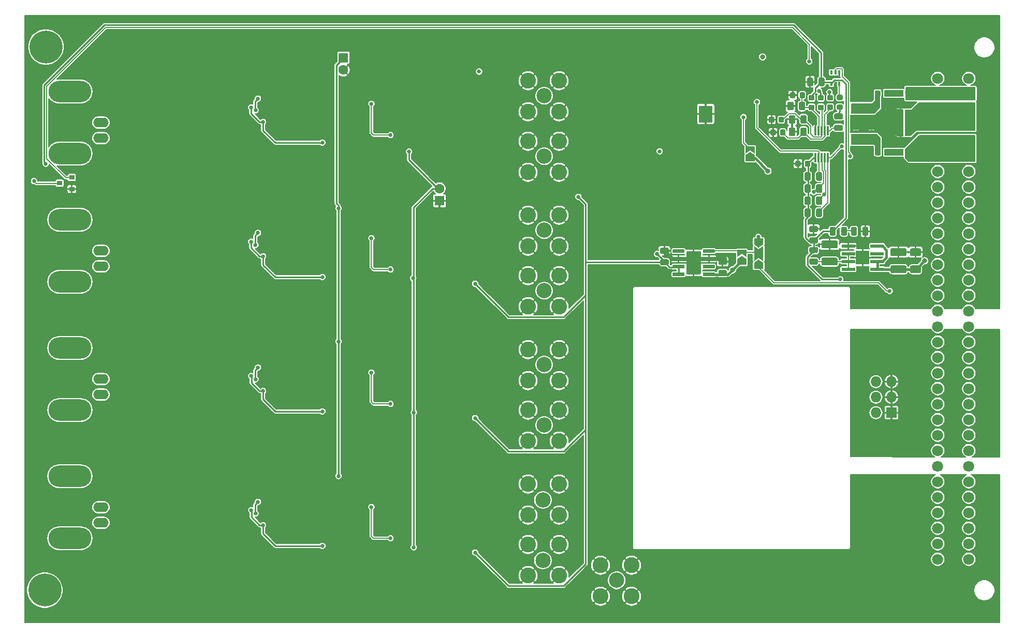
<source format=gbr>
G04 #@! TF.GenerationSoftware,KiCad,Pcbnew,(5.1.2)-1*
G04 #@! TF.CreationDate,2020-09-10T12:17:47+02:00*
G04 #@! TF.ProjectId,AFE_1CH_2V0,4146455f-3143-4485-9f32-56302e6b6963,3.1*
G04 #@! TF.SameCoordinates,Original*
G04 #@! TF.FileFunction,Copper,L4,Bot*
G04 #@! TF.FilePolarity,Positive*
%FSLAX46Y46*%
G04 Gerber Fmt 4.6, Leading zero omitted, Abs format (unit mm)*
G04 Created by KiCad (PCBNEW (5.1.2)-1) date 2020-09-10 12:17:47*
%MOMM*%
%LPD*%
G04 APERTURE LIST*
%ADD10C,5.400000*%
%ADD11C,0.100000*%
%ADD12C,0.600000*%
%ADD13C,2.410000*%
%ADD14C,2.600000*%
%ADD15C,2.500000*%
%ADD16C,0.975000*%
%ADD17C,1.600000*%
%ADD18R,1.600000X1.600000*%
%ADD19O,2.500000X1.600000*%
%ADD20O,7.000000X3.500000*%
%ADD21R,1.000000X1.000000*%
%ADD22O,1.000000X1.000000*%
%ADD23C,0.300000*%
%ADD24R,2.300000X2.800000*%
%ADD25C,0.875000*%
%ADD26C,1.250000*%
%ADD27R,1.727200X1.727200*%
%ADD28O,1.727200X1.727200*%
%ADD29R,0.900000X0.800000*%
%ADD30R,0.330200X1.512799*%
%ADD31R,0.400000X0.650000*%
%ADD32R,2.184400X0.558800*%
%ADD33R,2.286000X2.286000*%
%ADD34C,1.800000*%
%ADD35C,0.650000*%
%ADD36C,0.800000*%
%ADD37C,0.250000*%
%ADD38C,0.175000*%
%ADD39C,0.400000*%
%ADD40C,0.155000*%
G04 APERTURE END LIST*
D10*
X93570000Y-139425000D03*
X93750000Y-50475000D03*
D11*
G36*
X202994303Y-87411722D02*
G01*
X203008864Y-87413882D01*
X203023143Y-87417459D01*
X203037003Y-87422418D01*
X203050310Y-87428712D01*
X203062936Y-87436280D01*
X203074759Y-87445048D01*
X203085666Y-87454934D01*
X203095552Y-87465841D01*
X203104320Y-87477664D01*
X203111888Y-87490290D01*
X203118182Y-87503597D01*
X203123141Y-87517457D01*
X203126718Y-87531736D01*
X203128878Y-87546297D01*
X203129600Y-87561000D01*
X203129600Y-87861000D01*
X203128878Y-87875703D01*
X203126718Y-87890264D01*
X203123141Y-87904543D01*
X203118182Y-87918403D01*
X203111888Y-87931710D01*
X203104320Y-87944336D01*
X203095552Y-87956159D01*
X203085666Y-87967066D01*
X203074759Y-87976952D01*
X203062936Y-87985720D01*
X203050310Y-87993288D01*
X203037003Y-87999582D01*
X203023143Y-88004541D01*
X203008864Y-88008118D01*
X202994303Y-88010278D01*
X202979600Y-88011000D01*
X201329600Y-88011000D01*
X201314897Y-88010278D01*
X201300336Y-88008118D01*
X201286057Y-88004541D01*
X201272197Y-87999582D01*
X201258890Y-87993288D01*
X201246264Y-87985720D01*
X201234441Y-87976952D01*
X201223534Y-87967066D01*
X201213648Y-87956159D01*
X201204880Y-87944336D01*
X201197312Y-87931710D01*
X201191018Y-87918403D01*
X201186059Y-87904543D01*
X201182482Y-87890264D01*
X201180322Y-87875703D01*
X201179600Y-87861000D01*
X201179600Y-87561000D01*
X201180322Y-87546297D01*
X201182482Y-87531736D01*
X201186059Y-87517457D01*
X201191018Y-87503597D01*
X201197312Y-87490290D01*
X201204880Y-87477664D01*
X201213648Y-87465841D01*
X201223534Y-87454934D01*
X201234441Y-87445048D01*
X201246264Y-87436280D01*
X201258890Y-87428712D01*
X201272197Y-87422418D01*
X201286057Y-87417459D01*
X201300336Y-87413882D01*
X201314897Y-87411722D01*
X201329600Y-87411000D01*
X202979600Y-87411000D01*
X202994303Y-87411722D01*
X202994303Y-87411722D01*
G37*
D12*
X202154600Y-87711000D03*
D11*
G36*
X202994303Y-86141722D02*
G01*
X203008864Y-86143882D01*
X203023143Y-86147459D01*
X203037003Y-86152418D01*
X203050310Y-86158712D01*
X203062936Y-86166280D01*
X203074759Y-86175048D01*
X203085666Y-86184934D01*
X203095552Y-86195841D01*
X203104320Y-86207664D01*
X203111888Y-86220290D01*
X203118182Y-86233597D01*
X203123141Y-86247457D01*
X203126718Y-86261736D01*
X203128878Y-86276297D01*
X203129600Y-86291000D01*
X203129600Y-86591000D01*
X203128878Y-86605703D01*
X203126718Y-86620264D01*
X203123141Y-86634543D01*
X203118182Y-86648403D01*
X203111888Y-86661710D01*
X203104320Y-86674336D01*
X203095552Y-86686159D01*
X203085666Y-86697066D01*
X203074759Y-86706952D01*
X203062936Y-86715720D01*
X203050310Y-86723288D01*
X203037003Y-86729582D01*
X203023143Y-86734541D01*
X203008864Y-86738118D01*
X202994303Y-86740278D01*
X202979600Y-86741000D01*
X201329600Y-86741000D01*
X201314897Y-86740278D01*
X201300336Y-86738118D01*
X201286057Y-86734541D01*
X201272197Y-86729582D01*
X201258890Y-86723288D01*
X201246264Y-86715720D01*
X201234441Y-86706952D01*
X201223534Y-86697066D01*
X201213648Y-86686159D01*
X201204880Y-86674336D01*
X201197312Y-86661710D01*
X201191018Y-86648403D01*
X201186059Y-86634543D01*
X201182482Y-86620264D01*
X201180322Y-86605703D01*
X201179600Y-86591000D01*
X201179600Y-86291000D01*
X201180322Y-86276297D01*
X201182482Y-86261736D01*
X201186059Y-86247457D01*
X201191018Y-86233597D01*
X201197312Y-86220290D01*
X201204880Y-86207664D01*
X201213648Y-86195841D01*
X201223534Y-86184934D01*
X201234441Y-86175048D01*
X201246264Y-86166280D01*
X201258890Y-86158712D01*
X201272197Y-86152418D01*
X201286057Y-86147459D01*
X201300336Y-86143882D01*
X201314897Y-86141722D01*
X201329600Y-86141000D01*
X202979600Y-86141000D01*
X202994303Y-86141722D01*
X202994303Y-86141722D01*
G37*
D12*
X202154600Y-86441000D03*
D11*
G36*
X202994303Y-84871722D02*
G01*
X203008864Y-84873882D01*
X203023143Y-84877459D01*
X203037003Y-84882418D01*
X203050310Y-84888712D01*
X203062936Y-84896280D01*
X203074759Y-84905048D01*
X203085666Y-84914934D01*
X203095552Y-84925841D01*
X203104320Y-84937664D01*
X203111888Y-84950290D01*
X203118182Y-84963597D01*
X203123141Y-84977457D01*
X203126718Y-84991736D01*
X203128878Y-85006297D01*
X203129600Y-85021000D01*
X203129600Y-85321000D01*
X203128878Y-85335703D01*
X203126718Y-85350264D01*
X203123141Y-85364543D01*
X203118182Y-85378403D01*
X203111888Y-85391710D01*
X203104320Y-85404336D01*
X203095552Y-85416159D01*
X203085666Y-85427066D01*
X203074759Y-85436952D01*
X203062936Y-85445720D01*
X203050310Y-85453288D01*
X203037003Y-85459582D01*
X203023143Y-85464541D01*
X203008864Y-85468118D01*
X202994303Y-85470278D01*
X202979600Y-85471000D01*
X201329600Y-85471000D01*
X201314897Y-85470278D01*
X201300336Y-85468118D01*
X201286057Y-85464541D01*
X201272197Y-85459582D01*
X201258890Y-85453288D01*
X201246264Y-85445720D01*
X201234441Y-85436952D01*
X201223534Y-85427066D01*
X201213648Y-85416159D01*
X201204880Y-85404336D01*
X201197312Y-85391710D01*
X201191018Y-85378403D01*
X201186059Y-85364543D01*
X201182482Y-85350264D01*
X201180322Y-85335703D01*
X201179600Y-85321000D01*
X201179600Y-85021000D01*
X201180322Y-85006297D01*
X201182482Y-84991736D01*
X201186059Y-84977457D01*
X201191018Y-84963597D01*
X201197312Y-84950290D01*
X201204880Y-84937664D01*
X201213648Y-84925841D01*
X201223534Y-84914934D01*
X201234441Y-84905048D01*
X201246264Y-84896280D01*
X201258890Y-84888712D01*
X201272197Y-84882418D01*
X201286057Y-84877459D01*
X201300336Y-84873882D01*
X201314897Y-84871722D01*
X201329600Y-84871000D01*
X202979600Y-84871000D01*
X202994303Y-84871722D01*
X202994303Y-84871722D01*
G37*
D12*
X202154600Y-85171000D03*
D11*
G36*
X202994303Y-83601722D02*
G01*
X203008864Y-83603882D01*
X203023143Y-83607459D01*
X203037003Y-83612418D01*
X203050310Y-83618712D01*
X203062936Y-83626280D01*
X203074759Y-83635048D01*
X203085666Y-83644934D01*
X203095552Y-83655841D01*
X203104320Y-83667664D01*
X203111888Y-83680290D01*
X203118182Y-83693597D01*
X203123141Y-83707457D01*
X203126718Y-83721736D01*
X203128878Y-83736297D01*
X203129600Y-83751000D01*
X203129600Y-84051000D01*
X203128878Y-84065703D01*
X203126718Y-84080264D01*
X203123141Y-84094543D01*
X203118182Y-84108403D01*
X203111888Y-84121710D01*
X203104320Y-84134336D01*
X203095552Y-84146159D01*
X203085666Y-84157066D01*
X203074759Y-84166952D01*
X203062936Y-84175720D01*
X203050310Y-84183288D01*
X203037003Y-84189582D01*
X203023143Y-84194541D01*
X203008864Y-84198118D01*
X202994303Y-84200278D01*
X202979600Y-84201000D01*
X201329600Y-84201000D01*
X201314897Y-84200278D01*
X201300336Y-84198118D01*
X201286057Y-84194541D01*
X201272197Y-84189582D01*
X201258890Y-84183288D01*
X201246264Y-84175720D01*
X201234441Y-84166952D01*
X201223534Y-84157066D01*
X201213648Y-84146159D01*
X201204880Y-84134336D01*
X201197312Y-84121710D01*
X201191018Y-84108403D01*
X201186059Y-84094543D01*
X201182482Y-84080264D01*
X201180322Y-84065703D01*
X201179600Y-84051000D01*
X201179600Y-83751000D01*
X201180322Y-83736297D01*
X201182482Y-83721736D01*
X201186059Y-83707457D01*
X201191018Y-83693597D01*
X201197312Y-83680290D01*
X201204880Y-83667664D01*
X201213648Y-83655841D01*
X201223534Y-83644934D01*
X201234441Y-83635048D01*
X201246264Y-83626280D01*
X201258890Y-83618712D01*
X201272197Y-83612418D01*
X201286057Y-83607459D01*
X201300336Y-83603882D01*
X201314897Y-83601722D01*
X201329600Y-83601000D01*
X202979600Y-83601000D01*
X202994303Y-83601722D01*
X202994303Y-83601722D01*
G37*
D12*
X202154600Y-83901000D03*
D11*
G36*
X198044303Y-83601722D02*
G01*
X198058864Y-83603882D01*
X198073143Y-83607459D01*
X198087003Y-83612418D01*
X198100310Y-83618712D01*
X198112936Y-83626280D01*
X198124759Y-83635048D01*
X198135666Y-83644934D01*
X198145552Y-83655841D01*
X198154320Y-83667664D01*
X198161888Y-83680290D01*
X198168182Y-83693597D01*
X198173141Y-83707457D01*
X198176718Y-83721736D01*
X198178878Y-83736297D01*
X198179600Y-83751000D01*
X198179600Y-84051000D01*
X198178878Y-84065703D01*
X198176718Y-84080264D01*
X198173141Y-84094543D01*
X198168182Y-84108403D01*
X198161888Y-84121710D01*
X198154320Y-84134336D01*
X198145552Y-84146159D01*
X198135666Y-84157066D01*
X198124759Y-84166952D01*
X198112936Y-84175720D01*
X198100310Y-84183288D01*
X198087003Y-84189582D01*
X198073143Y-84194541D01*
X198058864Y-84198118D01*
X198044303Y-84200278D01*
X198029600Y-84201000D01*
X196379600Y-84201000D01*
X196364897Y-84200278D01*
X196350336Y-84198118D01*
X196336057Y-84194541D01*
X196322197Y-84189582D01*
X196308890Y-84183288D01*
X196296264Y-84175720D01*
X196284441Y-84166952D01*
X196273534Y-84157066D01*
X196263648Y-84146159D01*
X196254880Y-84134336D01*
X196247312Y-84121710D01*
X196241018Y-84108403D01*
X196236059Y-84094543D01*
X196232482Y-84080264D01*
X196230322Y-84065703D01*
X196229600Y-84051000D01*
X196229600Y-83751000D01*
X196230322Y-83736297D01*
X196232482Y-83721736D01*
X196236059Y-83707457D01*
X196241018Y-83693597D01*
X196247312Y-83680290D01*
X196254880Y-83667664D01*
X196263648Y-83655841D01*
X196273534Y-83644934D01*
X196284441Y-83635048D01*
X196296264Y-83626280D01*
X196308890Y-83618712D01*
X196322197Y-83612418D01*
X196336057Y-83607459D01*
X196350336Y-83603882D01*
X196364897Y-83601722D01*
X196379600Y-83601000D01*
X198029600Y-83601000D01*
X198044303Y-83601722D01*
X198044303Y-83601722D01*
G37*
D12*
X197204600Y-83901000D03*
D11*
G36*
X198044303Y-84871722D02*
G01*
X198058864Y-84873882D01*
X198073143Y-84877459D01*
X198087003Y-84882418D01*
X198100310Y-84888712D01*
X198112936Y-84896280D01*
X198124759Y-84905048D01*
X198135666Y-84914934D01*
X198145552Y-84925841D01*
X198154320Y-84937664D01*
X198161888Y-84950290D01*
X198168182Y-84963597D01*
X198173141Y-84977457D01*
X198176718Y-84991736D01*
X198178878Y-85006297D01*
X198179600Y-85021000D01*
X198179600Y-85321000D01*
X198178878Y-85335703D01*
X198176718Y-85350264D01*
X198173141Y-85364543D01*
X198168182Y-85378403D01*
X198161888Y-85391710D01*
X198154320Y-85404336D01*
X198145552Y-85416159D01*
X198135666Y-85427066D01*
X198124759Y-85436952D01*
X198112936Y-85445720D01*
X198100310Y-85453288D01*
X198087003Y-85459582D01*
X198073143Y-85464541D01*
X198058864Y-85468118D01*
X198044303Y-85470278D01*
X198029600Y-85471000D01*
X196379600Y-85471000D01*
X196364897Y-85470278D01*
X196350336Y-85468118D01*
X196336057Y-85464541D01*
X196322197Y-85459582D01*
X196308890Y-85453288D01*
X196296264Y-85445720D01*
X196284441Y-85436952D01*
X196273534Y-85427066D01*
X196263648Y-85416159D01*
X196254880Y-85404336D01*
X196247312Y-85391710D01*
X196241018Y-85378403D01*
X196236059Y-85364543D01*
X196232482Y-85350264D01*
X196230322Y-85335703D01*
X196229600Y-85321000D01*
X196229600Y-85021000D01*
X196230322Y-85006297D01*
X196232482Y-84991736D01*
X196236059Y-84977457D01*
X196241018Y-84963597D01*
X196247312Y-84950290D01*
X196254880Y-84937664D01*
X196263648Y-84925841D01*
X196273534Y-84914934D01*
X196284441Y-84905048D01*
X196296264Y-84896280D01*
X196308890Y-84888712D01*
X196322197Y-84882418D01*
X196336057Y-84877459D01*
X196350336Y-84873882D01*
X196364897Y-84871722D01*
X196379600Y-84871000D01*
X198029600Y-84871000D01*
X198044303Y-84871722D01*
X198044303Y-84871722D01*
G37*
D12*
X197204600Y-85171000D03*
D11*
G36*
X198044303Y-86141722D02*
G01*
X198058864Y-86143882D01*
X198073143Y-86147459D01*
X198087003Y-86152418D01*
X198100310Y-86158712D01*
X198112936Y-86166280D01*
X198124759Y-86175048D01*
X198135666Y-86184934D01*
X198145552Y-86195841D01*
X198154320Y-86207664D01*
X198161888Y-86220290D01*
X198168182Y-86233597D01*
X198173141Y-86247457D01*
X198176718Y-86261736D01*
X198178878Y-86276297D01*
X198179600Y-86291000D01*
X198179600Y-86591000D01*
X198178878Y-86605703D01*
X198176718Y-86620264D01*
X198173141Y-86634543D01*
X198168182Y-86648403D01*
X198161888Y-86661710D01*
X198154320Y-86674336D01*
X198145552Y-86686159D01*
X198135666Y-86697066D01*
X198124759Y-86706952D01*
X198112936Y-86715720D01*
X198100310Y-86723288D01*
X198087003Y-86729582D01*
X198073143Y-86734541D01*
X198058864Y-86738118D01*
X198044303Y-86740278D01*
X198029600Y-86741000D01*
X196379600Y-86741000D01*
X196364897Y-86740278D01*
X196350336Y-86738118D01*
X196336057Y-86734541D01*
X196322197Y-86729582D01*
X196308890Y-86723288D01*
X196296264Y-86715720D01*
X196284441Y-86706952D01*
X196273534Y-86697066D01*
X196263648Y-86686159D01*
X196254880Y-86674336D01*
X196247312Y-86661710D01*
X196241018Y-86648403D01*
X196236059Y-86634543D01*
X196232482Y-86620264D01*
X196230322Y-86605703D01*
X196229600Y-86591000D01*
X196229600Y-86291000D01*
X196230322Y-86276297D01*
X196232482Y-86261736D01*
X196236059Y-86247457D01*
X196241018Y-86233597D01*
X196247312Y-86220290D01*
X196254880Y-86207664D01*
X196263648Y-86195841D01*
X196273534Y-86184934D01*
X196284441Y-86175048D01*
X196296264Y-86166280D01*
X196308890Y-86158712D01*
X196322197Y-86152418D01*
X196336057Y-86147459D01*
X196350336Y-86143882D01*
X196364897Y-86141722D01*
X196379600Y-86141000D01*
X198029600Y-86141000D01*
X198044303Y-86141722D01*
X198044303Y-86141722D01*
G37*
D12*
X197204600Y-86441000D03*
D11*
G36*
X198044303Y-87411722D02*
G01*
X198058864Y-87413882D01*
X198073143Y-87417459D01*
X198087003Y-87422418D01*
X198100310Y-87428712D01*
X198112936Y-87436280D01*
X198124759Y-87445048D01*
X198135666Y-87454934D01*
X198145552Y-87465841D01*
X198154320Y-87477664D01*
X198161888Y-87490290D01*
X198168182Y-87503597D01*
X198173141Y-87517457D01*
X198176718Y-87531736D01*
X198178878Y-87546297D01*
X198179600Y-87561000D01*
X198179600Y-87861000D01*
X198178878Y-87875703D01*
X198176718Y-87890264D01*
X198173141Y-87904543D01*
X198168182Y-87918403D01*
X198161888Y-87931710D01*
X198154320Y-87944336D01*
X198145552Y-87956159D01*
X198135666Y-87967066D01*
X198124759Y-87976952D01*
X198112936Y-87985720D01*
X198100310Y-87993288D01*
X198087003Y-87999582D01*
X198073143Y-88004541D01*
X198058864Y-88008118D01*
X198044303Y-88010278D01*
X198029600Y-88011000D01*
X196379600Y-88011000D01*
X196364897Y-88010278D01*
X196350336Y-88008118D01*
X196336057Y-88004541D01*
X196322197Y-87999582D01*
X196308890Y-87993288D01*
X196296264Y-87985720D01*
X196284441Y-87976952D01*
X196273534Y-87967066D01*
X196263648Y-87956159D01*
X196254880Y-87944336D01*
X196247312Y-87931710D01*
X196241018Y-87918403D01*
X196236059Y-87904543D01*
X196232482Y-87890264D01*
X196230322Y-87875703D01*
X196229600Y-87861000D01*
X196229600Y-87561000D01*
X196230322Y-87546297D01*
X196232482Y-87531736D01*
X196236059Y-87517457D01*
X196241018Y-87503597D01*
X196247312Y-87490290D01*
X196254880Y-87477664D01*
X196263648Y-87465841D01*
X196273534Y-87454934D01*
X196284441Y-87445048D01*
X196296264Y-87436280D01*
X196308890Y-87428712D01*
X196322197Y-87422418D01*
X196336057Y-87417459D01*
X196350336Y-87413882D01*
X196364897Y-87411722D01*
X196379600Y-87411000D01*
X198029600Y-87411000D01*
X198044303Y-87411722D01*
X198044303Y-87411722D01*
G37*
D12*
X197204600Y-87711000D03*
D11*
G36*
X200659106Y-83902204D02*
G01*
X200683374Y-83905804D01*
X200707173Y-83911765D01*
X200730272Y-83920030D01*
X200752450Y-83930519D01*
X200773493Y-83943132D01*
X200793199Y-83957747D01*
X200811377Y-83974223D01*
X200827853Y-83992401D01*
X200842468Y-84012107D01*
X200855081Y-84033150D01*
X200865570Y-84055328D01*
X200873835Y-84078427D01*
X200879796Y-84102226D01*
X200883396Y-84126494D01*
X200884600Y-84150998D01*
X200884600Y-87461002D01*
X200883396Y-87485506D01*
X200879796Y-87509774D01*
X200873835Y-87533573D01*
X200865570Y-87556672D01*
X200855081Y-87578850D01*
X200842468Y-87599893D01*
X200827853Y-87619599D01*
X200811377Y-87637777D01*
X200793199Y-87654253D01*
X200773493Y-87668868D01*
X200752450Y-87681481D01*
X200730272Y-87691970D01*
X200707173Y-87700235D01*
X200683374Y-87706196D01*
X200659106Y-87709796D01*
X200634602Y-87711000D01*
X198724598Y-87711000D01*
X198700094Y-87709796D01*
X198675826Y-87706196D01*
X198652027Y-87700235D01*
X198628928Y-87691970D01*
X198606750Y-87681481D01*
X198585707Y-87668868D01*
X198566001Y-87654253D01*
X198547823Y-87637777D01*
X198531347Y-87619599D01*
X198516732Y-87599893D01*
X198504119Y-87578850D01*
X198493630Y-87556672D01*
X198485365Y-87533573D01*
X198479404Y-87509774D01*
X198475804Y-87485506D01*
X198474600Y-87461002D01*
X198474600Y-84150998D01*
X198475804Y-84126494D01*
X198479404Y-84102226D01*
X198485365Y-84078427D01*
X198493630Y-84055328D01*
X198504119Y-84033150D01*
X198516732Y-84012107D01*
X198531347Y-83992401D01*
X198547823Y-83974223D01*
X198566001Y-83957747D01*
X198585707Y-83943132D01*
X198606750Y-83930519D01*
X198628928Y-83920030D01*
X198652027Y-83911765D01*
X198675826Y-83905804D01*
X198700094Y-83902204D01*
X198724598Y-83901000D01*
X200634602Y-83901000D01*
X200659106Y-83902204D01*
X200659106Y-83902204D01*
G37*
D13*
X199679600Y-85806000D03*
D14*
X172593000Y-61097000D03*
X177673000Y-61097000D03*
X177673000Y-56017000D03*
X172593000Y-56017000D03*
D15*
X175233000Y-58482000D03*
D14*
X172593000Y-71003000D03*
X177673000Y-71003000D03*
X177673000Y-65923000D03*
X172593000Y-65923000D03*
D15*
X175233000Y-68388000D03*
D14*
X172593000Y-83107000D03*
X177673000Y-83107000D03*
X177673000Y-78027000D03*
X172593000Y-78027000D03*
D15*
X175233000Y-80492000D03*
D14*
X172593000Y-93013000D03*
X177673000Y-93013000D03*
X177673000Y-87933000D03*
X172593000Y-87933000D03*
D15*
X175233000Y-90398000D03*
D14*
X172593000Y-105117000D03*
X177673000Y-105117000D03*
X177673000Y-100037000D03*
X172593000Y-100037000D03*
D15*
X175233000Y-102502000D03*
D14*
X172593000Y-115023000D03*
X177673000Y-115023000D03*
X177673000Y-109943000D03*
X172593000Y-109943000D03*
D15*
X175233000Y-112408000D03*
D14*
X177673000Y-122047000D03*
X172593000Y-122047000D03*
X172593000Y-127127000D03*
X177673000Y-127127000D03*
D15*
X175033000Y-124662000D03*
D14*
X177673000Y-131953000D03*
X172593000Y-131953000D03*
X172593000Y-137033000D03*
X177673000Y-137033000D03*
D15*
X175033000Y-134568000D03*
D14*
X184454800Y-140436600D03*
X189534800Y-140436600D03*
X189534800Y-135356600D03*
X184454800Y-135356600D03*
D15*
X187094800Y-137821600D03*
D11*
G36*
X204899342Y-85139374D02*
G01*
X204923003Y-85142884D01*
X204946207Y-85148696D01*
X204968729Y-85156754D01*
X204990353Y-85166982D01*
X205010870Y-85179279D01*
X205030083Y-85193529D01*
X205047807Y-85209593D01*
X205063871Y-85227317D01*
X205078121Y-85246530D01*
X205090418Y-85267047D01*
X205100646Y-85288671D01*
X205108704Y-85311193D01*
X205114516Y-85334397D01*
X205118026Y-85358058D01*
X205119200Y-85381950D01*
X205119200Y-85869450D01*
X205118026Y-85893342D01*
X205114516Y-85917003D01*
X205108704Y-85940207D01*
X205100646Y-85962729D01*
X205090418Y-85984353D01*
X205078121Y-86004870D01*
X205063871Y-86024083D01*
X205047807Y-86041807D01*
X205030083Y-86057871D01*
X205010870Y-86072121D01*
X204990353Y-86084418D01*
X204968729Y-86094646D01*
X204946207Y-86102704D01*
X204923003Y-86108516D01*
X204899342Y-86112026D01*
X204875450Y-86113200D01*
X203962950Y-86113200D01*
X203939058Y-86112026D01*
X203915397Y-86108516D01*
X203892193Y-86102704D01*
X203869671Y-86094646D01*
X203848047Y-86084418D01*
X203827530Y-86072121D01*
X203808317Y-86057871D01*
X203790593Y-86041807D01*
X203774529Y-86024083D01*
X203760279Y-86004870D01*
X203747982Y-85984353D01*
X203737754Y-85962729D01*
X203729696Y-85940207D01*
X203723884Y-85917003D01*
X203720374Y-85893342D01*
X203719200Y-85869450D01*
X203719200Y-85381950D01*
X203720374Y-85358058D01*
X203723884Y-85334397D01*
X203729696Y-85311193D01*
X203737754Y-85288671D01*
X203747982Y-85267047D01*
X203760279Y-85246530D01*
X203774529Y-85227317D01*
X203790593Y-85209593D01*
X203808317Y-85193529D01*
X203827530Y-85179279D01*
X203848047Y-85166982D01*
X203869671Y-85156754D01*
X203892193Y-85148696D01*
X203915397Y-85142884D01*
X203939058Y-85139374D01*
X203962950Y-85138200D01*
X204875450Y-85138200D01*
X204899342Y-85139374D01*
X204899342Y-85139374D01*
G37*
D16*
X204419200Y-85625700D03*
D11*
G36*
X204899342Y-87014374D02*
G01*
X204923003Y-87017884D01*
X204946207Y-87023696D01*
X204968729Y-87031754D01*
X204990353Y-87041982D01*
X205010870Y-87054279D01*
X205030083Y-87068529D01*
X205047807Y-87084593D01*
X205063871Y-87102317D01*
X205078121Y-87121530D01*
X205090418Y-87142047D01*
X205100646Y-87163671D01*
X205108704Y-87186193D01*
X205114516Y-87209397D01*
X205118026Y-87233058D01*
X205119200Y-87256950D01*
X205119200Y-87744450D01*
X205118026Y-87768342D01*
X205114516Y-87792003D01*
X205108704Y-87815207D01*
X205100646Y-87837729D01*
X205090418Y-87859353D01*
X205078121Y-87879870D01*
X205063871Y-87899083D01*
X205047807Y-87916807D01*
X205030083Y-87932871D01*
X205010870Y-87947121D01*
X204990353Y-87959418D01*
X204968729Y-87969646D01*
X204946207Y-87977704D01*
X204923003Y-87983516D01*
X204899342Y-87987026D01*
X204875450Y-87988200D01*
X203962950Y-87988200D01*
X203939058Y-87987026D01*
X203915397Y-87983516D01*
X203892193Y-87977704D01*
X203869671Y-87969646D01*
X203848047Y-87959418D01*
X203827530Y-87947121D01*
X203808317Y-87932871D01*
X203790593Y-87916807D01*
X203774529Y-87899083D01*
X203760279Y-87879870D01*
X203747982Y-87859353D01*
X203737754Y-87837729D01*
X203729696Y-87815207D01*
X203723884Y-87792003D01*
X203720374Y-87768342D01*
X203719200Y-87744450D01*
X203719200Y-87256950D01*
X203720374Y-87233058D01*
X203723884Y-87209397D01*
X203729696Y-87186193D01*
X203737754Y-87163671D01*
X203747982Y-87142047D01*
X203760279Y-87121530D01*
X203774529Y-87102317D01*
X203790593Y-87084593D01*
X203808317Y-87068529D01*
X203827530Y-87054279D01*
X203848047Y-87041982D01*
X203869671Y-87031754D01*
X203892193Y-87023696D01*
X203915397Y-87017884D01*
X203939058Y-87014374D01*
X203962950Y-87013200D01*
X204875450Y-87013200D01*
X204899342Y-87014374D01*
X204899342Y-87014374D01*
G37*
D16*
X204419200Y-87500700D03*
D11*
G36*
X195374342Y-83366174D02*
G01*
X195398003Y-83369684D01*
X195421207Y-83375496D01*
X195443729Y-83383554D01*
X195465353Y-83393782D01*
X195485870Y-83406079D01*
X195505083Y-83420329D01*
X195522807Y-83436393D01*
X195538871Y-83454117D01*
X195553121Y-83473330D01*
X195565418Y-83493847D01*
X195575646Y-83515471D01*
X195583704Y-83537993D01*
X195589516Y-83561197D01*
X195593026Y-83584858D01*
X195594200Y-83608750D01*
X195594200Y-84096250D01*
X195593026Y-84120142D01*
X195589516Y-84143803D01*
X195583704Y-84167007D01*
X195575646Y-84189529D01*
X195565418Y-84211153D01*
X195553121Y-84231670D01*
X195538871Y-84250883D01*
X195522807Y-84268607D01*
X195505083Y-84284671D01*
X195485870Y-84298921D01*
X195465353Y-84311218D01*
X195443729Y-84321446D01*
X195421207Y-84329504D01*
X195398003Y-84335316D01*
X195374342Y-84338826D01*
X195350450Y-84340000D01*
X194437950Y-84340000D01*
X194414058Y-84338826D01*
X194390397Y-84335316D01*
X194367193Y-84329504D01*
X194344671Y-84321446D01*
X194323047Y-84311218D01*
X194302530Y-84298921D01*
X194283317Y-84284671D01*
X194265593Y-84268607D01*
X194249529Y-84250883D01*
X194235279Y-84231670D01*
X194222982Y-84211153D01*
X194212754Y-84189529D01*
X194204696Y-84167007D01*
X194198884Y-84143803D01*
X194195374Y-84120142D01*
X194194200Y-84096250D01*
X194194200Y-83608750D01*
X194195374Y-83584858D01*
X194198884Y-83561197D01*
X194204696Y-83537993D01*
X194212754Y-83515471D01*
X194222982Y-83493847D01*
X194235279Y-83473330D01*
X194249529Y-83454117D01*
X194265593Y-83436393D01*
X194283317Y-83420329D01*
X194302530Y-83406079D01*
X194323047Y-83393782D01*
X194344671Y-83383554D01*
X194367193Y-83375496D01*
X194390397Y-83369684D01*
X194414058Y-83366174D01*
X194437950Y-83365000D01*
X195350450Y-83365000D01*
X195374342Y-83366174D01*
X195374342Y-83366174D01*
G37*
D16*
X194894200Y-83852500D03*
D11*
G36*
X195374342Y-85241174D02*
G01*
X195398003Y-85244684D01*
X195421207Y-85250496D01*
X195443729Y-85258554D01*
X195465353Y-85268782D01*
X195485870Y-85281079D01*
X195505083Y-85295329D01*
X195522807Y-85311393D01*
X195538871Y-85329117D01*
X195553121Y-85348330D01*
X195565418Y-85368847D01*
X195575646Y-85390471D01*
X195583704Y-85412993D01*
X195589516Y-85436197D01*
X195593026Y-85459858D01*
X195594200Y-85483750D01*
X195594200Y-85971250D01*
X195593026Y-85995142D01*
X195589516Y-86018803D01*
X195583704Y-86042007D01*
X195575646Y-86064529D01*
X195565418Y-86086153D01*
X195553121Y-86106670D01*
X195538871Y-86125883D01*
X195522807Y-86143607D01*
X195505083Y-86159671D01*
X195485870Y-86173921D01*
X195465353Y-86186218D01*
X195443729Y-86196446D01*
X195421207Y-86204504D01*
X195398003Y-86210316D01*
X195374342Y-86213826D01*
X195350450Y-86215000D01*
X194437950Y-86215000D01*
X194414058Y-86213826D01*
X194390397Y-86210316D01*
X194367193Y-86204504D01*
X194344671Y-86196446D01*
X194323047Y-86186218D01*
X194302530Y-86173921D01*
X194283317Y-86159671D01*
X194265593Y-86143607D01*
X194249529Y-86125883D01*
X194235279Y-86106670D01*
X194222982Y-86086153D01*
X194212754Y-86064529D01*
X194204696Y-86042007D01*
X194198884Y-86018803D01*
X194195374Y-85995142D01*
X194194200Y-85971250D01*
X194194200Y-85483750D01*
X194195374Y-85459858D01*
X194198884Y-85436197D01*
X194204696Y-85412993D01*
X194212754Y-85390471D01*
X194222982Y-85368847D01*
X194235279Y-85348330D01*
X194249529Y-85329117D01*
X194265593Y-85311393D01*
X194283317Y-85295329D01*
X194302530Y-85281079D01*
X194323047Y-85268782D01*
X194344671Y-85258554D01*
X194367193Y-85250496D01*
X194390397Y-85244684D01*
X194414058Y-85241174D01*
X194437950Y-85240000D01*
X195350450Y-85240000D01*
X195374342Y-85241174D01*
X195374342Y-85241174D01*
G37*
D16*
X194894200Y-85727500D03*
D17*
X142392400Y-54247800D03*
D18*
X142392400Y-52247800D03*
D17*
X158115000Y-73666600D03*
D18*
X158115000Y-75666600D03*
D19*
X102743000Y-128397000D03*
X102743000Y-125857000D03*
D20*
X97663000Y-120777000D03*
X97663000Y-130937000D03*
D19*
X102743000Y-107397000D03*
X102743000Y-104857000D03*
D20*
X97663000Y-99777000D03*
X97663000Y-109937000D03*
D19*
X102743000Y-86397000D03*
X102743000Y-83857000D03*
D20*
X97663000Y-78777000D03*
X97663000Y-88937000D03*
D19*
X102743000Y-65397000D03*
X102743000Y-62857000D03*
D20*
X97663000Y-57777000D03*
X97663000Y-67937000D03*
D21*
X233502200Y-58051700D03*
D22*
X234772200Y-58051700D03*
X234759500Y-64452500D03*
D21*
X233489500Y-64452500D03*
D23*
X208940400Y-67245400D03*
D11*
G36*
X209690400Y-66745400D02*
G01*
X209690400Y-67895400D01*
X208940400Y-67395400D01*
X208190400Y-67895400D01*
X208190400Y-66745400D01*
X209690400Y-66745400D01*
X209690400Y-66745400D01*
G37*
D23*
X208940400Y-68695400D03*
D11*
G36*
X208940400Y-67695400D02*
G01*
X209690400Y-68195400D01*
X209690400Y-69195400D01*
X208190400Y-69195400D01*
X208190400Y-68195400D01*
X208940400Y-67695400D01*
X208940400Y-67695400D01*
G37*
D23*
X207568800Y-85662600D03*
D11*
G36*
X207568800Y-84662600D02*
G01*
X208318800Y-85162600D01*
X208318800Y-86162600D01*
X206818800Y-86162600D01*
X206818800Y-85162600D01*
X207568800Y-84662600D01*
X207568800Y-84662600D01*
G37*
D23*
X207568800Y-84212600D03*
D11*
G36*
X208318800Y-83712600D02*
G01*
X208318800Y-84862600D01*
X207568800Y-84362600D01*
X206818800Y-84862600D01*
X206818800Y-83712600D01*
X208318800Y-83712600D01*
X208318800Y-83712600D01*
G37*
D24*
X201637900Y-61455300D03*
D12*
X202137900Y-60705300D03*
X202137900Y-62205300D03*
X201137900Y-62205300D03*
X201637900Y-61455300D03*
X201137900Y-60705300D03*
D11*
G36*
X217689691Y-57895253D02*
G01*
X217710926Y-57898403D01*
X217731750Y-57903619D01*
X217751962Y-57910851D01*
X217771368Y-57920030D01*
X217789781Y-57931066D01*
X217807024Y-57943854D01*
X217822930Y-57958270D01*
X217837346Y-57974176D01*
X217850134Y-57991419D01*
X217861170Y-58009832D01*
X217870349Y-58029238D01*
X217877581Y-58049450D01*
X217882797Y-58070274D01*
X217885947Y-58091509D01*
X217887000Y-58112950D01*
X217887000Y-58625450D01*
X217885947Y-58646891D01*
X217882797Y-58668126D01*
X217877581Y-58688950D01*
X217870349Y-58709162D01*
X217861170Y-58728568D01*
X217850134Y-58746981D01*
X217837346Y-58764224D01*
X217822930Y-58780130D01*
X217807024Y-58794546D01*
X217789781Y-58807334D01*
X217771368Y-58818370D01*
X217751962Y-58827549D01*
X217731750Y-58834781D01*
X217710926Y-58839997D01*
X217689691Y-58843147D01*
X217668250Y-58844200D01*
X217230750Y-58844200D01*
X217209309Y-58843147D01*
X217188074Y-58839997D01*
X217167250Y-58834781D01*
X217147038Y-58827549D01*
X217127632Y-58818370D01*
X217109219Y-58807334D01*
X217091976Y-58794546D01*
X217076070Y-58780130D01*
X217061654Y-58764224D01*
X217048866Y-58746981D01*
X217037830Y-58728568D01*
X217028651Y-58709162D01*
X217021419Y-58688950D01*
X217016203Y-58668126D01*
X217013053Y-58646891D01*
X217012000Y-58625450D01*
X217012000Y-58112950D01*
X217013053Y-58091509D01*
X217016203Y-58070274D01*
X217021419Y-58049450D01*
X217028651Y-58029238D01*
X217037830Y-58009832D01*
X217048866Y-57991419D01*
X217061654Y-57974176D01*
X217076070Y-57958270D01*
X217091976Y-57943854D01*
X217109219Y-57931066D01*
X217127632Y-57920030D01*
X217147038Y-57910851D01*
X217167250Y-57903619D01*
X217188074Y-57898403D01*
X217209309Y-57895253D01*
X217230750Y-57894200D01*
X217668250Y-57894200D01*
X217689691Y-57895253D01*
X217689691Y-57895253D01*
G37*
D25*
X217449500Y-58369200D03*
D11*
G36*
X216114691Y-57895253D02*
G01*
X216135926Y-57898403D01*
X216156750Y-57903619D01*
X216176962Y-57910851D01*
X216196368Y-57920030D01*
X216214781Y-57931066D01*
X216232024Y-57943854D01*
X216247930Y-57958270D01*
X216262346Y-57974176D01*
X216275134Y-57991419D01*
X216286170Y-58009832D01*
X216295349Y-58029238D01*
X216302581Y-58049450D01*
X216307797Y-58070274D01*
X216310947Y-58091509D01*
X216312000Y-58112950D01*
X216312000Y-58625450D01*
X216310947Y-58646891D01*
X216307797Y-58668126D01*
X216302581Y-58688950D01*
X216295349Y-58709162D01*
X216286170Y-58728568D01*
X216275134Y-58746981D01*
X216262346Y-58764224D01*
X216247930Y-58780130D01*
X216232024Y-58794546D01*
X216214781Y-58807334D01*
X216196368Y-58818370D01*
X216176962Y-58827549D01*
X216156750Y-58834781D01*
X216135926Y-58839997D01*
X216114691Y-58843147D01*
X216093250Y-58844200D01*
X215655750Y-58844200D01*
X215634309Y-58843147D01*
X215613074Y-58839997D01*
X215592250Y-58834781D01*
X215572038Y-58827549D01*
X215552632Y-58818370D01*
X215534219Y-58807334D01*
X215516976Y-58794546D01*
X215501070Y-58780130D01*
X215486654Y-58764224D01*
X215473866Y-58746981D01*
X215462830Y-58728568D01*
X215453651Y-58709162D01*
X215446419Y-58688950D01*
X215441203Y-58668126D01*
X215438053Y-58646891D01*
X215437000Y-58625450D01*
X215437000Y-58112950D01*
X215438053Y-58091509D01*
X215441203Y-58070274D01*
X215446419Y-58049450D01*
X215453651Y-58029238D01*
X215462830Y-58009832D01*
X215473866Y-57991419D01*
X215486654Y-57974176D01*
X215501070Y-57958270D01*
X215516976Y-57943854D01*
X215534219Y-57931066D01*
X215552632Y-57920030D01*
X215572038Y-57910851D01*
X215592250Y-57903619D01*
X215613074Y-57898403D01*
X215634309Y-57895253D01*
X215655750Y-57894200D01*
X216093250Y-57894200D01*
X216114691Y-57895253D01*
X216114691Y-57895253D01*
G37*
D25*
X215874500Y-58369200D03*
D11*
G36*
X212660291Y-61908453D02*
G01*
X212681526Y-61911603D01*
X212702350Y-61916819D01*
X212722562Y-61924051D01*
X212741968Y-61933230D01*
X212760381Y-61944266D01*
X212777624Y-61957054D01*
X212793530Y-61971470D01*
X212807946Y-61987376D01*
X212820734Y-62004619D01*
X212831770Y-62023032D01*
X212840949Y-62042438D01*
X212848181Y-62062650D01*
X212853397Y-62083474D01*
X212856547Y-62104709D01*
X212857600Y-62126150D01*
X212857600Y-62638650D01*
X212856547Y-62660091D01*
X212853397Y-62681326D01*
X212848181Y-62702150D01*
X212840949Y-62722362D01*
X212831770Y-62741768D01*
X212820734Y-62760181D01*
X212807946Y-62777424D01*
X212793530Y-62793330D01*
X212777624Y-62807746D01*
X212760381Y-62820534D01*
X212741968Y-62831570D01*
X212722562Y-62840749D01*
X212702350Y-62847981D01*
X212681526Y-62853197D01*
X212660291Y-62856347D01*
X212638850Y-62857400D01*
X212201350Y-62857400D01*
X212179909Y-62856347D01*
X212158674Y-62853197D01*
X212137850Y-62847981D01*
X212117638Y-62840749D01*
X212098232Y-62831570D01*
X212079819Y-62820534D01*
X212062576Y-62807746D01*
X212046670Y-62793330D01*
X212032254Y-62777424D01*
X212019466Y-62760181D01*
X212008430Y-62741768D01*
X211999251Y-62722362D01*
X211992019Y-62702150D01*
X211986803Y-62681326D01*
X211983653Y-62660091D01*
X211982600Y-62638650D01*
X211982600Y-62126150D01*
X211983653Y-62104709D01*
X211986803Y-62083474D01*
X211992019Y-62062650D01*
X211999251Y-62042438D01*
X212008430Y-62023032D01*
X212019466Y-62004619D01*
X212032254Y-61987376D01*
X212046670Y-61971470D01*
X212062576Y-61957054D01*
X212079819Y-61944266D01*
X212098232Y-61933230D01*
X212117638Y-61924051D01*
X212137850Y-61916819D01*
X212158674Y-61911603D01*
X212179909Y-61908453D01*
X212201350Y-61907400D01*
X212638850Y-61907400D01*
X212660291Y-61908453D01*
X212660291Y-61908453D01*
G37*
D25*
X212420100Y-62382400D03*
D11*
G36*
X214235291Y-61908453D02*
G01*
X214256526Y-61911603D01*
X214277350Y-61916819D01*
X214297562Y-61924051D01*
X214316968Y-61933230D01*
X214335381Y-61944266D01*
X214352624Y-61957054D01*
X214368530Y-61971470D01*
X214382946Y-61987376D01*
X214395734Y-62004619D01*
X214406770Y-62023032D01*
X214415949Y-62042438D01*
X214423181Y-62062650D01*
X214428397Y-62083474D01*
X214431547Y-62104709D01*
X214432600Y-62126150D01*
X214432600Y-62638650D01*
X214431547Y-62660091D01*
X214428397Y-62681326D01*
X214423181Y-62702150D01*
X214415949Y-62722362D01*
X214406770Y-62741768D01*
X214395734Y-62760181D01*
X214382946Y-62777424D01*
X214368530Y-62793330D01*
X214352624Y-62807746D01*
X214335381Y-62820534D01*
X214316968Y-62831570D01*
X214297562Y-62840749D01*
X214277350Y-62847981D01*
X214256526Y-62853197D01*
X214235291Y-62856347D01*
X214213850Y-62857400D01*
X213776350Y-62857400D01*
X213754909Y-62856347D01*
X213733674Y-62853197D01*
X213712850Y-62847981D01*
X213692638Y-62840749D01*
X213673232Y-62831570D01*
X213654819Y-62820534D01*
X213637576Y-62807746D01*
X213621670Y-62793330D01*
X213607254Y-62777424D01*
X213594466Y-62760181D01*
X213583430Y-62741768D01*
X213574251Y-62722362D01*
X213567019Y-62702150D01*
X213561803Y-62681326D01*
X213558653Y-62660091D01*
X213557600Y-62638650D01*
X213557600Y-62126150D01*
X213558653Y-62104709D01*
X213561803Y-62083474D01*
X213567019Y-62062650D01*
X213574251Y-62042438D01*
X213583430Y-62023032D01*
X213594466Y-62004619D01*
X213607254Y-61987376D01*
X213621670Y-61971470D01*
X213637576Y-61957054D01*
X213654819Y-61944266D01*
X213673232Y-61933230D01*
X213692638Y-61924051D01*
X213712850Y-61916819D01*
X213733674Y-61911603D01*
X213754909Y-61908453D01*
X213776350Y-61907400D01*
X214213850Y-61907400D01*
X214235291Y-61908453D01*
X214235291Y-61908453D01*
G37*
D25*
X213995100Y-62382400D03*
D11*
G36*
X214489291Y-63991253D02*
G01*
X214510526Y-63994403D01*
X214531350Y-63999619D01*
X214551562Y-64006851D01*
X214570968Y-64016030D01*
X214589381Y-64027066D01*
X214606624Y-64039854D01*
X214622530Y-64054270D01*
X214636946Y-64070176D01*
X214649734Y-64087419D01*
X214660770Y-64105832D01*
X214669949Y-64125238D01*
X214677181Y-64145450D01*
X214682397Y-64166274D01*
X214685547Y-64187509D01*
X214686600Y-64208950D01*
X214686600Y-64721450D01*
X214685547Y-64742891D01*
X214682397Y-64764126D01*
X214677181Y-64784950D01*
X214669949Y-64805162D01*
X214660770Y-64824568D01*
X214649734Y-64842981D01*
X214636946Y-64860224D01*
X214622530Y-64876130D01*
X214606624Y-64890546D01*
X214589381Y-64903334D01*
X214570968Y-64914370D01*
X214551562Y-64923549D01*
X214531350Y-64930781D01*
X214510526Y-64935997D01*
X214489291Y-64939147D01*
X214467850Y-64940200D01*
X214030350Y-64940200D01*
X214008909Y-64939147D01*
X213987674Y-64935997D01*
X213966850Y-64930781D01*
X213946638Y-64923549D01*
X213927232Y-64914370D01*
X213908819Y-64903334D01*
X213891576Y-64890546D01*
X213875670Y-64876130D01*
X213861254Y-64860224D01*
X213848466Y-64842981D01*
X213837430Y-64824568D01*
X213828251Y-64805162D01*
X213821019Y-64784950D01*
X213815803Y-64764126D01*
X213812653Y-64742891D01*
X213811600Y-64721450D01*
X213811600Y-64208950D01*
X213812653Y-64187509D01*
X213815803Y-64166274D01*
X213821019Y-64145450D01*
X213828251Y-64125238D01*
X213837430Y-64105832D01*
X213848466Y-64087419D01*
X213861254Y-64070176D01*
X213875670Y-64054270D01*
X213891576Y-64039854D01*
X213908819Y-64027066D01*
X213927232Y-64016030D01*
X213946638Y-64006851D01*
X213966850Y-63999619D01*
X213987674Y-63994403D01*
X214008909Y-63991253D01*
X214030350Y-63990200D01*
X214467850Y-63990200D01*
X214489291Y-63991253D01*
X214489291Y-63991253D01*
G37*
D25*
X214249100Y-64465200D03*
D11*
G36*
X212914291Y-63991253D02*
G01*
X212935526Y-63994403D01*
X212956350Y-63999619D01*
X212976562Y-64006851D01*
X212995968Y-64016030D01*
X213014381Y-64027066D01*
X213031624Y-64039854D01*
X213047530Y-64054270D01*
X213061946Y-64070176D01*
X213074734Y-64087419D01*
X213085770Y-64105832D01*
X213094949Y-64125238D01*
X213102181Y-64145450D01*
X213107397Y-64166274D01*
X213110547Y-64187509D01*
X213111600Y-64208950D01*
X213111600Y-64721450D01*
X213110547Y-64742891D01*
X213107397Y-64764126D01*
X213102181Y-64784950D01*
X213094949Y-64805162D01*
X213085770Y-64824568D01*
X213074734Y-64842981D01*
X213061946Y-64860224D01*
X213047530Y-64876130D01*
X213031624Y-64890546D01*
X213014381Y-64903334D01*
X212995968Y-64914370D01*
X212976562Y-64923549D01*
X212956350Y-64930781D01*
X212935526Y-64935997D01*
X212914291Y-64939147D01*
X212892850Y-64940200D01*
X212455350Y-64940200D01*
X212433909Y-64939147D01*
X212412674Y-64935997D01*
X212391850Y-64930781D01*
X212371638Y-64923549D01*
X212352232Y-64914370D01*
X212333819Y-64903334D01*
X212316576Y-64890546D01*
X212300670Y-64876130D01*
X212286254Y-64860224D01*
X212273466Y-64842981D01*
X212262430Y-64824568D01*
X212253251Y-64805162D01*
X212246019Y-64784950D01*
X212240803Y-64764126D01*
X212237653Y-64742891D01*
X212236600Y-64721450D01*
X212236600Y-64208950D01*
X212237653Y-64187509D01*
X212240803Y-64166274D01*
X212246019Y-64145450D01*
X212253251Y-64125238D01*
X212262430Y-64105832D01*
X212273466Y-64087419D01*
X212286254Y-64070176D01*
X212300670Y-64054270D01*
X212316576Y-64039854D01*
X212333819Y-64027066D01*
X212352232Y-64016030D01*
X212371638Y-64006851D01*
X212391850Y-63999619D01*
X212412674Y-63994403D01*
X212433909Y-63991253D01*
X212455350Y-63990200D01*
X212892850Y-63990200D01*
X212914291Y-63991253D01*
X212914291Y-63991253D01*
G37*
D25*
X212674100Y-64465200D03*
D11*
G36*
X220864342Y-55485974D02*
G01*
X220888003Y-55489484D01*
X220911207Y-55495296D01*
X220933729Y-55503354D01*
X220955353Y-55513582D01*
X220975870Y-55525879D01*
X220995083Y-55540129D01*
X221012807Y-55556193D01*
X221028871Y-55573917D01*
X221043121Y-55593130D01*
X221055418Y-55613647D01*
X221065646Y-55635271D01*
X221073704Y-55657793D01*
X221079516Y-55680997D01*
X221083026Y-55704658D01*
X221084200Y-55728550D01*
X221084200Y-56641050D01*
X221083026Y-56664942D01*
X221079516Y-56688603D01*
X221073704Y-56711807D01*
X221065646Y-56734329D01*
X221055418Y-56755953D01*
X221043121Y-56776470D01*
X221028871Y-56795683D01*
X221012807Y-56813407D01*
X220995083Y-56829471D01*
X220975870Y-56843721D01*
X220955353Y-56856018D01*
X220933729Y-56866246D01*
X220911207Y-56874304D01*
X220888003Y-56880116D01*
X220864342Y-56883626D01*
X220840450Y-56884800D01*
X220352950Y-56884800D01*
X220329058Y-56883626D01*
X220305397Y-56880116D01*
X220282193Y-56874304D01*
X220259671Y-56866246D01*
X220238047Y-56856018D01*
X220217530Y-56843721D01*
X220198317Y-56829471D01*
X220180593Y-56813407D01*
X220164529Y-56795683D01*
X220150279Y-56776470D01*
X220137982Y-56755953D01*
X220127754Y-56734329D01*
X220119696Y-56711807D01*
X220113884Y-56688603D01*
X220110374Y-56664942D01*
X220109200Y-56641050D01*
X220109200Y-55728550D01*
X220110374Y-55704658D01*
X220113884Y-55680997D01*
X220119696Y-55657793D01*
X220127754Y-55635271D01*
X220137982Y-55613647D01*
X220150279Y-55593130D01*
X220164529Y-55573917D01*
X220180593Y-55556193D01*
X220198317Y-55540129D01*
X220217530Y-55525879D01*
X220238047Y-55513582D01*
X220259671Y-55503354D01*
X220282193Y-55495296D01*
X220305397Y-55489484D01*
X220329058Y-55485974D01*
X220352950Y-55484800D01*
X220840450Y-55484800D01*
X220864342Y-55485974D01*
X220864342Y-55485974D01*
G37*
D16*
X220596700Y-56184800D03*
D11*
G36*
X218989342Y-55485974D02*
G01*
X219013003Y-55489484D01*
X219036207Y-55495296D01*
X219058729Y-55503354D01*
X219080353Y-55513582D01*
X219100870Y-55525879D01*
X219120083Y-55540129D01*
X219137807Y-55556193D01*
X219153871Y-55573917D01*
X219168121Y-55593130D01*
X219180418Y-55613647D01*
X219190646Y-55635271D01*
X219198704Y-55657793D01*
X219204516Y-55680997D01*
X219208026Y-55704658D01*
X219209200Y-55728550D01*
X219209200Y-56641050D01*
X219208026Y-56664942D01*
X219204516Y-56688603D01*
X219198704Y-56711807D01*
X219190646Y-56734329D01*
X219180418Y-56755953D01*
X219168121Y-56776470D01*
X219153871Y-56795683D01*
X219137807Y-56813407D01*
X219120083Y-56829471D01*
X219100870Y-56843721D01*
X219080353Y-56856018D01*
X219058729Y-56866246D01*
X219036207Y-56874304D01*
X219013003Y-56880116D01*
X218989342Y-56883626D01*
X218965450Y-56884800D01*
X218477950Y-56884800D01*
X218454058Y-56883626D01*
X218430397Y-56880116D01*
X218407193Y-56874304D01*
X218384671Y-56866246D01*
X218363047Y-56856018D01*
X218342530Y-56843721D01*
X218323317Y-56829471D01*
X218305593Y-56813407D01*
X218289529Y-56795683D01*
X218275279Y-56776470D01*
X218262982Y-56755953D01*
X218252754Y-56734329D01*
X218244696Y-56711807D01*
X218238884Y-56688603D01*
X218235374Y-56664942D01*
X218234200Y-56641050D01*
X218234200Y-55728550D01*
X218235374Y-55704658D01*
X218238884Y-55680997D01*
X218244696Y-55657793D01*
X218252754Y-55635271D01*
X218262982Y-55613647D01*
X218275279Y-55593130D01*
X218289529Y-55573917D01*
X218305593Y-55556193D01*
X218323317Y-55540129D01*
X218342530Y-55525879D01*
X218363047Y-55513582D01*
X218384671Y-55503354D01*
X218407193Y-55495296D01*
X218430397Y-55489484D01*
X218454058Y-55485974D01*
X218477950Y-55484800D01*
X218965450Y-55484800D01*
X218989342Y-55485974D01*
X218989342Y-55485974D01*
G37*
D16*
X218721700Y-56184800D03*
D11*
G36*
X236615504Y-86259904D02*
G01*
X236639773Y-86263504D01*
X236663571Y-86269465D01*
X236686671Y-86277730D01*
X236708849Y-86288220D01*
X236729893Y-86300833D01*
X236749598Y-86315447D01*
X236767777Y-86331923D01*
X236784253Y-86350102D01*
X236798867Y-86369807D01*
X236811480Y-86390851D01*
X236821970Y-86413029D01*
X236830235Y-86436129D01*
X236836196Y-86459927D01*
X236839796Y-86484196D01*
X236841000Y-86508700D01*
X236841000Y-87258700D01*
X236839796Y-87283204D01*
X236836196Y-87307473D01*
X236830235Y-87331271D01*
X236821970Y-87354371D01*
X236811480Y-87376549D01*
X236798867Y-87397593D01*
X236784253Y-87417298D01*
X236767777Y-87435477D01*
X236749598Y-87451953D01*
X236729893Y-87466567D01*
X236708849Y-87479180D01*
X236686671Y-87489670D01*
X236663571Y-87497935D01*
X236639773Y-87503896D01*
X236615504Y-87507496D01*
X236591000Y-87508700D01*
X235341000Y-87508700D01*
X235316496Y-87507496D01*
X235292227Y-87503896D01*
X235268429Y-87497935D01*
X235245329Y-87489670D01*
X235223151Y-87479180D01*
X235202107Y-87466567D01*
X235182402Y-87451953D01*
X235164223Y-87435477D01*
X235147747Y-87417298D01*
X235133133Y-87397593D01*
X235120520Y-87376549D01*
X235110030Y-87354371D01*
X235101765Y-87331271D01*
X235095804Y-87307473D01*
X235092204Y-87283204D01*
X235091000Y-87258700D01*
X235091000Y-86508700D01*
X235092204Y-86484196D01*
X235095804Y-86459927D01*
X235101765Y-86436129D01*
X235110030Y-86413029D01*
X235120520Y-86390851D01*
X235133133Y-86369807D01*
X235147747Y-86350102D01*
X235164223Y-86331923D01*
X235182402Y-86315447D01*
X235202107Y-86300833D01*
X235223151Y-86288220D01*
X235245329Y-86277730D01*
X235268429Y-86269465D01*
X235292227Y-86263504D01*
X235316496Y-86259904D01*
X235341000Y-86258700D01*
X236591000Y-86258700D01*
X236615504Y-86259904D01*
X236615504Y-86259904D01*
G37*
D26*
X235966000Y-86883700D03*
D11*
G36*
X236615504Y-83459904D02*
G01*
X236639773Y-83463504D01*
X236663571Y-83469465D01*
X236686671Y-83477730D01*
X236708849Y-83488220D01*
X236729893Y-83500833D01*
X236749598Y-83515447D01*
X236767777Y-83531923D01*
X236784253Y-83550102D01*
X236798867Y-83569807D01*
X236811480Y-83590851D01*
X236821970Y-83613029D01*
X236830235Y-83636129D01*
X236836196Y-83659927D01*
X236839796Y-83684196D01*
X236841000Y-83708700D01*
X236841000Y-84458700D01*
X236839796Y-84483204D01*
X236836196Y-84507473D01*
X236830235Y-84531271D01*
X236821970Y-84554371D01*
X236811480Y-84576549D01*
X236798867Y-84597593D01*
X236784253Y-84617298D01*
X236767777Y-84635477D01*
X236749598Y-84651953D01*
X236729893Y-84666567D01*
X236708849Y-84679180D01*
X236686671Y-84689670D01*
X236663571Y-84697935D01*
X236639773Y-84703896D01*
X236615504Y-84707496D01*
X236591000Y-84708700D01*
X235341000Y-84708700D01*
X235316496Y-84707496D01*
X235292227Y-84703896D01*
X235268429Y-84697935D01*
X235245329Y-84689670D01*
X235223151Y-84679180D01*
X235202107Y-84666567D01*
X235182402Y-84651953D01*
X235164223Y-84635477D01*
X235147747Y-84617298D01*
X235133133Y-84597593D01*
X235120520Y-84576549D01*
X235110030Y-84554371D01*
X235101765Y-84531271D01*
X235095804Y-84507473D01*
X235092204Y-84483204D01*
X235091000Y-84458700D01*
X235091000Y-83708700D01*
X235092204Y-83684196D01*
X235095804Y-83659927D01*
X235101765Y-83636129D01*
X235110030Y-83613029D01*
X235120520Y-83590851D01*
X235133133Y-83569807D01*
X235147747Y-83550102D01*
X235164223Y-83531923D01*
X235182402Y-83515447D01*
X235202107Y-83500833D01*
X235223151Y-83488220D01*
X235245329Y-83477730D01*
X235268429Y-83469465D01*
X235292227Y-83463504D01*
X235316496Y-83459904D01*
X235341000Y-83458700D01*
X236591000Y-83458700D01*
X236615504Y-83459904D01*
X236615504Y-83459904D01*
G37*
D26*
X235966000Y-84083700D03*
D11*
G36*
X234271504Y-86259904D02*
G01*
X234295773Y-86263504D01*
X234319571Y-86269465D01*
X234342671Y-86277730D01*
X234364849Y-86288220D01*
X234385893Y-86300833D01*
X234405598Y-86315447D01*
X234423777Y-86331923D01*
X234440253Y-86350102D01*
X234454867Y-86369807D01*
X234467480Y-86390851D01*
X234477970Y-86413029D01*
X234486235Y-86436129D01*
X234492196Y-86459927D01*
X234495796Y-86484196D01*
X234497000Y-86508700D01*
X234497000Y-87258700D01*
X234495796Y-87283204D01*
X234492196Y-87307473D01*
X234486235Y-87331271D01*
X234477970Y-87354371D01*
X234467480Y-87376549D01*
X234454867Y-87397593D01*
X234440253Y-87417298D01*
X234423777Y-87435477D01*
X234405598Y-87451953D01*
X234385893Y-87466567D01*
X234364849Y-87479180D01*
X234342671Y-87489670D01*
X234319571Y-87497935D01*
X234295773Y-87503896D01*
X234271504Y-87507496D01*
X234247000Y-87508700D01*
X232097000Y-87508700D01*
X232072496Y-87507496D01*
X232048227Y-87503896D01*
X232024429Y-87497935D01*
X232001329Y-87489670D01*
X231979151Y-87479180D01*
X231958107Y-87466567D01*
X231938402Y-87451953D01*
X231920223Y-87435477D01*
X231903747Y-87417298D01*
X231889133Y-87397593D01*
X231876520Y-87376549D01*
X231866030Y-87354371D01*
X231857765Y-87331271D01*
X231851804Y-87307473D01*
X231848204Y-87283204D01*
X231847000Y-87258700D01*
X231847000Y-86508700D01*
X231848204Y-86484196D01*
X231851804Y-86459927D01*
X231857765Y-86436129D01*
X231866030Y-86413029D01*
X231876520Y-86390851D01*
X231889133Y-86369807D01*
X231903747Y-86350102D01*
X231920223Y-86331923D01*
X231938402Y-86315447D01*
X231958107Y-86300833D01*
X231979151Y-86288220D01*
X232001329Y-86277730D01*
X232024429Y-86269465D01*
X232048227Y-86263504D01*
X232072496Y-86259904D01*
X232097000Y-86258700D01*
X234247000Y-86258700D01*
X234271504Y-86259904D01*
X234271504Y-86259904D01*
G37*
D26*
X233172000Y-86883700D03*
D11*
G36*
X234271504Y-83459904D02*
G01*
X234295773Y-83463504D01*
X234319571Y-83469465D01*
X234342671Y-83477730D01*
X234364849Y-83488220D01*
X234385893Y-83500833D01*
X234405598Y-83515447D01*
X234423777Y-83531923D01*
X234440253Y-83550102D01*
X234454867Y-83569807D01*
X234467480Y-83590851D01*
X234477970Y-83613029D01*
X234486235Y-83636129D01*
X234492196Y-83659927D01*
X234495796Y-83684196D01*
X234497000Y-83708700D01*
X234497000Y-84458700D01*
X234495796Y-84483204D01*
X234492196Y-84507473D01*
X234486235Y-84531271D01*
X234477970Y-84554371D01*
X234467480Y-84576549D01*
X234454867Y-84597593D01*
X234440253Y-84617298D01*
X234423777Y-84635477D01*
X234405598Y-84651953D01*
X234385893Y-84666567D01*
X234364849Y-84679180D01*
X234342671Y-84689670D01*
X234319571Y-84697935D01*
X234295773Y-84703896D01*
X234271504Y-84707496D01*
X234247000Y-84708700D01*
X232097000Y-84708700D01*
X232072496Y-84707496D01*
X232048227Y-84703896D01*
X232024429Y-84697935D01*
X232001329Y-84689670D01*
X231979151Y-84679180D01*
X231958107Y-84666567D01*
X231938402Y-84651953D01*
X231920223Y-84635477D01*
X231903747Y-84617298D01*
X231889133Y-84597593D01*
X231876520Y-84576549D01*
X231866030Y-84554371D01*
X231857765Y-84531271D01*
X231851804Y-84507473D01*
X231848204Y-84483204D01*
X231847000Y-84458700D01*
X231847000Y-83708700D01*
X231848204Y-83684196D01*
X231851804Y-83659927D01*
X231857765Y-83636129D01*
X231866030Y-83613029D01*
X231876520Y-83590851D01*
X231889133Y-83569807D01*
X231903747Y-83550102D01*
X231920223Y-83531923D01*
X231938402Y-83515447D01*
X231958107Y-83500833D01*
X231979151Y-83488220D01*
X232001329Y-83477730D01*
X232024429Y-83469465D01*
X232048227Y-83463504D01*
X232072496Y-83459904D01*
X232097000Y-83458700D01*
X234247000Y-83458700D01*
X234271504Y-83459904D01*
X234271504Y-83459904D01*
G37*
D26*
X233172000Y-84083700D03*
D11*
G36*
X219783742Y-81667674D02*
G01*
X219807403Y-81671184D01*
X219830607Y-81676996D01*
X219853129Y-81685054D01*
X219874753Y-81695282D01*
X219895270Y-81707579D01*
X219914483Y-81721829D01*
X219932207Y-81737893D01*
X219948271Y-81755617D01*
X219962521Y-81774830D01*
X219974818Y-81795347D01*
X219985046Y-81816971D01*
X219993104Y-81839493D01*
X219998916Y-81862697D01*
X220002426Y-81886358D01*
X220003600Y-81910250D01*
X220003600Y-82397750D01*
X220002426Y-82421642D01*
X219998916Y-82445303D01*
X219993104Y-82468507D01*
X219985046Y-82491029D01*
X219974818Y-82512653D01*
X219962521Y-82533170D01*
X219948271Y-82552383D01*
X219932207Y-82570107D01*
X219914483Y-82586171D01*
X219895270Y-82600421D01*
X219874753Y-82612718D01*
X219853129Y-82622946D01*
X219830607Y-82631004D01*
X219807403Y-82636816D01*
X219783742Y-82640326D01*
X219759850Y-82641500D01*
X218847350Y-82641500D01*
X218823458Y-82640326D01*
X218799797Y-82636816D01*
X218776593Y-82631004D01*
X218754071Y-82622946D01*
X218732447Y-82612718D01*
X218711930Y-82600421D01*
X218692717Y-82586171D01*
X218674993Y-82570107D01*
X218658929Y-82552383D01*
X218644679Y-82533170D01*
X218632382Y-82512653D01*
X218622154Y-82491029D01*
X218614096Y-82468507D01*
X218608284Y-82445303D01*
X218604774Y-82421642D01*
X218603600Y-82397750D01*
X218603600Y-81910250D01*
X218604774Y-81886358D01*
X218608284Y-81862697D01*
X218614096Y-81839493D01*
X218622154Y-81816971D01*
X218632382Y-81795347D01*
X218644679Y-81774830D01*
X218658929Y-81755617D01*
X218674993Y-81737893D01*
X218692717Y-81721829D01*
X218711930Y-81707579D01*
X218732447Y-81695282D01*
X218754071Y-81685054D01*
X218776593Y-81676996D01*
X218799797Y-81671184D01*
X218823458Y-81667674D01*
X218847350Y-81666500D01*
X219759850Y-81666500D01*
X219783742Y-81667674D01*
X219783742Y-81667674D01*
G37*
D16*
X219303600Y-82154000D03*
D11*
G36*
X219783742Y-79792674D02*
G01*
X219807403Y-79796184D01*
X219830607Y-79801996D01*
X219853129Y-79810054D01*
X219874753Y-79820282D01*
X219895270Y-79832579D01*
X219914483Y-79846829D01*
X219932207Y-79862893D01*
X219948271Y-79880617D01*
X219962521Y-79899830D01*
X219974818Y-79920347D01*
X219985046Y-79941971D01*
X219993104Y-79964493D01*
X219998916Y-79987697D01*
X220002426Y-80011358D01*
X220003600Y-80035250D01*
X220003600Y-80522750D01*
X220002426Y-80546642D01*
X219998916Y-80570303D01*
X219993104Y-80593507D01*
X219985046Y-80616029D01*
X219974818Y-80637653D01*
X219962521Y-80658170D01*
X219948271Y-80677383D01*
X219932207Y-80695107D01*
X219914483Y-80711171D01*
X219895270Y-80725421D01*
X219874753Y-80737718D01*
X219853129Y-80747946D01*
X219830607Y-80756004D01*
X219807403Y-80761816D01*
X219783742Y-80765326D01*
X219759850Y-80766500D01*
X218847350Y-80766500D01*
X218823458Y-80765326D01*
X218799797Y-80761816D01*
X218776593Y-80756004D01*
X218754071Y-80747946D01*
X218732447Y-80737718D01*
X218711930Y-80725421D01*
X218692717Y-80711171D01*
X218674993Y-80695107D01*
X218658929Y-80677383D01*
X218644679Y-80658170D01*
X218632382Y-80637653D01*
X218622154Y-80616029D01*
X218614096Y-80593507D01*
X218608284Y-80570303D01*
X218604774Y-80546642D01*
X218603600Y-80522750D01*
X218603600Y-80035250D01*
X218604774Y-80011358D01*
X218608284Y-79987697D01*
X218614096Y-79964493D01*
X218622154Y-79941971D01*
X218632382Y-79920347D01*
X218644679Y-79899830D01*
X218658929Y-79880617D01*
X218674993Y-79862893D01*
X218692717Y-79846829D01*
X218711930Y-79832579D01*
X218732447Y-79820282D01*
X218754071Y-79810054D01*
X218776593Y-79801996D01*
X218799797Y-79796184D01*
X218823458Y-79792674D01*
X218847350Y-79791500D01*
X219759850Y-79791500D01*
X219783742Y-79792674D01*
X219783742Y-79792674D01*
G37*
D16*
X219303600Y-80279000D03*
D11*
G36*
X222993904Y-82189904D02*
G01*
X223018173Y-82193504D01*
X223041971Y-82199465D01*
X223065071Y-82207730D01*
X223087249Y-82218220D01*
X223108293Y-82230833D01*
X223127998Y-82245447D01*
X223146177Y-82261923D01*
X223162653Y-82280102D01*
X223177267Y-82299807D01*
X223189880Y-82320851D01*
X223200370Y-82343029D01*
X223208635Y-82366129D01*
X223214596Y-82389927D01*
X223218196Y-82414196D01*
X223219400Y-82438700D01*
X223219400Y-83188700D01*
X223218196Y-83213204D01*
X223214596Y-83237473D01*
X223208635Y-83261271D01*
X223200370Y-83284371D01*
X223189880Y-83306549D01*
X223177267Y-83327593D01*
X223162653Y-83347298D01*
X223146177Y-83365477D01*
X223127998Y-83381953D01*
X223108293Y-83396567D01*
X223087249Y-83409180D01*
X223065071Y-83419670D01*
X223041971Y-83427935D01*
X223018173Y-83433896D01*
X222993904Y-83437496D01*
X222969400Y-83438700D01*
X220819400Y-83438700D01*
X220794896Y-83437496D01*
X220770627Y-83433896D01*
X220746829Y-83427935D01*
X220723729Y-83419670D01*
X220701551Y-83409180D01*
X220680507Y-83396567D01*
X220660802Y-83381953D01*
X220642623Y-83365477D01*
X220626147Y-83347298D01*
X220611533Y-83327593D01*
X220598920Y-83306549D01*
X220588430Y-83284371D01*
X220580165Y-83261271D01*
X220574204Y-83237473D01*
X220570604Y-83213204D01*
X220569400Y-83188700D01*
X220569400Y-82438700D01*
X220570604Y-82414196D01*
X220574204Y-82389927D01*
X220580165Y-82366129D01*
X220588430Y-82343029D01*
X220598920Y-82320851D01*
X220611533Y-82299807D01*
X220626147Y-82280102D01*
X220642623Y-82261923D01*
X220660802Y-82245447D01*
X220680507Y-82230833D01*
X220701551Y-82218220D01*
X220723729Y-82207730D01*
X220746829Y-82199465D01*
X220770627Y-82193504D01*
X220794896Y-82189904D01*
X220819400Y-82188700D01*
X222969400Y-82188700D01*
X222993904Y-82189904D01*
X222993904Y-82189904D01*
G37*
D26*
X221894400Y-82813700D03*
D11*
G36*
X222993904Y-84989904D02*
G01*
X223018173Y-84993504D01*
X223041971Y-84999465D01*
X223065071Y-85007730D01*
X223087249Y-85018220D01*
X223108293Y-85030833D01*
X223127998Y-85045447D01*
X223146177Y-85061923D01*
X223162653Y-85080102D01*
X223177267Y-85099807D01*
X223189880Y-85120851D01*
X223200370Y-85143029D01*
X223208635Y-85166129D01*
X223214596Y-85189927D01*
X223218196Y-85214196D01*
X223219400Y-85238700D01*
X223219400Y-85988700D01*
X223218196Y-86013204D01*
X223214596Y-86037473D01*
X223208635Y-86061271D01*
X223200370Y-86084371D01*
X223189880Y-86106549D01*
X223177267Y-86127593D01*
X223162653Y-86147298D01*
X223146177Y-86165477D01*
X223127998Y-86181953D01*
X223108293Y-86196567D01*
X223087249Y-86209180D01*
X223065071Y-86219670D01*
X223041971Y-86227935D01*
X223018173Y-86233896D01*
X222993904Y-86237496D01*
X222969400Y-86238700D01*
X220819400Y-86238700D01*
X220794896Y-86237496D01*
X220770627Y-86233896D01*
X220746829Y-86227935D01*
X220723729Y-86219670D01*
X220701551Y-86209180D01*
X220680507Y-86196567D01*
X220660802Y-86181953D01*
X220642623Y-86165477D01*
X220626147Y-86147298D01*
X220611533Y-86127593D01*
X220598920Y-86106549D01*
X220588430Y-86084371D01*
X220580165Y-86061271D01*
X220574204Y-86037473D01*
X220570604Y-86013204D01*
X220569400Y-85988700D01*
X220569400Y-85238700D01*
X220570604Y-85214196D01*
X220574204Y-85189927D01*
X220580165Y-85166129D01*
X220588430Y-85143029D01*
X220598920Y-85120851D01*
X220611533Y-85099807D01*
X220626147Y-85080102D01*
X220642623Y-85061923D01*
X220660802Y-85045447D01*
X220680507Y-85030833D01*
X220701551Y-85018220D01*
X220723729Y-85007730D01*
X220746829Y-84999465D01*
X220770627Y-84993504D01*
X220794896Y-84989904D01*
X220819400Y-84988700D01*
X222969400Y-84988700D01*
X222993904Y-84989904D01*
X222993904Y-84989904D01*
G37*
D26*
X221894400Y-85613700D03*
D11*
G36*
X228027142Y-79958874D02*
G01*
X228050803Y-79962384D01*
X228074007Y-79968196D01*
X228096529Y-79976254D01*
X228118153Y-79986482D01*
X228138670Y-79998779D01*
X228157883Y-80013029D01*
X228175607Y-80029093D01*
X228191671Y-80046817D01*
X228205921Y-80066030D01*
X228218218Y-80086547D01*
X228228446Y-80108171D01*
X228236504Y-80130693D01*
X228242316Y-80153897D01*
X228245826Y-80177558D01*
X228247000Y-80201450D01*
X228247000Y-81113950D01*
X228245826Y-81137842D01*
X228242316Y-81161503D01*
X228236504Y-81184707D01*
X228228446Y-81207229D01*
X228218218Y-81228853D01*
X228205921Y-81249370D01*
X228191671Y-81268583D01*
X228175607Y-81286307D01*
X228157883Y-81302371D01*
X228138670Y-81316621D01*
X228118153Y-81328918D01*
X228096529Y-81339146D01*
X228074007Y-81347204D01*
X228050803Y-81353016D01*
X228027142Y-81356526D01*
X228003250Y-81357700D01*
X227515750Y-81357700D01*
X227491858Y-81356526D01*
X227468197Y-81353016D01*
X227444993Y-81347204D01*
X227422471Y-81339146D01*
X227400847Y-81328918D01*
X227380330Y-81316621D01*
X227361117Y-81302371D01*
X227343393Y-81286307D01*
X227327329Y-81268583D01*
X227313079Y-81249370D01*
X227300782Y-81228853D01*
X227290554Y-81207229D01*
X227282496Y-81184707D01*
X227276684Y-81161503D01*
X227273174Y-81137842D01*
X227272000Y-81113950D01*
X227272000Y-80201450D01*
X227273174Y-80177558D01*
X227276684Y-80153897D01*
X227282496Y-80130693D01*
X227290554Y-80108171D01*
X227300782Y-80086547D01*
X227313079Y-80066030D01*
X227327329Y-80046817D01*
X227343393Y-80029093D01*
X227361117Y-80013029D01*
X227380330Y-79998779D01*
X227400847Y-79986482D01*
X227422471Y-79976254D01*
X227444993Y-79968196D01*
X227468197Y-79962384D01*
X227491858Y-79958874D01*
X227515750Y-79957700D01*
X228003250Y-79957700D01*
X228027142Y-79958874D01*
X228027142Y-79958874D01*
G37*
D16*
X227759500Y-80657700D03*
D11*
G36*
X226152142Y-79958874D02*
G01*
X226175803Y-79962384D01*
X226199007Y-79968196D01*
X226221529Y-79976254D01*
X226243153Y-79986482D01*
X226263670Y-79998779D01*
X226282883Y-80013029D01*
X226300607Y-80029093D01*
X226316671Y-80046817D01*
X226330921Y-80066030D01*
X226343218Y-80086547D01*
X226353446Y-80108171D01*
X226361504Y-80130693D01*
X226367316Y-80153897D01*
X226370826Y-80177558D01*
X226372000Y-80201450D01*
X226372000Y-81113950D01*
X226370826Y-81137842D01*
X226367316Y-81161503D01*
X226361504Y-81184707D01*
X226353446Y-81207229D01*
X226343218Y-81228853D01*
X226330921Y-81249370D01*
X226316671Y-81268583D01*
X226300607Y-81286307D01*
X226282883Y-81302371D01*
X226263670Y-81316621D01*
X226243153Y-81328918D01*
X226221529Y-81339146D01*
X226199007Y-81347204D01*
X226175803Y-81353016D01*
X226152142Y-81356526D01*
X226128250Y-81357700D01*
X225640750Y-81357700D01*
X225616858Y-81356526D01*
X225593197Y-81353016D01*
X225569993Y-81347204D01*
X225547471Y-81339146D01*
X225525847Y-81328918D01*
X225505330Y-81316621D01*
X225486117Y-81302371D01*
X225468393Y-81286307D01*
X225452329Y-81268583D01*
X225438079Y-81249370D01*
X225425782Y-81228853D01*
X225415554Y-81207229D01*
X225407496Y-81184707D01*
X225401684Y-81161503D01*
X225398174Y-81137842D01*
X225397000Y-81113950D01*
X225397000Y-80201450D01*
X225398174Y-80177558D01*
X225401684Y-80153897D01*
X225407496Y-80130693D01*
X225415554Y-80108171D01*
X225425782Y-80086547D01*
X225438079Y-80066030D01*
X225452329Y-80046817D01*
X225468393Y-80029093D01*
X225486117Y-80013029D01*
X225505330Y-79998779D01*
X225525847Y-79986482D01*
X225547471Y-79976254D01*
X225569993Y-79968196D01*
X225593197Y-79962384D01*
X225616858Y-79958874D01*
X225640750Y-79957700D01*
X226128250Y-79957700D01*
X226152142Y-79958874D01*
X226152142Y-79958874D01*
G37*
D16*
X225884500Y-80657700D03*
D11*
G36*
X219783742Y-85122074D02*
G01*
X219807403Y-85125584D01*
X219830607Y-85131396D01*
X219853129Y-85139454D01*
X219874753Y-85149682D01*
X219895270Y-85161979D01*
X219914483Y-85176229D01*
X219932207Y-85192293D01*
X219948271Y-85210017D01*
X219962521Y-85229230D01*
X219974818Y-85249747D01*
X219985046Y-85271371D01*
X219993104Y-85293893D01*
X219998916Y-85317097D01*
X220002426Y-85340758D01*
X220003600Y-85364650D01*
X220003600Y-85852150D01*
X220002426Y-85876042D01*
X219998916Y-85899703D01*
X219993104Y-85922907D01*
X219985046Y-85945429D01*
X219974818Y-85967053D01*
X219962521Y-85987570D01*
X219948271Y-86006783D01*
X219932207Y-86024507D01*
X219914483Y-86040571D01*
X219895270Y-86054821D01*
X219874753Y-86067118D01*
X219853129Y-86077346D01*
X219830607Y-86085404D01*
X219807403Y-86091216D01*
X219783742Y-86094726D01*
X219759850Y-86095900D01*
X218847350Y-86095900D01*
X218823458Y-86094726D01*
X218799797Y-86091216D01*
X218776593Y-86085404D01*
X218754071Y-86077346D01*
X218732447Y-86067118D01*
X218711930Y-86054821D01*
X218692717Y-86040571D01*
X218674993Y-86024507D01*
X218658929Y-86006783D01*
X218644679Y-85987570D01*
X218632382Y-85967053D01*
X218622154Y-85945429D01*
X218614096Y-85922907D01*
X218608284Y-85899703D01*
X218604774Y-85876042D01*
X218603600Y-85852150D01*
X218603600Y-85364650D01*
X218604774Y-85340758D01*
X218608284Y-85317097D01*
X218614096Y-85293893D01*
X218622154Y-85271371D01*
X218632382Y-85249747D01*
X218644679Y-85229230D01*
X218658929Y-85210017D01*
X218674993Y-85192293D01*
X218692717Y-85176229D01*
X218711930Y-85161979D01*
X218732447Y-85149682D01*
X218754071Y-85139454D01*
X218776593Y-85131396D01*
X218799797Y-85125584D01*
X218823458Y-85122074D01*
X218847350Y-85120900D01*
X219759850Y-85120900D01*
X219783742Y-85122074D01*
X219783742Y-85122074D01*
G37*
D16*
X219303600Y-85608400D03*
D11*
G36*
X219783742Y-83247074D02*
G01*
X219807403Y-83250584D01*
X219830607Y-83256396D01*
X219853129Y-83264454D01*
X219874753Y-83274682D01*
X219895270Y-83286979D01*
X219914483Y-83301229D01*
X219932207Y-83317293D01*
X219948271Y-83335017D01*
X219962521Y-83354230D01*
X219974818Y-83374747D01*
X219985046Y-83396371D01*
X219993104Y-83418893D01*
X219998916Y-83442097D01*
X220002426Y-83465758D01*
X220003600Y-83489650D01*
X220003600Y-83977150D01*
X220002426Y-84001042D01*
X219998916Y-84024703D01*
X219993104Y-84047907D01*
X219985046Y-84070429D01*
X219974818Y-84092053D01*
X219962521Y-84112570D01*
X219948271Y-84131783D01*
X219932207Y-84149507D01*
X219914483Y-84165571D01*
X219895270Y-84179821D01*
X219874753Y-84192118D01*
X219853129Y-84202346D01*
X219830607Y-84210404D01*
X219807403Y-84216216D01*
X219783742Y-84219726D01*
X219759850Y-84220900D01*
X218847350Y-84220900D01*
X218823458Y-84219726D01*
X218799797Y-84216216D01*
X218776593Y-84210404D01*
X218754071Y-84202346D01*
X218732447Y-84192118D01*
X218711930Y-84179821D01*
X218692717Y-84165571D01*
X218674993Y-84149507D01*
X218658929Y-84131783D01*
X218644679Y-84112570D01*
X218632382Y-84092053D01*
X218622154Y-84070429D01*
X218614096Y-84047907D01*
X218608284Y-84024703D01*
X218604774Y-84001042D01*
X218603600Y-83977150D01*
X218603600Y-83489650D01*
X218604774Y-83465758D01*
X218608284Y-83442097D01*
X218614096Y-83418893D01*
X218622154Y-83396371D01*
X218632382Y-83374747D01*
X218644679Y-83354230D01*
X218658929Y-83335017D01*
X218674993Y-83317293D01*
X218692717Y-83301229D01*
X218711930Y-83286979D01*
X218732447Y-83274682D01*
X218754071Y-83264454D01*
X218776593Y-83256396D01*
X218799797Y-83250584D01*
X218823458Y-83247074D01*
X218847350Y-83245900D01*
X219759850Y-83245900D01*
X219783742Y-83247074D01*
X219783742Y-83247074D01*
G37*
D16*
X219303600Y-83733400D03*
D27*
X232029000Y-110363000D03*
D28*
X229489000Y-110363000D03*
X232029000Y-107823000D03*
X229489000Y-107823000D03*
X232029000Y-105283000D03*
X229489000Y-105283000D03*
D29*
X97977200Y-71846400D03*
X97977200Y-73746400D03*
X95977200Y-72796400D03*
D11*
G36*
X220457942Y-70979974D02*
G01*
X220481603Y-70983484D01*
X220504807Y-70989296D01*
X220527329Y-70997354D01*
X220548953Y-71007582D01*
X220569470Y-71019879D01*
X220588683Y-71034129D01*
X220606407Y-71050193D01*
X220622471Y-71067917D01*
X220636721Y-71087130D01*
X220649018Y-71107647D01*
X220659246Y-71129271D01*
X220667304Y-71151793D01*
X220673116Y-71174997D01*
X220676626Y-71198658D01*
X220677800Y-71222550D01*
X220677800Y-72135050D01*
X220676626Y-72158942D01*
X220673116Y-72182603D01*
X220667304Y-72205807D01*
X220659246Y-72228329D01*
X220649018Y-72249953D01*
X220636721Y-72270470D01*
X220622471Y-72289683D01*
X220606407Y-72307407D01*
X220588683Y-72323471D01*
X220569470Y-72337721D01*
X220548953Y-72350018D01*
X220527329Y-72360246D01*
X220504807Y-72368304D01*
X220481603Y-72374116D01*
X220457942Y-72377626D01*
X220434050Y-72378800D01*
X219946550Y-72378800D01*
X219922658Y-72377626D01*
X219898997Y-72374116D01*
X219875793Y-72368304D01*
X219853271Y-72360246D01*
X219831647Y-72350018D01*
X219811130Y-72337721D01*
X219791917Y-72323471D01*
X219774193Y-72307407D01*
X219758129Y-72289683D01*
X219743879Y-72270470D01*
X219731582Y-72249953D01*
X219721354Y-72228329D01*
X219713296Y-72205807D01*
X219707484Y-72182603D01*
X219703974Y-72158942D01*
X219702800Y-72135050D01*
X219702800Y-71222550D01*
X219703974Y-71198658D01*
X219707484Y-71174997D01*
X219713296Y-71151793D01*
X219721354Y-71129271D01*
X219731582Y-71107647D01*
X219743879Y-71087130D01*
X219758129Y-71067917D01*
X219774193Y-71050193D01*
X219791917Y-71034129D01*
X219811130Y-71019879D01*
X219831647Y-71007582D01*
X219853271Y-70997354D01*
X219875793Y-70989296D01*
X219898997Y-70983484D01*
X219922658Y-70979974D01*
X219946550Y-70978800D01*
X220434050Y-70978800D01*
X220457942Y-70979974D01*
X220457942Y-70979974D01*
G37*
D16*
X220190300Y-71678800D03*
D11*
G36*
X218582942Y-70979974D02*
G01*
X218606603Y-70983484D01*
X218629807Y-70989296D01*
X218652329Y-70997354D01*
X218673953Y-71007582D01*
X218694470Y-71019879D01*
X218713683Y-71034129D01*
X218731407Y-71050193D01*
X218747471Y-71067917D01*
X218761721Y-71087130D01*
X218774018Y-71107647D01*
X218784246Y-71129271D01*
X218792304Y-71151793D01*
X218798116Y-71174997D01*
X218801626Y-71198658D01*
X218802800Y-71222550D01*
X218802800Y-72135050D01*
X218801626Y-72158942D01*
X218798116Y-72182603D01*
X218792304Y-72205807D01*
X218784246Y-72228329D01*
X218774018Y-72249953D01*
X218761721Y-72270470D01*
X218747471Y-72289683D01*
X218731407Y-72307407D01*
X218713683Y-72323471D01*
X218694470Y-72337721D01*
X218673953Y-72350018D01*
X218652329Y-72360246D01*
X218629807Y-72368304D01*
X218606603Y-72374116D01*
X218582942Y-72377626D01*
X218559050Y-72378800D01*
X218071550Y-72378800D01*
X218047658Y-72377626D01*
X218023997Y-72374116D01*
X218000793Y-72368304D01*
X217978271Y-72360246D01*
X217956647Y-72350018D01*
X217936130Y-72337721D01*
X217916917Y-72323471D01*
X217899193Y-72307407D01*
X217883129Y-72289683D01*
X217868879Y-72270470D01*
X217856582Y-72249953D01*
X217846354Y-72228329D01*
X217838296Y-72205807D01*
X217832484Y-72182603D01*
X217828974Y-72158942D01*
X217827800Y-72135050D01*
X217827800Y-71222550D01*
X217828974Y-71198658D01*
X217832484Y-71174997D01*
X217838296Y-71151793D01*
X217846354Y-71129271D01*
X217856582Y-71107647D01*
X217868879Y-71087130D01*
X217883129Y-71067917D01*
X217899193Y-71050193D01*
X217916917Y-71034129D01*
X217936130Y-71019879D01*
X217956647Y-71007582D01*
X217978271Y-70997354D01*
X218000793Y-70989296D01*
X218023997Y-70983484D01*
X218047658Y-70979974D01*
X218071550Y-70978800D01*
X218559050Y-70978800D01*
X218582942Y-70979974D01*
X218582942Y-70979974D01*
G37*
D16*
X218315300Y-71678800D03*
D11*
G36*
X218582942Y-72961174D02*
G01*
X218606603Y-72964684D01*
X218629807Y-72970496D01*
X218652329Y-72978554D01*
X218673953Y-72988782D01*
X218694470Y-73001079D01*
X218713683Y-73015329D01*
X218731407Y-73031393D01*
X218747471Y-73049117D01*
X218761721Y-73068330D01*
X218774018Y-73088847D01*
X218784246Y-73110471D01*
X218792304Y-73132993D01*
X218798116Y-73156197D01*
X218801626Y-73179858D01*
X218802800Y-73203750D01*
X218802800Y-74116250D01*
X218801626Y-74140142D01*
X218798116Y-74163803D01*
X218792304Y-74187007D01*
X218784246Y-74209529D01*
X218774018Y-74231153D01*
X218761721Y-74251670D01*
X218747471Y-74270883D01*
X218731407Y-74288607D01*
X218713683Y-74304671D01*
X218694470Y-74318921D01*
X218673953Y-74331218D01*
X218652329Y-74341446D01*
X218629807Y-74349504D01*
X218606603Y-74355316D01*
X218582942Y-74358826D01*
X218559050Y-74360000D01*
X218071550Y-74360000D01*
X218047658Y-74358826D01*
X218023997Y-74355316D01*
X218000793Y-74349504D01*
X217978271Y-74341446D01*
X217956647Y-74331218D01*
X217936130Y-74318921D01*
X217916917Y-74304671D01*
X217899193Y-74288607D01*
X217883129Y-74270883D01*
X217868879Y-74251670D01*
X217856582Y-74231153D01*
X217846354Y-74209529D01*
X217838296Y-74187007D01*
X217832484Y-74163803D01*
X217828974Y-74140142D01*
X217827800Y-74116250D01*
X217827800Y-73203750D01*
X217828974Y-73179858D01*
X217832484Y-73156197D01*
X217838296Y-73132993D01*
X217846354Y-73110471D01*
X217856582Y-73088847D01*
X217868879Y-73068330D01*
X217883129Y-73049117D01*
X217899193Y-73031393D01*
X217916917Y-73015329D01*
X217936130Y-73001079D01*
X217956647Y-72988782D01*
X217978271Y-72978554D01*
X218000793Y-72970496D01*
X218023997Y-72964684D01*
X218047658Y-72961174D01*
X218071550Y-72960000D01*
X218559050Y-72960000D01*
X218582942Y-72961174D01*
X218582942Y-72961174D01*
G37*
D16*
X218315300Y-73660000D03*
D11*
G36*
X220457942Y-72961174D02*
G01*
X220481603Y-72964684D01*
X220504807Y-72970496D01*
X220527329Y-72978554D01*
X220548953Y-72988782D01*
X220569470Y-73001079D01*
X220588683Y-73015329D01*
X220606407Y-73031393D01*
X220622471Y-73049117D01*
X220636721Y-73068330D01*
X220649018Y-73088847D01*
X220659246Y-73110471D01*
X220667304Y-73132993D01*
X220673116Y-73156197D01*
X220676626Y-73179858D01*
X220677800Y-73203750D01*
X220677800Y-74116250D01*
X220676626Y-74140142D01*
X220673116Y-74163803D01*
X220667304Y-74187007D01*
X220659246Y-74209529D01*
X220649018Y-74231153D01*
X220636721Y-74251670D01*
X220622471Y-74270883D01*
X220606407Y-74288607D01*
X220588683Y-74304671D01*
X220569470Y-74318921D01*
X220548953Y-74331218D01*
X220527329Y-74341446D01*
X220504807Y-74349504D01*
X220481603Y-74355316D01*
X220457942Y-74358826D01*
X220434050Y-74360000D01*
X219946550Y-74360000D01*
X219922658Y-74358826D01*
X219898997Y-74355316D01*
X219875793Y-74349504D01*
X219853271Y-74341446D01*
X219831647Y-74331218D01*
X219811130Y-74318921D01*
X219791917Y-74304671D01*
X219774193Y-74288607D01*
X219758129Y-74270883D01*
X219743879Y-74251670D01*
X219731582Y-74231153D01*
X219721354Y-74209529D01*
X219713296Y-74187007D01*
X219707484Y-74163803D01*
X219703974Y-74140142D01*
X219702800Y-74116250D01*
X219702800Y-73203750D01*
X219703974Y-73179858D01*
X219707484Y-73156197D01*
X219713296Y-73132993D01*
X219721354Y-73110471D01*
X219731582Y-73088847D01*
X219743879Y-73068330D01*
X219758129Y-73049117D01*
X219774193Y-73031393D01*
X219791917Y-73015329D01*
X219811130Y-73001079D01*
X219831647Y-72988782D01*
X219853271Y-72978554D01*
X219875793Y-72970496D01*
X219898997Y-72964684D01*
X219922658Y-72961174D01*
X219946550Y-72960000D01*
X220434050Y-72960000D01*
X220457942Y-72961174D01*
X220457942Y-72961174D01*
G37*
D16*
X220190300Y-73660000D03*
D11*
G36*
X220457942Y-74942374D02*
G01*
X220481603Y-74945884D01*
X220504807Y-74951696D01*
X220527329Y-74959754D01*
X220548953Y-74969982D01*
X220569470Y-74982279D01*
X220588683Y-74996529D01*
X220606407Y-75012593D01*
X220622471Y-75030317D01*
X220636721Y-75049530D01*
X220649018Y-75070047D01*
X220659246Y-75091671D01*
X220667304Y-75114193D01*
X220673116Y-75137397D01*
X220676626Y-75161058D01*
X220677800Y-75184950D01*
X220677800Y-76097450D01*
X220676626Y-76121342D01*
X220673116Y-76145003D01*
X220667304Y-76168207D01*
X220659246Y-76190729D01*
X220649018Y-76212353D01*
X220636721Y-76232870D01*
X220622471Y-76252083D01*
X220606407Y-76269807D01*
X220588683Y-76285871D01*
X220569470Y-76300121D01*
X220548953Y-76312418D01*
X220527329Y-76322646D01*
X220504807Y-76330704D01*
X220481603Y-76336516D01*
X220457942Y-76340026D01*
X220434050Y-76341200D01*
X219946550Y-76341200D01*
X219922658Y-76340026D01*
X219898997Y-76336516D01*
X219875793Y-76330704D01*
X219853271Y-76322646D01*
X219831647Y-76312418D01*
X219811130Y-76300121D01*
X219791917Y-76285871D01*
X219774193Y-76269807D01*
X219758129Y-76252083D01*
X219743879Y-76232870D01*
X219731582Y-76212353D01*
X219721354Y-76190729D01*
X219713296Y-76168207D01*
X219707484Y-76145003D01*
X219703974Y-76121342D01*
X219702800Y-76097450D01*
X219702800Y-75184950D01*
X219703974Y-75161058D01*
X219707484Y-75137397D01*
X219713296Y-75114193D01*
X219721354Y-75091671D01*
X219731582Y-75070047D01*
X219743879Y-75049530D01*
X219758129Y-75030317D01*
X219774193Y-75012593D01*
X219791917Y-74996529D01*
X219811130Y-74982279D01*
X219831647Y-74969982D01*
X219853271Y-74959754D01*
X219875793Y-74951696D01*
X219898997Y-74945884D01*
X219922658Y-74942374D01*
X219946550Y-74941200D01*
X220434050Y-74941200D01*
X220457942Y-74942374D01*
X220457942Y-74942374D01*
G37*
D16*
X220190300Y-75641200D03*
D11*
G36*
X218582942Y-74942374D02*
G01*
X218606603Y-74945884D01*
X218629807Y-74951696D01*
X218652329Y-74959754D01*
X218673953Y-74969982D01*
X218694470Y-74982279D01*
X218713683Y-74996529D01*
X218731407Y-75012593D01*
X218747471Y-75030317D01*
X218761721Y-75049530D01*
X218774018Y-75070047D01*
X218784246Y-75091671D01*
X218792304Y-75114193D01*
X218798116Y-75137397D01*
X218801626Y-75161058D01*
X218802800Y-75184950D01*
X218802800Y-76097450D01*
X218801626Y-76121342D01*
X218798116Y-76145003D01*
X218792304Y-76168207D01*
X218784246Y-76190729D01*
X218774018Y-76212353D01*
X218761721Y-76232870D01*
X218747471Y-76252083D01*
X218731407Y-76269807D01*
X218713683Y-76285871D01*
X218694470Y-76300121D01*
X218673953Y-76312418D01*
X218652329Y-76322646D01*
X218629807Y-76330704D01*
X218606603Y-76336516D01*
X218582942Y-76340026D01*
X218559050Y-76341200D01*
X218071550Y-76341200D01*
X218047658Y-76340026D01*
X218023997Y-76336516D01*
X218000793Y-76330704D01*
X217978271Y-76322646D01*
X217956647Y-76312418D01*
X217936130Y-76300121D01*
X217916917Y-76285871D01*
X217899193Y-76269807D01*
X217883129Y-76252083D01*
X217868879Y-76232870D01*
X217856582Y-76212353D01*
X217846354Y-76190729D01*
X217838296Y-76168207D01*
X217832484Y-76145003D01*
X217828974Y-76121342D01*
X217827800Y-76097450D01*
X217827800Y-75184950D01*
X217828974Y-75161058D01*
X217832484Y-75137397D01*
X217838296Y-75114193D01*
X217846354Y-75091671D01*
X217856582Y-75070047D01*
X217868879Y-75049530D01*
X217883129Y-75030317D01*
X217899193Y-75012593D01*
X217916917Y-74996529D01*
X217936130Y-74982279D01*
X217956647Y-74969982D01*
X217978271Y-74959754D01*
X218000793Y-74951696D01*
X218023997Y-74945884D01*
X218047658Y-74942374D01*
X218071550Y-74941200D01*
X218559050Y-74941200D01*
X218582942Y-74942374D01*
X218582942Y-74942374D01*
G37*
D16*
X218315300Y-75641200D03*
D11*
G36*
X218582942Y-76923574D02*
G01*
X218606603Y-76927084D01*
X218629807Y-76932896D01*
X218652329Y-76940954D01*
X218673953Y-76951182D01*
X218694470Y-76963479D01*
X218713683Y-76977729D01*
X218731407Y-76993793D01*
X218747471Y-77011517D01*
X218761721Y-77030730D01*
X218774018Y-77051247D01*
X218784246Y-77072871D01*
X218792304Y-77095393D01*
X218798116Y-77118597D01*
X218801626Y-77142258D01*
X218802800Y-77166150D01*
X218802800Y-78078650D01*
X218801626Y-78102542D01*
X218798116Y-78126203D01*
X218792304Y-78149407D01*
X218784246Y-78171929D01*
X218774018Y-78193553D01*
X218761721Y-78214070D01*
X218747471Y-78233283D01*
X218731407Y-78251007D01*
X218713683Y-78267071D01*
X218694470Y-78281321D01*
X218673953Y-78293618D01*
X218652329Y-78303846D01*
X218629807Y-78311904D01*
X218606603Y-78317716D01*
X218582942Y-78321226D01*
X218559050Y-78322400D01*
X218071550Y-78322400D01*
X218047658Y-78321226D01*
X218023997Y-78317716D01*
X218000793Y-78311904D01*
X217978271Y-78303846D01*
X217956647Y-78293618D01*
X217936130Y-78281321D01*
X217916917Y-78267071D01*
X217899193Y-78251007D01*
X217883129Y-78233283D01*
X217868879Y-78214070D01*
X217856582Y-78193553D01*
X217846354Y-78171929D01*
X217838296Y-78149407D01*
X217832484Y-78126203D01*
X217828974Y-78102542D01*
X217827800Y-78078650D01*
X217827800Y-77166150D01*
X217828974Y-77142258D01*
X217832484Y-77118597D01*
X217838296Y-77095393D01*
X217846354Y-77072871D01*
X217856582Y-77051247D01*
X217868879Y-77030730D01*
X217883129Y-77011517D01*
X217899193Y-76993793D01*
X217916917Y-76977729D01*
X217936130Y-76963479D01*
X217956647Y-76951182D01*
X217978271Y-76940954D01*
X218000793Y-76932896D01*
X218023997Y-76927084D01*
X218047658Y-76923574D01*
X218071550Y-76922400D01*
X218559050Y-76922400D01*
X218582942Y-76923574D01*
X218582942Y-76923574D01*
G37*
D16*
X218315300Y-77622400D03*
D11*
G36*
X220457942Y-76923574D02*
G01*
X220481603Y-76927084D01*
X220504807Y-76932896D01*
X220527329Y-76940954D01*
X220548953Y-76951182D01*
X220569470Y-76963479D01*
X220588683Y-76977729D01*
X220606407Y-76993793D01*
X220622471Y-77011517D01*
X220636721Y-77030730D01*
X220649018Y-77051247D01*
X220659246Y-77072871D01*
X220667304Y-77095393D01*
X220673116Y-77118597D01*
X220676626Y-77142258D01*
X220677800Y-77166150D01*
X220677800Y-78078650D01*
X220676626Y-78102542D01*
X220673116Y-78126203D01*
X220667304Y-78149407D01*
X220659246Y-78171929D01*
X220649018Y-78193553D01*
X220636721Y-78214070D01*
X220622471Y-78233283D01*
X220606407Y-78251007D01*
X220588683Y-78267071D01*
X220569470Y-78281321D01*
X220548953Y-78293618D01*
X220527329Y-78303846D01*
X220504807Y-78311904D01*
X220481603Y-78317716D01*
X220457942Y-78321226D01*
X220434050Y-78322400D01*
X219946550Y-78322400D01*
X219922658Y-78321226D01*
X219898997Y-78317716D01*
X219875793Y-78311904D01*
X219853271Y-78303846D01*
X219831647Y-78293618D01*
X219811130Y-78281321D01*
X219791917Y-78267071D01*
X219774193Y-78251007D01*
X219758129Y-78233283D01*
X219743879Y-78214070D01*
X219731582Y-78193553D01*
X219721354Y-78171929D01*
X219713296Y-78149407D01*
X219707484Y-78126203D01*
X219703974Y-78102542D01*
X219702800Y-78078650D01*
X219702800Y-77166150D01*
X219703974Y-77142258D01*
X219707484Y-77118597D01*
X219713296Y-77095393D01*
X219721354Y-77072871D01*
X219731582Y-77051247D01*
X219743879Y-77030730D01*
X219758129Y-77011517D01*
X219774193Y-76993793D01*
X219791917Y-76977729D01*
X219811130Y-76963479D01*
X219831647Y-76951182D01*
X219853271Y-76940954D01*
X219875793Y-76932896D01*
X219898997Y-76927084D01*
X219922658Y-76923574D01*
X219946550Y-76922400D01*
X220434050Y-76922400D01*
X220457942Y-76923574D01*
X220457942Y-76923574D01*
G37*
D16*
X220190300Y-77622400D03*
D11*
G36*
X219225691Y-59939453D02*
G01*
X219246926Y-59942603D01*
X219267750Y-59947819D01*
X219287962Y-59955051D01*
X219307368Y-59964230D01*
X219325781Y-59975266D01*
X219343024Y-59988054D01*
X219358930Y-60002470D01*
X219373346Y-60018376D01*
X219386134Y-60035619D01*
X219397170Y-60054032D01*
X219406349Y-60073438D01*
X219413581Y-60093650D01*
X219418797Y-60114474D01*
X219421947Y-60135709D01*
X219423000Y-60157150D01*
X219423000Y-60594650D01*
X219421947Y-60616091D01*
X219418797Y-60637326D01*
X219413581Y-60658150D01*
X219406349Y-60678362D01*
X219397170Y-60697768D01*
X219386134Y-60716181D01*
X219373346Y-60733424D01*
X219358930Y-60749330D01*
X219343024Y-60763746D01*
X219325781Y-60776534D01*
X219307368Y-60787570D01*
X219287962Y-60796749D01*
X219267750Y-60803981D01*
X219246926Y-60809197D01*
X219225691Y-60812347D01*
X219204250Y-60813400D01*
X218691750Y-60813400D01*
X218670309Y-60812347D01*
X218649074Y-60809197D01*
X218628250Y-60803981D01*
X218608038Y-60796749D01*
X218588632Y-60787570D01*
X218570219Y-60776534D01*
X218552976Y-60763746D01*
X218537070Y-60749330D01*
X218522654Y-60733424D01*
X218509866Y-60716181D01*
X218498830Y-60697768D01*
X218489651Y-60678362D01*
X218482419Y-60658150D01*
X218477203Y-60637326D01*
X218474053Y-60616091D01*
X218473000Y-60594650D01*
X218473000Y-60157150D01*
X218474053Y-60135709D01*
X218477203Y-60114474D01*
X218482419Y-60093650D01*
X218489651Y-60073438D01*
X218498830Y-60054032D01*
X218509866Y-60035619D01*
X218522654Y-60018376D01*
X218537070Y-60002470D01*
X218552976Y-59988054D01*
X218570219Y-59975266D01*
X218588632Y-59964230D01*
X218608038Y-59955051D01*
X218628250Y-59947819D01*
X218649074Y-59942603D01*
X218670309Y-59939453D01*
X218691750Y-59938400D01*
X219204250Y-59938400D01*
X219225691Y-59939453D01*
X219225691Y-59939453D01*
G37*
D25*
X218948000Y-60375900D03*
D11*
G36*
X219225691Y-58364453D02*
G01*
X219246926Y-58367603D01*
X219267750Y-58372819D01*
X219287962Y-58380051D01*
X219307368Y-58389230D01*
X219325781Y-58400266D01*
X219343024Y-58413054D01*
X219358930Y-58427470D01*
X219373346Y-58443376D01*
X219386134Y-58460619D01*
X219397170Y-58479032D01*
X219406349Y-58498438D01*
X219413581Y-58518650D01*
X219418797Y-58539474D01*
X219421947Y-58560709D01*
X219423000Y-58582150D01*
X219423000Y-59019650D01*
X219421947Y-59041091D01*
X219418797Y-59062326D01*
X219413581Y-59083150D01*
X219406349Y-59103362D01*
X219397170Y-59122768D01*
X219386134Y-59141181D01*
X219373346Y-59158424D01*
X219358930Y-59174330D01*
X219343024Y-59188746D01*
X219325781Y-59201534D01*
X219307368Y-59212570D01*
X219287962Y-59221749D01*
X219267750Y-59228981D01*
X219246926Y-59234197D01*
X219225691Y-59237347D01*
X219204250Y-59238400D01*
X218691750Y-59238400D01*
X218670309Y-59237347D01*
X218649074Y-59234197D01*
X218628250Y-59228981D01*
X218608038Y-59221749D01*
X218588632Y-59212570D01*
X218570219Y-59201534D01*
X218552976Y-59188746D01*
X218537070Y-59174330D01*
X218522654Y-59158424D01*
X218509866Y-59141181D01*
X218498830Y-59122768D01*
X218489651Y-59103362D01*
X218482419Y-59083150D01*
X218477203Y-59062326D01*
X218474053Y-59041091D01*
X218473000Y-59019650D01*
X218473000Y-58582150D01*
X218474053Y-58560709D01*
X218477203Y-58539474D01*
X218482419Y-58518650D01*
X218489651Y-58498438D01*
X218498830Y-58479032D01*
X218509866Y-58460619D01*
X218522654Y-58443376D01*
X218537070Y-58427470D01*
X218552976Y-58413054D01*
X218570219Y-58400266D01*
X218588632Y-58389230D01*
X218608038Y-58380051D01*
X218628250Y-58372819D01*
X218649074Y-58367603D01*
X218670309Y-58364453D01*
X218691750Y-58363400D01*
X219204250Y-58363400D01*
X219225691Y-58364453D01*
X219225691Y-58364453D01*
G37*
D25*
X218948000Y-58800900D03*
D11*
G36*
X220749691Y-59939453D02*
G01*
X220770926Y-59942603D01*
X220791750Y-59947819D01*
X220811962Y-59955051D01*
X220831368Y-59964230D01*
X220849781Y-59975266D01*
X220867024Y-59988054D01*
X220882930Y-60002470D01*
X220897346Y-60018376D01*
X220910134Y-60035619D01*
X220921170Y-60054032D01*
X220930349Y-60073438D01*
X220937581Y-60093650D01*
X220942797Y-60114474D01*
X220945947Y-60135709D01*
X220947000Y-60157150D01*
X220947000Y-60594650D01*
X220945947Y-60616091D01*
X220942797Y-60637326D01*
X220937581Y-60658150D01*
X220930349Y-60678362D01*
X220921170Y-60697768D01*
X220910134Y-60716181D01*
X220897346Y-60733424D01*
X220882930Y-60749330D01*
X220867024Y-60763746D01*
X220849781Y-60776534D01*
X220831368Y-60787570D01*
X220811962Y-60796749D01*
X220791750Y-60803981D01*
X220770926Y-60809197D01*
X220749691Y-60812347D01*
X220728250Y-60813400D01*
X220215750Y-60813400D01*
X220194309Y-60812347D01*
X220173074Y-60809197D01*
X220152250Y-60803981D01*
X220132038Y-60796749D01*
X220112632Y-60787570D01*
X220094219Y-60776534D01*
X220076976Y-60763746D01*
X220061070Y-60749330D01*
X220046654Y-60733424D01*
X220033866Y-60716181D01*
X220022830Y-60697768D01*
X220013651Y-60678362D01*
X220006419Y-60658150D01*
X220001203Y-60637326D01*
X219998053Y-60616091D01*
X219997000Y-60594650D01*
X219997000Y-60157150D01*
X219998053Y-60135709D01*
X220001203Y-60114474D01*
X220006419Y-60093650D01*
X220013651Y-60073438D01*
X220022830Y-60054032D01*
X220033866Y-60035619D01*
X220046654Y-60018376D01*
X220061070Y-60002470D01*
X220076976Y-59988054D01*
X220094219Y-59975266D01*
X220112632Y-59964230D01*
X220132038Y-59955051D01*
X220152250Y-59947819D01*
X220173074Y-59942603D01*
X220194309Y-59939453D01*
X220215750Y-59938400D01*
X220728250Y-59938400D01*
X220749691Y-59939453D01*
X220749691Y-59939453D01*
G37*
D25*
X220472000Y-60375900D03*
D11*
G36*
X220749691Y-58364453D02*
G01*
X220770926Y-58367603D01*
X220791750Y-58372819D01*
X220811962Y-58380051D01*
X220831368Y-58389230D01*
X220849781Y-58400266D01*
X220867024Y-58413054D01*
X220882930Y-58427470D01*
X220897346Y-58443376D01*
X220910134Y-58460619D01*
X220921170Y-58479032D01*
X220930349Y-58498438D01*
X220937581Y-58518650D01*
X220942797Y-58539474D01*
X220945947Y-58560709D01*
X220947000Y-58582150D01*
X220947000Y-59019650D01*
X220945947Y-59041091D01*
X220942797Y-59062326D01*
X220937581Y-59083150D01*
X220930349Y-59103362D01*
X220921170Y-59122768D01*
X220910134Y-59141181D01*
X220897346Y-59158424D01*
X220882930Y-59174330D01*
X220867024Y-59188746D01*
X220849781Y-59201534D01*
X220831368Y-59212570D01*
X220811962Y-59221749D01*
X220791750Y-59228981D01*
X220770926Y-59234197D01*
X220749691Y-59237347D01*
X220728250Y-59238400D01*
X220215750Y-59238400D01*
X220194309Y-59237347D01*
X220173074Y-59234197D01*
X220152250Y-59228981D01*
X220132038Y-59221749D01*
X220112632Y-59212570D01*
X220094219Y-59201534D01*
X220076976Y-59188746D01*
X220061070Y-59174330D01*
X220046654Y-59158424D01*
X220033866Y-59141181D01*
X220022830Y-59122768D01*
X220013651Y-59103362D01*
X220006419Y-59083150D01*
X220001203Y-59062326D01*
X219998053Y-59041091D01*
X219997000Y-59019650D01*
X219997000Y-58582150D01*
X219998053Y-58560709D01*
X220001203Y-58539474D01*
X220006419Y-58518650D01*
X220013651Y-58498438D01*
X220022830Y-58479032D01*
X220033866Y-58460619D01*
X220046654Y-58443376D01*
X220061070Y-58427470D01*
X220076976Y-58413054D01*
X220094219Y-58400266D01*
X220112632Y-58389230D01*
X220132038Y-58380051D01*
X220152250Y-58372819D01*
X220173074Y-58367603D01*
X220194309Y-58364453D01*
X220215750Y-58363400D01*
X220728250Y-58363400D01*
X220749691Y-58364453D01*
X220749691Y-58364453D01*
G37*
D25*
X220472000Y-58800900D03*
D11*
G36*
X222273691Y-58338953D02*
G01*
X222294926Y-58342103D01*
X222315750Y-58347319D01*
X222335962Y-58354551D01*
X222355368Y-58363730D01*
X222373781Y-58374766D01*
X222391024Y-58387554D01*
X222406930Y-58401970D01*
X222421346Y-58417876D01*
X222434134Y-58435119D01*
X222445170Y-58453532D01*
X222454349Y-58472938D01*
X222461581Y-58493150D01*
X222466797Y-58513974D01*
X222469947Y-58535209D01*
X222471000Y-58556650D01*
X222471000Y-58994150D01*
X222469947Y-59015591D01*
X222466797Y-59036826D01*
X222461581Y-59057650D01*
X222454349Y-59077862D01*
X222445170Y-59097268D01*
X222434134Y-59115681D01*
X222421346Y-59132924D01*
X222406930Y-59148830D01*
X222391024Y-59163246D01*
X222373781Y-59176034D01*
X222355368Y-59187070D01*
X222335962Y-59196249D01*
X222315750Y-59203481D01*
X222294926Y-59208697D01*
X222273691Y-59211847D01*
X222252250Y-59212900D01*
X221739750Y-59212900D01*
X221718309Y-59211847D01*
X221697074Y-59208697D01*
X221676250Y-59203481D01*
X221656038Y-59196249D01*
X221636632Y-59187070D01*
X221618219Y-59176034D01*
X221600976Y-59163246D01*
X221585070Y-59148830D01*
X221570654Y-59132924D01*
X221557866Y-59115681D01*
X221546830Y-59097268D01*
X221537651Y-59077862D01*
X221530419Y-59057650D01*
X221525203Y-59036826D01*
X221522053Y-59015591D01*
X221521000Y-58994150D01*
X221521000Y-58556650D01*
X221522053Y-58535209D01*
X221525203Y-58513974D01*
X221530419Y-58493150D01*
X221537651Y-58472938D01*
X221546830Y-58453532D01*
X221557866Y-58435119D01*
X221570654Y-58417876D01*
X221585070Y-58401970D01*
X221600976Y-58387554D01*
X221618219Y-58374766D01*
X221636632Y-58363730D01*
X221656038Y-58354551D01*
X221676250Y-58347319D01*
X221697074Y-58342103D01*
X221718309Y-58338953D01*
X221739750Y-58337900D01*
X222252250Y-58337900D01*
X222273691Y-58338953D01*
X222273691Y-58338953D01*
G37*
D25*
X221996000Y-58775400D03*
D11*
G36*
X222273691Y-59913953D02*
G01*
X222294926Y-59917103D01*
X222315750Y-59922319D01*
X222335962Y-59929551D01*
X222355368Y-59938730D01*
X222373781Y-59949766D01*
X222391024Y-59962554D01*
X222406930Y-59976970D01*
X222421346Y-59992876D01*
X222434134Y-60010119D01*
X222445170Y-60028532D01*
X222454349Y-60047938D01*
X222461581Y-60068150D01*
X222466797Y-60088974D01*
X222469947Y-60110209D01*
X222471000Y-60131650D01*
X222471000Y-60569150D01*
X222469947Y-60590591D01*
X222466797Y-60611826D01*
X222461581Y-60632650D01*
X222454349Y-60652862D01*
X222445170Y-60672268D01*
X222434134Y-60690681D01*
X222421346Y-60707924D01*
X222406930Y-60723830D01*
X222391024Y-60738246D01*
X222373781Y-60751034D01*
X222355368Y-60762070D01*
X222335962Y-60771249D01*
X222315750Y-60778481D01*
X222294926Y-60783697D01*
X222273691Y-60786847D01*
X222252250Y-60787900D01*
X221739750Y-60787900D01*
X221718309Y-60786847D01*
X221697074Y-60783697D01*
X221676250Y-60778481D01*
X221656038Y-60771249D01*
X221636632Y-60762070D01*
X221618219Y-60751034D01*
X221600976Y-60738246D01*
X221585070Y-60723830D01*
X221570654Y-60707924D01*
X221557866Y-60690681D01*
X221546830Y-60672268D01*
X221537651Y-60652862D01*
X221530419Y-60632650D01*
X221525203Y-60611826D01*
X221522053Y-60590591D01*
X221521000Y-60569150D01*
X221521000Y-60131650D01*
X221522053Y-60110209D01*
X221525203Y-60088974D01*
X221530419Y-60068150D01*
X221537651Y-60047938D01*
X221546830Y-60028532D01*
X221557866Y-60010119D01*
X221570654Y-59992876D01*
X221585070Y-59976970D01*
X221600976Y-59962554D01*
X221618219Y-59949766D01*
X221636632Y-59938730D01*
X221656038Y-59929551D01*
X221676250Y-59922319D01*
X221697074Y-59917103D01*
X221718309Y-59913953D01*
X221739750Y-59912900D01*
X222252250Y-59912900D01*
X222273691Y-59913953D01*
X222273691Y-59913953D01*
G37*
D25*
X221996000Y-60350400D03*
D11*
G36*
X223847742Y-61364974D02*
G01*
X223871403Y-61368484D01*
X223894607Y-61374296D01*
X223917129Y-61382354D01*
X223938753Y-61392582D01*
X223959270Y-61404879D01*
X223978483Y-61419129D01*
X223996207Y-61435193D01*
X224012271Y-61452917D01*
X224026521Y-61472130D01*
X224038818Y-61492647D01*
X224049046Y-61514271D01*
X224057104Y-61536793D01*
X224062916Y-61559997D01*
X224066426Y-61583658D01*
X224067600Y-61607550D01*
X224067600Y-62095050D01*
X224066426Y-62118942D01*
X224062916Y-62142603D01*
X224057104Y-62165807D01*
X224049046Y-62188329D01*
X224038818Y-62209953D01*
X224026521Y-62230470D01*
X224012271Y-62249683D01*
X223996207Y-62267407D01*
X223978483Y-62283471D01*
X223959270Y-62297721D01*
X223938753Y-62310018D01*
X223917129Y-62320246D01*
X223894607Y-62328304D01*
X223871403Y-62334116D01*
X223847742Y-62337626D01*
X223823850Y-62338800D01*
X222911350Y-62338800D01*
X222887458Y-62337626D01*
X222863797Y-62334116D01*
X222840593Y-62328304D01*
X222818071Y-62320246D01*
X222796447Y-62310018D01*
X222775930Y-62297721D01*
X222756717Y-62283471D01*
X222738993Y-62267407D01*
X222722929Y-62249683D01*
X222708679Y-62230470D01*
X222696382Y-62209953D01*
X222686154Y-62188329D01*
X222678096Y-62165807D01*
X222672284Y-62142603D01*
X222668774Y-62118942D01*
X222667600Y-62095050D01*
X222667600Y-61607550D01*
X222668774Y-61583658D01*
X222672284Y-61559997D01*
X222678096Y-61536793D01*
X222686154Y-61514271D01*
X222696382Y-61492647D01*
X222708679Y-61472130D01*
X222722929Y-61452917D01*
X222738993Y-61435193D01*
X222756717Y-61419129D01*
X222775930Y-61404879D01*
X222796447Y-61392582D01*
X222818071Y-61382354D01*
X222840593Y-61374296D01*
X222863797Y-61368484D01*
X222887458Y-61364974D01*
X222911350Y-61363800D01*
X223823850Y-61363800D01*
X223847742Y-61364974D01*
X223847742Y-61364974D01*
G37*
D16*
X223367600Y-61851300D03*
D11*
G36*
X223847742Y-63239974D02*
G01*
X223871403Y-63243484D01*
X223894607Y-63249296D01*
X223917129Y-63257354D01*
X223938753Y-63267582D01*
X223959270Y-63279879D01*
X223978483Y-63294129D01*
X223996207Y-63310193D01*
X224012271Y-63327917D01*
X224026521Y-63347130D01*
X224038818Y-63367647D01*
X224049046Y-63389271D01*
X224057104Y-63411793D01*
X224062916Y-63434997D01*
X224066426Y-63458658D01*
X224067600Y-63482550D01*
X224067600Y-63970050D01*
X224066426Y-63993942D01*
X224062916Y-64017603D01*
X224057104Y-64040807D01*
X224049046Y-64063329D01*
X224038818Y-64084953D01*
X224026521Y-64105470D01*
X224012271Y-64124683D01*
X223996207Y-64142407D01*
X223978483Y-64158471D01*
X223959270Y-64172721D01*
X223938753Y-64185018D01*
X223917129Y-64195246D01*
X223894607Y-64203304D01*
X223871403Y-64209116D01*
X223847742Y-64212626D01*
X223823850Y-64213800D01*
X222911350Y-64213800D01*
X222887458Y-64212626D01*
X222863797Y-64209116D01*
X222840593Y-64203304D01*
X222818071Y-64195246D01*
X222796447Y-64185018D01*
X222775930Y-64172721D01*
X222756717Y-64158471D01*
X222738993Y-64142407D01*
X222722929Y-64124683D01*
X222708679Y-64105470D01*
X222696382Y-64084953D01*
X222686154Y-64063329D01*
X222678096Y-64040807D01*
X222672284Y-64017603D01*
X222668774Y-63993942D01*
X222667600Y-63970050D01*
X222667600Y-63482550D01*
X222668774Y-63458658D01*
X222672284Y-63434997D01*
X222678096Y-63411793D01*
X222686154Y-63389271D01*
X222696382Y-63367647D01*
X222708679Y-63347130D01*
X222722929Y-63327917D01*
X222738993Y-63310193D01*
X222756717Y-63294129D01*
X222775930Y-63279879D01*
X222796447Y-63267582D01*
X222818071Y-63257354D01*
X222840593Y-63249296D01*
X222863797Y-63243484D01*
X222887458Y-63239974D01*
X222911350Y-63238800D01*
X223823850Y-63238800D01*
X223847742Y-63239974D01*
X223847742Y-63239974D01*
G37*
D16*
X223367600Y-63726300D03*
D11*
G36*
X215788942Y-59448374D02*
G01*
X215812603Y-59451884D01*
X215835807Y-59457696D01*
X215858329Y-59465754D01*
X215879953Y-59475982D01*
X215900470Y-59488279D01*
X215919683Y-59502529D01*
X215937407Y-59518593D01*
X215953471Y-59536317D01*
X215967721Y-59555530D01*
X215980018Y-59576047D01*
X215990246Y-59597671D01*
X215998304Y-59620193D01*
X216004116Y-59643397D01*
X216007626Y-59667058D01*
X216008800Y-59690950D01*
X216008800Y-60603450D01*
X216007626Y-60627342D01*
X216004116Y-60651003D01*
X215998304Y-60674207D01*
X215990246Y-60696729D01*
X215980018Y-60718353D01*
X215967721Y-60738870D01*
X215953471Y-60758083D01*
X215937407Y-60775807D01*
X215919683Y-60791871D01*
X215900470Y-60806121D01*
X215879953Y-60818418D01*
X215858329Y-60828646D01*
X215835807Y-60836704D01*
X215812603Y-60842516D01*
X215788942Y-60846026D01*
X215765050Y-60847200D01*
X215277550Y-60847200D01*
X215253658Y-60846026D01*
X215229997Y-60842516D01*
X215206793Y-60836704D01*
X215184271Y-60828646D01*
X215162647Y-60818418D01*
X215142130Y-60806121D01*
X215122917Y-60791871D01*
X215105193Y-60775807D01*
X215089129Y-60758083D01*
X215074879Y-60738870D01*
X215062582Y-60718353D01*
X215052354Y-60696729D01*
X215044296Y-60674207D01*
X215038484Y-60651003D01*
X215034974Y-60627342D01*
X215033800Y-60603450D01*
X215033800Y-59690950D01*
X215034974Y-59667058D01*
X215038484Y-59643397D01*
X215044296Y-59620193D01*
X215052354Y-59597671D01*
X215062582Y-59576047D01*
X215074879Y-59555530D01*
X215089129Y-59536317D01*
X215105193Y-59518593D01*
X215122917Y-59502529D01*
X215142130Y-59488279D01*
X215162647Y-59475982D01*
X215184271Y-59465754D01*
X215206793Y-59457696D01*
X215229997Y-59451884D01*
X215253658Y-59448374D01*
X215277550Y-59447200D01*
X215765050Y-59447200D01*
X215788942Y-59448374D01*
X215788942Y-59448374D01*
G37*
D16*
X215521300Y-60147200D03*
D11*
G36*
X217663942Y-59448374D02*
G01*
X217687603Y-59451884D01*
X217710807Y-59457696D01*
X217733329Y-59465754D01*
X217754953Y-59475982D01*
X217775470Y-59488279D01*
X217794683Y-59502529D01*
X217812407Y-59518593D01*
X217828471Y-59536317D01*
X217842721Y-59555530D01*
X217855018Y-59576047D01*
X217865246Y-59597671D01*
X217873304Y-59620193D01*
X217879116Y-59643397D01*
X217882626Y-59667058D01*
X217883800Y-59690950D01*
X217883800Y-60603450D01*
X217882626Y-60627342D01*
X217879116Y-60651003D01*
X217873304Y-60674207D01*
X217865246Y-60696729D01*
X217855018Y-60718353D01*
X217842721Y-60738870D01*
X217828471Y-60758083D01*
X217812407Y-60775807D01*
X217794683Y-60791871D01*
X217775470Y-60806121D01*
X217754953Y-60818418D01*
X217733329Y-60828646D01*
X217710807Y-60836704D01*
X217687603Y-60842516D01*
X217663942Y-60846026D01*
X217640050Y-60847200D01*
X217152550Y-60847200D01*
X217128658Y-60846026D01*
X217104997Y-60842516D01*
X217081793Y-60836704D01*
X217059271Y-60828646D01*
X217037647Y-60818418D01*
X217017130Y-60806121D01*
X216997917Y-60791871D01*
X216980193Y-60775807D01*
X216964129Y-60758083D01*
X216949879Y-60738870D01*
X216937582Y-60718353D01*
X216927354Y-60696729D01*
X216919296Y-60674207D01*
X216913484Y-60651003D01*
X216909974Y-60627342D01*
X216908800Y-60603450D01*
X216908800Y-59690950D01*
X216909974Y-59667058D01*
X216913484Y-59643397D01*
X216919296Y-59620193D01*
X216927354Y-59597671D01*
X216937582Y-59576047D01*
X216949879Y-59555530D01*
X216964129Y-59536317D01*
X216980193Y-59518593D01*
X216997917Y-59502529D01*
X217017130Y-59488279D01*
X217037647Y-59475982D01*
X217059271Y-59465754D01*
X217081793Y-59457696D01*
X217104997Y-59451884D01*
X217128658Y-59448374D01*
X217152550Y-59447200D01*
X217640050Y-59447200D01*
X217663942Y-59448374D01*
X217663942Y-59448374D01*
G37*
D16*
X217396300Y-60147200D03*
D11*
G36*
X217917942Y-61632774D02*
G01*
X217941603Y-61636284D01*
X217964807Y-61642096D01*
X217987329Y-61650154D01*
X218008953Y-61660382D01*
X218029470Y-61672679D01*
X218048683Y-61686929D01*
X218066407Y-61702993D01*
X218082471Y-61720717D01*
X218096721Y-61739930D01*
X218109018Y-61760447D01*
X218119246Y-61782071D01*
X218127304Y-61804593D01*
X218133116Y-61827797D01*
X218136626Y-61851458D01*
X218137800Y-61875350D01*
X218137800Y-62787850D01*
X218136626Y-62811742D01*
X218133116Y-62835403D01*
X218127304Y-62858607D01*
X218119246Y-62881129D01*
X218109018Y-62902753D01*
X218096721Y-62923270D01*
X218082471Y-62942483D01*
X218066407Y-62960207D01*
X218048683Y-62976271D01*
X218029470Y-62990521D01*
X218008953Y-63002818D01*
X217987329Y-63013046D01*
X217964807Y-63021104D01*
X217941603Y-63026916D01*
X217917942Y-63030426D01*
X217894050Y-63031600D01*
X217406550Y-63031600D01*
X217382658Y-63030426D01*
X217358997Y-63026916D01*
X217335793Y-63021104D01*
X217313271Y-63013046D01*
X217291647Y-63002818D01*
X217271130Y-62990521D01*
X217251917Y-62976271D01*
X217234193Y-62960207D01*
X217218129Y-62942483D01*
X217203879Y-62923270D01*
X217191582Y-62902753D01*
X217181354Y-62881129D01*
X217173296Y-62858607D01*
X217167484Y-62835403D01*
X217163974Y-62811742D01*
X217162800Y-62787850D01*
X217162800Y-61875350D01*
X217163974Y-61851458D01*
X217167484Y-61827797D01*
X217173296Y-61804593D01*
X217181354Y-61782071D01*
X217191582Y-61760447D01*
X217203879Y-61739930D01*
X217218129Y-61720717D01*
X217234193Y-61702993D01*
X217251917Y-61686929D01*
X217271130Y-61672679D01*
X217291647Y-61660382D01*
X217313271Y-61650154D01*
X217335793Y-61642096D01*
X217358997Y-61636284D01*
X217382658Y-61632774D01*
X217406550Y-61631600D01*
X217894050Y-61631600D01*
X217917942Y-61632774D01*
X217917942Y-61632774D01*
G37*
D16*
X217650300Y-62331600D03*
D11*
G36*
X216042942Y-61632774D02*
G01*
X216066603Y-61636284D01*
X216089807Y-61642096D01*
X216112329Y-61650154D01*
X216133953Y-61660382D01*
X216154470Y-61672679D01*
X216173683Y-61686929D01*
X216191407Y-61702993D01*
X216207471Y-61720717D01*
X216221721Y-61739930D01*
X216234018Y-61760447D01*
X216244246Y-61782071D01*
X216252304Y-61804593D01*
X216258116Y-61827797D01*
X216261626Y-61851458D01*
X216262800Y-61875350D01*
X216262800Y-62787850D01*
X216261626Y-62811742D01*
X216258116Y-62835403D01*
X216252304Y-62858607D01*
X216244246Y-62881129D01*
X216234018Y-62902753D01*
X216221721Y-62923270D01*
X216207471Y-62942483D01*
X216191407Y-62960207D01*
X216173683Y-62976271D01*
X216154470Y-62990521D01*
X216133953Y-63002818D01*
X216112329Y-63013046D01*
X216089807Y-63021104D01*
X216066603Y-63026916D01*
X216042942Y-63030426D01*
X216019050Y-63031600D01*
X215531550Y-63031600D01*
X215507658Y-63030426D01*
X215483997Y-63026916D01*
X215460793Y-63021104D01*
X215438271Y-63013046D01*
X215416647Y-63002818D01*
X215396130Y-62990521D01*
X215376917Y-62976271D01*
X215359193Y-62960207D01*
X215343129Y-62942483D01*
X215328879Y-62923270D01*
X215316582Y-62902753D01*
X215306354Y-62881129D01*
X215298296Y-62858607D01*
X215292484Y-62835403D01*
X215288974Y-62811742D01*
X215287800Y-62787850D01*
X215287800Y-61875350D01*
X215288974Y-61851458D01*
X215292484Y-61827797D01*
X215298296Y-61804593D01*
X215306354Y-61782071D01*
X215316582Y-61760447D01*
X215328879Y-61739930D01*
X215343129Y-61720717D01*
X215359193Y-61702993D01*
X215376917Y-61686929D01*
X215396130Y-61672679D01*
X215416647Y-61660382D01*
X215438271Y-61650154D01*
X215460793Y-61642096D01*
X215483997Y-61636284D01*
X215507658Y-61632774D01*
X215531550Y-61631600D01*
X216019050Y-61631600D01*
X216042942Y-61632774D01*
X216042942Y-61632774D01*
G37*
D16*
X215775300Y-62331600D03*
D11*
G36*
X217917942Y-63664774D02*
G01*
X217941603Y-63668284D01*
X217964807Y-63674096D01*
X217987329Y-63682154D01*
X218008953Y-63692382D01*
X218029470Y-63704679D01*
X218048683Y-63718929D01*
X218066407Y-63734993D01*
X218082471Y-63752717D01*
X218096721Y-63771930D01*
X218109018Y-63792447D01*
X218119246Y-63814071D01*
X218127304Y-63836593D01*
X218133116Y-63859797D01*
X218136626Y-63883458D01*
X218137800Y-63907350D01*
X218137800Y-64819850D01*
X218136626Y-64843742D01*
X218133116Y-64867403D01*
X218127304Y-64890607D01*
X218119246Y-64913129D01*
X218109018Y-64934753D01*
X218096721Y-64955270D01*
X218082471Y-64974483D01*
X218066407Y-64992207D01*
X218048683Y-65008271D01*
X218029470Y-65022521D01*
X218008953Y-65034818D01*
X217987329Y-65045046D01*
X217964807Y-65053104D01*
X217941603Y-65058916D01*
X217917942Y-65062426D01*
X217894050Y-65063600D01*
X217406550Y-65063600D01*
X217382658Y-65062426D01*
X217358997Y-65058916D01*
X217335793Y-65053104D01*
X217313271Y-65045046D01*
X217291647Y-65034818D01*
X217271130Y-65022521D01*
X217251917Y-65008271D01*
X217234193Y-64992207D01*
X217218129Y-64974483D01*
X217203879Y-64955270D01*
X217191582Y-64934753D01*
X217181354Y-64913129D01*
X217173296Y-64890607D01*
X217167484Y-64867403D01*
X217163974Y-64843742D01*
X217162800Y-64819850D01*
X217162800Y-63907350D01*
X217163974Y-63883458D01*
X217167484Y-63859797D01*
X217173296Y-63836593D01*
X217181354Y-63814071D01*
X217191582Y-63792447D01*
X217203879Y-63771930D01*
X217218129Y-63752717D01*
X217234193Y-63734993D01*
X217251917Y-63718929D01*
X217271130Y-63704679D01*
X217291647Y-63692382D01*
X217313271Y-63682154D01*
X217335793Y-63674096D01*
X217358997Y-63668284D01*
X217382658Y-63664774D01*
X217406550Y-63663600D01*
X217894050Y-63663600D01*
X217917942Y-63664774D01*
X217917942Y-63664774D01*
G37*
D16*
X217650300Y-64363600D03*
D11*
G36*
X216042942Y-63664774D02*
G01*
X216066603Y-63668284D01*
X216089807Y-63674096D01*
X216112329Y-63682154D01*
X216133953Y-63692382D01*
X216154470Y-63704679D01*
X216173683Y-63718929D01*
X216191407Y-63734993D01*
X216207471Y-63752717D01*
X216221721Y-63771930D01*
X216234018Y-63792447D01*
X216244246Y-63814071D01*
X216252304Y-63836593D01*
X216258116Y-63859797D01*
X216261626Y-63883458D01*
X216262800Y-63907350D01*
X216262800Y-64819850D01*
X216261626Y-64843742D01*
X216258116Y-64867403D01*
X216252304Y-64890607D01*
X216244246Y-64913129D01*
X216234018Y-64934753D01*
X216221721Y-64955270D01*
X216207471Y-64974483D01*
X216191407Y-64992207D01*
X216173683Y-65008271D01*
X216154470Y-65022521D01*
X216133953Y-65034818D01*
X216112329Y-65045046D01*
X216089807Y-65053104D01*
X216066603Y-65058916D01*
X216042942Y-65062426D01*
X216019050Y-65063600D01*
X215531550Y-65063600D01*
X215507658Y-65062426D01*
X215483997Y-65058916D01*
X215460793Y-65053104D01*
X215438271Y-65045046D01*
X215416647Y-65034818D01*
X215396130Y-65022521D01*
X215376917Y-65008271D01*
X215359193Y-64992207D01*
X215343129Y-64974483D01*
X215328879Y-64955270D01*
X215316582Y-64934753D01*
X215306354Y-64913129D01*
X215298296Y-64890607D01*
X215292484Y-64867403D01*
X215288974Y-64843742D01*
X215287800Y-64819850D01*
X215287800Y-63907350D01*
X215288974Y-63883458D01*
X215292484Y-63859797D01*
X215298296Y-63836593D01*
X215306354Y-63814071D01*
X215316582Y-63792447D01*
X215328879Y-63771930D01*
X215343129Y-63752717D01*
X215359193Y-63734993D01*
X215376917Y-63718929D01*
X215396130Y-63704679D01*
X215416647Y-63692382D01*
X215438271Y-63682154D01*
X215460793Y-63674096D01*
X215483997Y-63668284D01*
X215507658Y-63664774D01*
X215531550Y-63663600D01*
X216019050Y-63663600D01*
X216042942Y-63664774D01*
X216042942Y-63664774D01*
G37*
D16*
X215775300Y-64363600D03*
D11*
G36*
X223848491Y-58313653D02*
G01*
X223869726Y-58316803D01*
X223890550Y-58322019D01*
X223910762Y-58329251D01*
X223930168Y-58338430D01*
X223948581Y-58349466D01*
X223965824Y-58362254D01*
X223981730Y-58376670D01*
X223996146Y-58392576D01*
X224008934Y-58409819D01*
X224019970Y-58428232D01*
X224029149Y-58447638D01*
X224036381Y-58467850D01*
X224041597Y-58488674D01*
X224044747Y-58509909D01*
X224045800Y-58531350D01*
X224045800Y-58968850D01*
X224044747Y-58990291D01*
X224041597Y-59011526D01*
X224036381Y-59032350D01*
X224029149Y-59052562D01*
X224019970Y-59071968D01*
X224008934Y-59090381D01*
X223996146Y-59107624D01*
X223981730Y-59123530D01*
X223965824Y-59137946D01*
X223948581Y-59150734D01*
X223930168Y-59161770D01*
X223910762Y-59170949D01*
X223890550Y-59178181D01*
X223869726Y-59183397D01*
X223848491Y-59186547D01*
X223827050Y-59187600D01*
X223314550Y-59187600D01*
X223293109Y-59186547D01*
X223271874Y-59183397D01*
X223251050Y-59178181D01*
X223230838Y-59170949D01*
X223211432Y-59161770D01*
X223193019Y-59150734D01*
X223175776Y-59137946D01*
X223159870Y-59123530D01*
X223145454Y-59107624D01*
X223132666Y-59090381D01*
X223121630Y-59071968D01*
X223112451Y-59052562D01*
X223105219Y-59032350D01*
X223100003Y-59011526D01*
X223096853Y-58990291D01*
X223095800Y-58968850D01*
X223095800Y-58531350D01*
X223096853Y-58509909D01*
X223100003Y-58488674D01*
X223105219Y-58467850D01*
X223112451Y-58447638D01*
X223121630Y-58428232D01*
X223132666Y-58409819D01*
X223145454Y-58392576D01*
X223159870Y-58376670D01*
X223175776Y-58362254D01*
X223193019Y-58349466D01*
X223211432Y-58338430D01*
X223230838Y-58329251D01*
X223251050Y-58322019D01*
X223271874Y-58316803D01*
X223293109Y-58313653D01*
X223314550Y-58312600D01*
X223827050Y-58312600D01*
X223848491Y-58313653D01*
X223848491Y-58313653D01*
G37*
D25*
X223570800Y-58750100D03*
D11*
G36*
X223848491Y-59888653D02*
G01*
X223869726Y-59891803D01*
X223890550Y-59897019D01*
X223910762Y-59904251D01*
X223930168Y-59913430D01*
X223948581Y-59924466D01*
X223965824Y-59937254D01*
X223981730Y-59951670D01*
X223996146Y-59967576D01*
X224008934Y-59984819D01*
X224019970Y-60003232D01*
X224029149Y-60022638D01*
X224036381Y-60042850D01*
X224041597Y-60063674D01*
X224044747Y-60084909D01*
X224045800Y-60106350D01*
X224045800Y-60543850D01*
X224044747Y-60565291D01*
X224041597Y-60586526D01*
X224036381Y-60607350D01*
X224029149Y-60627562D01*
X224019970Y-60646968D01*
X224008934Y-60665381D01*
X223996146Y-60682624D01*
X223981730Y-60698530D01*
X223965824Y-60712946D01*
X223948581Y-60725734D01*
X223930168Y-60736770D01*
X223910762Y-60745949D01*
X223890550Y-60753181D01*
X223869726Y-60758397D01*
X223848491Y-60761547D01*
X223827050Y-60762600D01*
X223314550Y-60762600D01*
X223293109Y-60761547D01*
X223271874Y-60758397D01*
X223251050Y-60753181D01*
X223230838Y-60745949D01*
X223211432Y-60736770D01*
X223193019Y-60725734D01*
X223175776Y-60712946D01*
X223159870Y-60698530D01*
X223145454Y-60682624D01*
X223132666Y-60665381D01*
X223121630Y-60646968D01*
X223112451Y-60627562D01*
X223105219Y-60607350D01*
X223100003Y-60586526D01*
X223096853Y-60565291D01*
X223095800Y-60543850D01*
X223095800Y-60106350D01*
X223096853Y-60084909D01*
X223100003Y-60063674D01*
X223105219Y-60042850D01*
X223112451Y-60022638D01*
X223121630Y-60003232D01*
X223132666Y-59984819D01*
X223145454Y-59967576D01*
X223159870Y-59951670D01*
X223175776Y-59937254D01*
X223193019Y-59924466D01*
X223211432Y-59913430D01*
X223230838Y-59904251D01*
X223251050Y-59897019D01*
X223271874Y-59891803D01*
X223293109Y-59888653D01*
X223314550Y-59887600D01*
X223827050Y-59887600D01*
X223848491Y-59888653D01*
X223848491Y-59888653D01*
G37*
D25*
X223570800Y-60325100D03*
D11*
G36*
X222670042Y-79958874D02*
G01*
X222693703Y-79962384D01*
X222716907Y-79968196D01*
X222739429Y-79976254D01*
X222761053Y-79986482D01*
X222781570Y-79998779D01*
X222800783Y-80013029D01*
X222818507Y-80029093D01*
X222834571Y-80046817D01*
X222848821Y-80066030D01*
X222861118Y-80086547D01*
X222871346Y-80108171D01*
X222879404Y-80130693D01*
X222885216Y-80153897D01*
X222888726Y-80177558D01*
X222889900Y-80201450D01*
X222889900Y-81113950D01*
X222888726Y-81137842D01*
X222885216Y-81161503D01*
X222879404Y-81184707D01*
X222871346Y-81207229D01*
X222861118Y-81228853D01*
X222848821Y-81249370D01*
X222834571Y-81268583D01*
X222818507Y-81286307D01*
X222800783Y-81302371D01*
X222781570Y-81316621D01*
X222761053Y-81328918D01*
X222739429Y-81339146D01*
X222716907Y-81347204D01*
X222693703Y-81353016D01*
X222670042Y-81356526D01*
X222646150Y-81357700D01*
X222158650Y-81357700D01*
X222134758Y-81356526D01*
X222111097Y-81353016D01*
X222087893Y-81347204D01*
X222065371Y-81339146D01*
X222043747Y-81328918D01*
X222023230Y-81316621D01*
X222004017Y-81302371D01*
X221986293Y-81286307D01*
X221970229Y-81268583D01*
X221955979Y-81249370D01*
X221943682Y-81228853D01*
X221933454Y-81207229D01*
X221925396Y-81184707D01*
X221919584Y-81161503D01*
X221916074Y-81137842D01*
X221914900Y-81113950D01*
X221914900Y-80201450D01*
X221916074Y-80177558D01*
X221919584Y-80153897D01*
X221925396Y-80130693D01*
X221933454Y-80108171D01*
X221943682Y-80086547D01*
X221955979Y-80066030D01*
X221970229Y-80046817D01*
X221986293Y-80029093D01*
X222004017Y-80013029D01*
X222023230Y-79998779D01*
X222043747Y-79986482D01*
X222065371Y-79976254D01*
X222087893Y-79968196D01*
X222111097Y-79962384D01*
X222134758Y-79958874D01*
X222158650Y-79957700D01*
X222646150Y-79957700D01*
X222670042Y-79958874D01*
X222670042Y-79958874D01*
G37*
D16*
X222402400Y-80657700D03*
D11*
G36*
X224545042Y-79958874D02*
G01*
X224568703Y-79962384D01*
X224591907Y-79968196D01*
X224614429Y-79976254D01*
X224636053Y-79986482D01*
X224656570Y-79998779D01*
X224675783Y-80013029D01*
X224693507Y-80029093D01*
X224709571Y-80046817D01*
X224723821Y-80066030D01*
X224736118Y-80086547D01*
X224746346Y-80108171D01*
X224754404Y-80130693D01*
X224760216Y-80153897D01*
X224763726Y-80177558D01*
X224764900Y-80201450D01*
X224764900Y-81113950D01*
X224763726Y-81137842D01*
X224760216Y-81161503D01*
X224754404Y-81184707D01*
X224746346Y-81207229D01*
X224736118Y-81228853D01*
X224723821Y-81249370D01*
X224709571Y-81268583D01*
X224693507Y-81286307D01*
X224675783Y-81302371D01*
X224656570Y-81316621D01*
X224636053Y-81328918D01*
X224614429Y-81339146D01*
X224591907Y-81347204D01*
X224568703Y-81353016D01*
X224545042Y-81356526D01*
X224521150Y-81357700D01*
X224033650Y-81357700D01*
X224009758Y-81356526D01*
X223986097Y-81353016D01*
X223962893Y-81347204D01*
X223940371Y-81339146D01*
X223918747Y-81328918D01*
X223898230Y-81316621D01*
X223879017Y-81302371D01*
X223861293Y-81286307D01*
X223845229Y-81268583D01*
X223830979Y-81249370D01*
X223818682Y-81228853D01*
X223808454Y-81207229D01*
X223800396Y-81184707D01*
X223794584Y-81161503D01*
X223791074Y-81137842D01*
X223789900Y-81113950D01*
X223789900Y-80201450D01*
X223791074Y-80177558D01*
X223794584Y-80153897D01*
X223800396Y-80130693D01*
X223808454Y-80108171D01*
X223818682Y-80086547D01*
X223830979Y-80066030D01*
X223845229Y-80046817D01*
X223861293Y-80029093D01*
X223879017Y-80013029D01*
X223898230Y-79998779D01*
X223918747Y-79986482D01*
X223940371Y-79976254D01*
X223962893Y-79968196D01*
X223986097Y-79962384D01*
X224009758Y-79958874D01*
X224033650Y-79957700D01*
X224521150Y-79957700D01*
X224545042Y-79958874D01*
X224545042Y-79958874D01*
G37*
D16*
X224277400Y-80657700D03*
D30*
X219624399Y-64223900D03*
X220124401Y-64223900D03*
X220624400Y-64223900D03*
X221124399Y-64223900D03*
X221624401Y-64223900D03*
X221624401Y-68567300D03*
X221124399Y-68567300D03*
X220624400Y-68567300D03*
X220124401Y-68567300D03*
X219624399Y-68567300D03*
D31*
X222209600Y-54610000D03*
X223509600Y-54610000D03*
X222859600Y-54610000D03*
X223509600Y-56510000D03*
X222209600Y-56510000D03*
D32*
X224967800Y-86880700D03*
X224967800Y-85610700D03*
X224967800Y-84340700D03*
X224967800Y-83070700D03*
X229692200Y-83070700D03*
X229692200Y-84340700D03*
X229692200Y-85610700D03*
X229692200Y-86880700D03*
D33*
X227330000Y-84975700D03*
D11*
G36*
X218553291Y-69122053D02*
G01*
X218574526Y-69125203D01*
X218595350Y-69130419D01*
X218615562Y-69137651D01*
X218634968Y-69146830D01*
X218653381Y-69157866D01*
X218670624Y-69170654D01*
X218686530Y-69185070D01*
X218700946Y-69200976D01*
X218713734Y-69218219D01*
X218724770Y-69236632D01*
X218733949Y-69256038D01*
X218741181Y-69276250D01*
X218746397Y-69297074D01*
X218749547Y-69318309D01*
X218750600Y-69339750D01*
X218750600Y-69852250D01*
X218749547Y-69873691D01*
X218746397Y-69894926D01*
X218741181Y-69915750D01*
X218733949Y-69935962D01*
X218724770Y-69955368D01*
X218713734Y-69973781D01*
X218700946Y-69991024D01*
X218686530Y-70006930D01*
X218670624Y-70021346D01*
X218653381Y-70034134D01*
X218634968Y-70045170D01*
X218615562Y-70054349D01*
X218595350Y-70061581D01*
X218574526Y-70066797D01*
X218553291Y-70069947D01*
X218531850Y-70071000D01*
X218094350Y-70071000D01*
X218072909Y-70069947D01*
X218051674Y-70066797D01*
X218030850Y-70061581D01*
X218010638Y-70054349D01*
X217991232Y-70045170D01*
X217972819Y-70034134D01*
X217955576Y-70021346D01*
X217939670Y-70006930D01*
X217925254Y-69991024D01*
X217912466Y-69973781D01*
X217901430Y-69955368D01*
X217892251Y-69935962D01*
X217885019Y-69915750D01*
X217879803Y-69894926D01*
X217876653Y-69873691D01*
X217875600Y-69852250D01*
X217875600Y-69339750D01*
X217876653Y-69318309D01*
X217879803Y-69297074D01*
X217885019Y-69276250D01*
X217892251Y-69256038D01*
X217901430Y-69236632D01*
X217912466Y-69218219D01*
X217925254Y-69200976D01*
X217939670Y-69185070D01*
X217955576Y-69170654D01*
X217972819Y-69157866D01*
X217991232Y-69146830D01*
X218010638Y-69137651D01*
X218030850Y-69130419D01*
X218051674Y-69125203D01*
X218072909Y-69122053D01*
X218094350Y-69121000D01*
X218531850Y-69121000D01*
X218553291Y-69122053D01*
X218553291Y-69122053D01*
G37*
D25*
X218313100Y-69596000D03*
D11*
G36*
X216978291Y-69122053D02*
G01*
X216999526Y-69125203D01*
X217020350Y-69130419D01*
X217040562Y-69137651D01*
X217059968Y-69146830D01*
X217078381Y-69157866D01*
X217095624Y-69170654D01*
X217111530Y-69185070D01*
X217125946Y-69200976D01*
X217138734Y-69218219D01*
X217149770Y-69236632D01*
X217158949Y-69256038D01*
X217166181Y-69276250D01*
X217171397Y-69297074D01*
X217174547Y-69318309D01*
X217175600Y-69339750D01*
X217175600Y-69852250D01*
X217174547Y-69873691D01*
X217171397Y-69894926D01*
X217166181Y-69915750D01*
X217158949Y-69935962D01*
X217149770Y-69955368D01*
X217138734Y-69973781D01*
X217125946Y-69991024D01*
X217111530Y-70006930D01*
X217095624Y-70021346D01*
X217078381Y-70034134D01*
X217059968Y-70045170D01*
X217040562Y-70054349D01*
X217020350Y-70061581D01*
X216999526Y-70066797D01*
X216978291Y-70069947D01*
X216956850Y-70071000D01*
X216519350Y-70071000D01*
X216497909Y-70069947D01*
X216476674Y-70066797D01*
X216455850Y-70061581D01*
X216435638Y-70054349D01*
X216416232Y-70045170D01*
X216397819Y-70034134D01*
X216380576Y-70021346D01*
X216364670Y-70006930D01*
X216350254Y-69991024D01*
X216337466Y-69973781D01*
X216326430Y-69955368D01*
X216317251Y-69935962D01*
X216310019Y-69915750D01*
X216304803Y-69894926D01*
X216301653Y-69873691D01*
X216300600Y-69852250D01*
X216300600Y-69339750D01*
X216301653Y-69318309D01*
X216304803Y-69297074D01*
X216310019Y-69276250D01*
X216317251Y-69256038D01*
X216326430Y-69236632D01*
X216337466Y-69218219D01*
X216350254Y-69200976D01*
X216364670Y-69185070D01*
X216380576Y-69170654D01*
X216397819Y-69157866D01*
X216416232Y-69146830D01*
X216435638Y-69137651D01*
X216455850Y-69130419D01*
X216476674Y-69125203D01*
X216497909Y-69122053D01*
X216519350Y-69121000D01*
X216956850Y-69121000D01*
X216978291Y-69122053D01*
X216978291Y-69122053D01*
G37*
D25*
X216738100Y-69596000D03*
D23*
X210312000Y-82328000D03*
D11*
G36*
X210312000Y-83328000D02*
G01*
X209562000Y-82828000D01*
X209562000Y-81828000D01*
X211062000Y-81828000D01*
X211062000Y-82828000D01*
X210312000Y-83328000D01*
X210312000Y-83328000D01*
G37*
D23*
X210312000Y-84328000D03*
D11*
G36*
X210312000Y-85028000D02*
G01*
X209562000Y-85528000D01*
X209562000Y-83128000D01*
X210312000Y-83628000D01*
X211062000Y-83128000D01*
X211062000Y-85528000D01*
X210312000Y-85028000D01*
X210312000Y-85028000D01*
G37*
D23*
X210312000Y-86328000D03*
D11*
G36*
X210312000Y-85328000D02*
G01*
X211062000Y-85828000D01*
X211062000Y-86828000D01*
X209562000Y-86828000D01*
X209562000Y-85828000D01*
X210312000Y-85328000D01*
X210312000Y-85328000D01*
G37*
G36*
X230021191Y-57628553D02*
G01*
X230042426Y-57631703D01*
X230063250Y-57636919D01*
X230083462Y-57644151D01*
X230102868Y-57653330D01*
X230121281Y-57664366D01*
X230138524Y-57677154D01*
X230154430Y-57691570D01*
X230168846Y-57707476D01*
X230181634Y-57724719D01*
X230192670Y-57743132D01*
X230201849Y-57762538D01*
X230209081Y-57782750D01*
X230214297Y-57803574D01*
X230217447Y-57824809D01*
X230218500Y-57846250D01*
X230218500Y-58358750D01*
X230217447Y-58380191D01*
X230214297Y-58401426D01*
X230209081Y-58422250D01*
X230201849Y-58442462D01*
X230192670Y-58461868D01*
X230181634Y-58480281D01*
X230168846Y-58497524D01*
X230154430Y-58513430D01*
X230138524Y-58527846D01*
X230121281Y-58540634D01*
X230102868Y-58551670D01*
X230083462Y-58560849D01*
X230063250Y-58568081D01*
X230042426Y-58573297D01*
X230021191Y-58576447D01*
X229999750Y-58577500D01*
X229562250Y-58577500D01*
X229540809Y-58576447D01*
X229519574Y-58573297D01*
X229498750Y-58568081D01*
X229478538Y-58560849D01*
X229459132Y-58551670D01*
X229440719Y-58540634D01*
X229423476Y-58527846D01*
X229407570Y-58513430D01*
X229393154Y-58497524D01*
X229380366Y-58480281D01*
X229369330Y-58461868D01*
X229360151Y-58442462D01*
X229352919Y-58422250D01*
X229347703Y-58401426D01*
X229344553Y-58380191D01*
X229343500Y-58358750D01*
X229343500Y-57846250D01*
X229344553Y-57824809D01*
X229347703Y-57803574D01*
X229352919Y-57782750D01*
X229360151Y-57762538D01*
X229369330Y-57743132D01*
X229380366Y-57724719D01*
X229393154Y-57707476D01*
X229407570Y-57691570D01*
X229423476Y-57677154D01*
X229440719Y-57664366D01*
X229459132Y-57653330D01*
X229478538Y-57644151D01*
X229498750Y-57636919D01*
X229519574Y-57631703D01*
X229540809Y-57628553D01*
X229562250Y-57627500D01*
X229999750Y-57627500D01*
X230021191Y-57628553D01*
X230021191Y-57628553D01*
G37*
D25*
X229781000Y-58102500D03*
D11*
G36*
X231596191Y-57628553D02*
G01*
X231617426Y-57631703D01*
X231638250Y-57636919D01*
X231658462Y-57644151D01*
X231677868Y-57653330D01*
X231696281Y-57664366D01*
X231713524Y-57677154D01*
X231729430Y-57691570D01*
X231743846Y-57707476D01*
X231756634Y-57724719D01*
X231767670Y-57743132D01*
X231776849Y-57762538D01*
X231784081Y-57782750D01*
X231789297Y-57803574D01*
X231792447Y-57824809D01*
X231793500Y-57846250D01*
X231793500Y-58358750D01*
X231792447Y-58380191D01*
X231789297Y-58401426D01*
X231784081Y-58422250D01*
X231776849Y-58442462D01*
X231767670Y-58461868D01*
X231756634Y-58480281D01*
X231743846Y-58497524D01*
X231729430Y-58513430D01*
X231713524Y-58527846D01*
X231696281Y-58540634D01*
X231677868Y-58551670D01*
X231658462Y-58560849D01*
X231638250Y-58568081D01*
X231617426Y-58573297D01*
X231596191Y-58576447D01*
X231574750Y-58577500D01*
X231137250Y-58577500D01*
X231115809Y-58576447D01*
X231094574Y-58573297D01*
X231073750Y-58568081D01*
X231053538Y-58560849D01*
X231034132Y-58551670D01*
X231015719Y-58540634D01*
X230998476Y-58527846D01*
X230982570Y-58513430D01*
X230968154Y-58497524D01*
X230955366Y-58480281D01*
X230944330Y-58461868D01*
X230935151Y-58442462D01*
X230927919Y-58422250D01*
X230922703Y-58401426D01*
X230919553Y-58380191D01*
X230918500Y-58358750D01*
X230918500Y-57846250D01*
X230919553Y-57824809D01*
X230922703Y-57803574D01*
X230927919Y-57782750D01*
X230935151Y-57762538D01*
X230944330Y-57743132D01*
X230955366Y-57724719D01*
X230968154Y-57707476D01*
X230982570Y-57691570D01*
X230998476Y-57677154D01*
X231015719Y-57664366D01*
X231034132Y-57653330D01*
X231053538Y-57644151D01*
X231073750Y-57636919D01*
X231094574Y-57631703D01*
X231115809Y-57628553D01*
X231137250Y-57627500D01*
X231574750Y-57627500D01*
X231596191Y-57628553D01*
X231596191Y-57628553D01*
G37*
D25*
X231356000Y-58102500D03*
D11*
G36*
X230021191Y-67280553D02*
G01*
X230042426Y-67283703D01*
X230063250Y-67288919D01*
X230083462Y-67296151D01*
X230102868Y-67305330D01*
X230121281Y-67316366D01*
X230138524Y-67329154D01*
X230154430Y-67343570D01*
X230168846Y-67359476D01*
X230181634Y-67376719D01*
X230192670Y-67395132D01*
X230201849Y-67414538D01*
X230209081Y-67434750D01*
X230214297Y-67455574D01*
X230217447Y-67476809D01*
X230218500Y-67498250D01*
X230218500Y-68010750D01*
X230217447Y-68032191D01*
X230214297Y-68053426D01*
X230209081Y-68074250D01*
X230201849Y-68094462D01*
X230192670Y-68113868D01*
X230181634Y-68132281D01*
X230168846Y-68149524D01*
X230154430Y-68165430D01*
X230138524Y-68179846D01*
X230121281Y-68192634D01*
X230102868Y-68203670D01*
X230083462Y-68212849D01*
X230063250Y-68220081D01*
X230042426Y-68225297D01*
X230021191Y-68228447D01*
X229999750Y-68229500D01*
X229562250Y-68229500D01*
X229540809Y-68228447D01*
X229519574Y-68225297D01*
X229498750Y-68220081D01*
X229478538Y-68212849D01*
X229459132Y-68203670D01*
X229440719Y-68192634D01*
X229423476Y-68179846D01*
X229407570Y-68165430D01*
X229393154Y-68149524D01*
X229380366Y-68132281D01*
X229369330Y-68113868D01*
X229360151Y-68094462D01*
X229352919Y-68074250D01*
X229347703Y-68053426D01*
X229344553Y-68032191D01*
X229343500Y-68010750D01*
X229343500Y-67498250D01*
X229344553Y-67476809D01*
X229347703Y-67455574D01*
X229352919Y-67434750D01*
X229360151Y-67414538D01*
X229369330Y-67395132D01*
X229380366Y-67376719D01*
X229393154Y-67359476D01*
X229407570Y-67343570D01*
X229423476Y-67329154D01*
X229440719Y-67316366D01*
X229459132Y-67305330D01*
X229478538Y-67296151D01*
X229498750Y-67288919D01*
X229519574Y-67283703D01*
X229540809Y-67280553D01*
X229562250Y-67279500D01*
X229999750Y-67279500D01*
X230021191Y-67280553D01*
X230021191Y-67280553D01*
G37*
D25*
X229781000Y-67754500D03*
D11*
G36*
X231596191Y-67280553D02*
G01*
X231617426Y-67283703D01*
X231638250Y-67288919D01*
X231658462Y-67296151D01*
X231677868Y-67305330D01*
X231696281Y-67316366D01*
X231713524Y-67329154D01*
X231729430Y-67343570D01*
X231743846Y-67359476D01*
X231756634Y-67376719D01*
X231767670Y-67395132D01*
X231776849Y-67414538D01*
X231784081Y-67434750D01*
X231789297Y-67455574D01*
X231792447Y-67476809D01*
X231793500Y-67498250D01*
X231793500Y-68010750D01*
X231792447Y-68032191D01*
X231789297Y-68053426D01*
X231784081Y-68074250D01*
X231776849Y-68094462D01*
X231767670Y-68113868D01*
X231756634Y-68132281D01*
X231743846Y-68149524D01*
X231729430Y-68165430D01*
X231713524Y-68179846D01*
X231696281Y-68192634D01*
X231677868Y-68203670D01*
X231658462Y-68212849D01*
X231638250Y-68220081D01*
X231617426Y-68225297D01*
X231596191Y-68228447D01*
X231574750Y-68229500D01*
X231137250Y-68229500D01*
X231115809Y-68228447D01*
X231094574Y-68225297D01*
X231073750Y-68220081D01*
X231053538Y-68212849D01*
X231034132Y-68203670D01*
X231015719Y-68192634D01*
X230998476Y-68179846D01*
X230982570Y-68165430D01*
X230968154Y-68149524D01*
X230955366Y-68132281D01*
X230944330Y-68113868D01*
X230935151Y-68094462D01*
X230927919Y-68074250D01*
X230922703Y-68053426D01*
X230919553Y-68032191D01*
X230918500Y-68010750D01*
X230918500Y-67498250D01*
X230919553Y-67476809D01*
X230922703Y-67455574D01*
X230927919Y-67434750D01*
X230935151Y-67414538D01*
X230944330Y-67395132D01*
X230955366Y-67376719D01*
X230968154Y-67359476D01*
X230982570Y-67343570D01*
X230998476Y-67329154D01*
X231015719Y-67316366D01*
X231034132Y-67305330D01*
X231053538Y-67296151D01*
X231073750Y-67288919D01*
X231094574Y-67283703D01*
X231115809Y-67280553D01*
X231137250Y-67279500D01*
X231574750Y-67279500D01*
X231596191Y-67280553D01*
X231596191Y-67280553D01*
G37*
D25*
X231356000Y-67754500D03*
D27*
X228777800Y-65608200D03*
D28*
X226237800Y-65608200D03*
X228777800Y-63068200D03*
X226237800Y-63068200D03*
X228777800Y-60528200D03*
X226237800Y-60528200D03*
D34*
X239598200Y-134366000D03*
X239598200Y-131826000D03*
X239598200Y-129286000D03*
X239598200Y-126746000D03*
X239598200Y-124206000D03*
X239598200Y-121666000D03*
X239598200Y-119126000D03*
X239598200Y-116586000D03*
X239598200Y-114046000D03*
X239598200Y-111506000D03*
X239598200Y-108966000D03*
X239598200Y-106426000D03*
X239598200Y-103886000D03*
X239598200Y-101346000D03*
X239598200Y-98806000D03*
X239598200Y-96266000D03*
X239598200Y-93726000D03*
X239598200Y-91186000D03*
X239598200Y-88646000D03*
X239598200Y-86106000D03*
X239598200Y-83566000D03*
X239598200Y-81026000D03*
X239598200Y-78486000D03*
X239598200Y-75946000D03*
X239598200Y-73406000D03*
X239598200Y-70866000D03*
X239598200Y-68326000D03*
X239598200Y-65786000D03*
X239598200Y-60706000D03*
X239598200Y-63246000D03*
X239598200Y-58166000D03*
X239598200Y-55626000D03*
X244678200Y-134366000D03*
X244678200Y-131826000D03*
X244678200Y-129286000D03*
X244678200Y-126746000D03*
X244678200Y-124206000D03*
X244678200Y-121666000D03*
X244678200Y-119126000D03*
X244678200Y-116586000D03*
X244678200Y-114046000D03*
X244678200Y-111506000D03*
X244678200Y-108966000D03*
X244678200Y-106426000D03*
X244678200Y-103886000D03*
X244678200Y-101346000D03*
X244678200Y-98806000D03*
X244678200Y-96266000D03*
X244678200Y-93726000D03*
X244678200Y-91186000D03*
X244678200Y-88646000D03*
X244678200Y-86106000D03*
X244678200Y-83566000D03*
X244678200Y-81026000D03*
X244678200Y-78486000D03*
X244678200Y-75946000D03*
X244678200Y-73406000D03*
X244678200Y-70866000D03*
X244678200Y-68326000D03*
X244678200Y-65786000D03*
X244678200Y-60706000D03*
X244678200Y-63246000D03*
X244678200Y-58166000D03*
X244678200Y-55626000D03*
D21*
X233489500Y-61277500D03*
D22*
X234759500Y-61277500D03*
X234759500Y-67691000D03*
D21*
X233489500Y-67691000D03*
D35*
X163931600Y-133262000D03*
X163931600Y-111252000D03*
X163931600Y-89242000D03*
X180835865Y-75019465D03*
X193700400Y-84378800D03*
X221894400Y-57861200D03*
X194106800Y-67564000D03*
X128027833Y-126885163D03*
X128422400Y-124968000D03*
X128027833Y-104888763D03*
X128422400Y-102971600D03*
X128016000Y-82905600D03*
X128422400Y-80924400D03*
X141592401Y-76898399D03*
X141592401Y-98717201D03*
X141592401Y-120738799D03*
X128422400Y-58928000D03*
X128027833Y-60845163D03*
X220199799Y-57690599D03*
X129260600Y-128803400D03*
X129260600Y-106807000D03*
X127307057Y-82370166D03*
X129260600Y-84759800D03*
X153898600Y-132410200D03*
X153924000Y-110337600D03*
X153136600Y-67614800D03*
X138957250Y-66147750D03*
X153797000Y-88341200D03*
X138957250Y-88157750D03*
X138957250Y-110167750D03*
X138957250Y-132177750D03*
X127307057Y-60373766D03*
X129260600Y-62763400D03*
X127340600Y-104346100D03*
X127340600Y-126342500D03*
X164592000Y-54508400D03*
X150088600Y-130937000D03*
X146977600Y-125819400D03*
X146977600Y-103809400D03*
X150088600Y-108927000D03*
X146977600Y-81799400D03*
X150088600Y-86917000D03*
X146977600Y-59789400D03*
X150088600Y-64907000D03*
D36*
X210959700Y-52120800D03*
X211836000Y-70777100D03*
X237451900Y-85496400D03*
X206044800Y-86969600D03*
D35*
X228028500Y-85598000D03*
X226758500Y-84391500D03*
X200355200Y-84531200D03*
X200355200Y-85801200D03*
X200355200Y-87071200D03*
X199085200Y-84531200D03*
X199085200Y-85801200D03*
X199085200Y-87071200D03*
X196850000Y-62941200D03*
X196748400Y-59740800D03*
X176276000Y-48006000D03*
X178816000Y-48006000D03*
X181356000Y-48006000D03*
X176276000Y-50546000D03*
X178816000Y-50546000D03*
X181356000Y-50546000D03*
X105105200Y-52984400D03*
X105105200Y-50444400D03*
X107645200Y-50444400D03*
X110185200Y-50444400D03*
X110185200Y-52984400D03*
X107645200Y-52984400D03*
X155092400Y-51206400D03*
X160172400Y-51206400D03*
X157632400Y-51206400D03*
X155092400Y-53746400D03*
X160172400Y-53746400D03*
X157632400Y-53746400D03*
X119684800Y-70307200D03*
X117144800Y-70307200D03*
X114604800Y-72847200D03*
X119684800Y-72847200D03*
X114604800Y-70307200D03*
X117144800Y-72847200D03*
X117805200Y-92354400D03*
X115265200Y-94894400D03*
X117805200Y-94894400D03*
X120345200Y-94894400D03*
X120345200Y-92354400D03*
X115265200Y-92354400D03*
X118922800Y-114909600D03*
X116382800Y-117449600D03*
X118922800Y-117449600D03*
X121462800Y-117449600D03*
X121462800Y-114909600D03*
X116382800Y-114909600D03*
X121462800Y-135890000D03*
X121462800Y-138430000D03*
X118922800Y-135890000D03*
X118922800Y-138430000D03*
X116382800Y-138430000D03*
X116382800Y-135890000D03*
X148336000Y-118211600D03*
X143256000Y-118211600D03*
X143256000Y-115671600D03*
X148336000Y-115671600D03*
X145796000Y-115671600D03*
X145796000Y-118211600D03*
X148437600Y-95453200D03*
X145897600Y-95453200D03*
X145897600Y-92913200D03*
X143357600Y-95453200D03*
X148437600Y-92913200D03*
X143357600Y-92913200D03*
X145542000Y-69748400D03*
X148082000Y-74828400D03*
X145542000Y-74828400D03*
X148082000Y-69748400D03*
X162712400Y-96367600D03*
X160172400Y-98907600D03*
X162712400Y-98907600D03*
X165252400Y-98907600D03*
X165252400Y-96367600D03*
X160172400Y-96367600D03*
X165557200Y-118516400D03*
X163017200Y-118516400D03*
X160477200Y-121056400D03*
X160477200Y-118516400D03*
X163017200Y-121056400D03*
X165557200Y-121056400D03*
X154889200Y-140309600D03*
X157429200Y-137769600D03*
X159969200Y-140309600D03*
X159969200Y-137769600D03*
X154889200Y-137769600D03*
X157429200Y-140309600D03*
X185166000Y-122021600D03*
X187706000Y-124561600D03*
X185166000Y-127101600D03*
X187706000Y-127101600D03*
X185166000Y-124561600D03*
X187706000Y-122021600D03*
X185115200Y-104089200D03*
X187655200Y-109169200D03*
X185115200Y-106629200D03*
X187655200Y-104089200D03*
X185115200Y-109169200D03*
X187655200Y-106629200D03*
X185166000Y-87223600D03*
X185166000Y-89763600D03*
X187706000Y-87223600D03*
X187706000Y-92303600D03*
X187706000Y-89763600D03*
X185166000Y-92303600D03*
X204317600Y-79044800D03*
X201777600Y-79044800D03*
X201777600Y-81584800D03*
X199237600Y-79044800D03*
X204317600Y-81584800D03*
X199237600Y-81584800D03*
X188163200Y-76352400D03*
X188163200Y-78892400D03*
X190703200Y-78892400D03*
X185623200Y-76352400D03*
X190703200Y-76352400D03*
X185623200Y-78892400D03*
X162712400Y-76606400D03*
X165252400Y-76606400D03*
X167792400Y-76606400D03*
X167792400Y-74066400D03*
X162712400Y-74066400D03*
X165252400Y-74066400D03*
X241122200Y-140563600D03*
X238582200Y-138023600D03*
X236042200Y-138023600D03*
X236042200Y-140563600D03*
X241122200Y-138023600D03*
X238582200Y-140563600D03*
X219583000Y-62992000D03*
X140589000Y-108331000D03*
X145923000Y-110363000D03*
X140462000Y-130175000D03*
X145796000Y-132207000D03*
X140335000Y-85979000D03*
X145669000Y-88011000D03*
X145542000Y-66802000D03*
X140208000Y-64770000D03*
X149987000Y-59436000D03*
X144653000Y-57404000D03*
X150114000Y-81407000D03*
X144526000Y-79375000D03*
X150495000Y-103124000D03*
X144399000Y-100838000D03*
X150876000Y-125730000D03*
X145542000Y-123698000D03*
X156464000Y-128016000D03*
X156591000Y-105918000D03*
X156591000Y-83820000D03*
X156591000Y-61722000D03*
X161925000Y-86995000D03*
X161671000Y-64770000D03*
X161671000Y-109474000D03*
X161671000Y-131191000D03*
X124333000Y-127000000D03*
X124333000Y-105029000D03*
X124333000Y-83058000D03*
X124333000Y-60960000D03*
X219011500Y-79057500D03*
X219456000Y-69977000D03*
X248158000Y-92265500D03*
X225615500Y-92202000D03*
X240030000Y-48323500D03*
X214693500Y-49466500D03*
X221996000Y-62103000D03*
X223266000Y-65659000D03*
X234251500Y-70358000D03*
X93726000Y-69596000D03*
X223664395Y-88547610D03*
X91795600Y-72440800D03*
X231730198Y-90443401D03*
X207829150Y-61969650D03*
X210040201Y-59494401D03*
X219290900Y-74231500D03*
X210261200Y-81584800D03*
X223945810Y-66751200D03*
X218592400Y-52845800D03*
X221062301Y-74587100D03*
X225245810Y-68376800D03*
D37*
X178429999Y-138728001D02*
X182016400Y-135141600D01*
X169397601Y-138728001D02*
X178429999Y-138728001D01*
X163931600Y-133262000D02*
X169397601Y-138728001D01*
X182016400Y-135141600D02*
X182016400Y-113131600D01*
X178429999Y-116718001D02*
X182016400Y-113131600D01*
X178429999Y-94708001D02*
X182016400Y-91121600D01*
X169397601Y-116718001D02*
X178429999Y-116718001D01*
X169397601Y-94708001D02*
X178429999Y-94708001D01*
X163931600Y-111252000D02*
X169397601Y-116718001D01*
X163931600Y-89242000D02*
X169397601Y-94708001D01*
X197204600Y-87711000D02*
X197204600Y-87756000D01*
X197204600Y-87711000D02*
X197204600Y-86524100D01*
X197204600Y-86524100D02*
X195744100Y-86524100D01*
X195744100Y-86524100D02*
X194881500Y-85661500D01*
X182039300Y-85727500D02*
X182016400Y-85750400D01*
X194894200Y-85727500D02*
X182039300Y-85727500D01*
X182016400Y-113131600D02*
X182016400Y-85750400D01*
X182016400Y-76200000D02*
X180835865Y-75019465D01*
X182016400Y-85750400D02*
X182016400Y-76200000D01*
X194894200Y-85727500D02*
X194894200Y-85572600D01*
X194894200Y-85572600D02*
X193700400Y-84378800D01*
X221894400Y-57861200D02*
X221894400Y-58877200D01*
X221894400Y-58877200D02*
X221945200Y-58928000D01*
X127990600Y-125399800D02*
X127990600Y-126603182D01*
X127990600Y-125399800D02*
X128422400Y-124968000D01*
X127990600Y-103403400D02*
X127990600Y-104606782D01*
X127990600Y-103403400D02*
X128422400Y-102971600D01*
X127990600Y-59359800D02*
X127990600Y-60563182D01*
X141592401Y-76898399D02*
X141592401Y-98717201D01*
X141592401Y-98717201D02*
X141592401Y-120738799D01*
X127990600Y-59359800D02*
X128422400Y-58928000D01*
X127990600Y-82880200D02*
X128016000Y-82905600D01*
X128422400Y-80924400D02*
X127990600Y-81356200D01*
X127990600Y-81356200D02*
X127990600Y-82880200D01*
X220446600Y-57937400D02*
X220199799Y-57690599D01*
X220446600Y-58851700D02*
X220446600Y-57937400D01*
X141267399Y-76113778D02*
X141267399Y-53449001D01*
X141592401Y-76898399D02*
X141592401Y-76438780D01*
X141592401Y-76438780D02*
X141267399Y-76113778D01*
X141267399Y-53449001D02*
X142443200Y-52273200D01*
X129260600Y-128803400D02*
X129260600Y-128651000D01*
X129237072Y-128803400D02*
X129260600Y-128803400D01*
X128694915Y-128803400D02*
X129260600Y-128803400D01*
X129260600Y-106807000D02*
X129260600Y-106654600D01*
X129237072Y-106807000D02*
X129260600Y-106807000D01*
X128694915Y-106807000D02*
X129260600Y-106807000D01*
X129260600Y-84759800D02*
X129260600Y-84607400D01*
X127307057Y-83371942D02*
X128694915Y-84759800D01*
X127307057Y-82370166D02*
X127307057Y-83371942D01*
X129237072Y-84759800D02*
X129260600Y-84759800D01*
X128694915Y-84759800D02*
X129260600Y-84759800D01*
X157861000Y-73685400D02*
X153136600Y-68961000D01*
X153136600Y-68961000D02*
X153136600Y-67614800D01*
X131237950Y-66147750D02*
X138957250Y-66147750D01*
X131237950Y-88157750D02*
X138957250Y-88157750D01*
X131237950Y-110167750D02*
X138957250Y-110167750D01*
X138957250Y-132177750D02*
X131237950Y-132177750D01*
X129260600Y-130200400D02*
X129260600Y-128641000D01*
X131237950Y-132177750D02*
X129260600Y-130200400D01*
X129260600Y-108190400D02*
X129260600Y-106631000D01*
X129260600Y-86180400D02*
X129260600Y-84621000D01*
X131237950Y-110167750D02*
X129260600Y-108190400D01*
X131237950Y-88157750D02*
X129260600Y-86180400D01*
X131237950Y-66147750D02*
X129260600Y-64170400D01*
X153898600Y-76751630D02*
X153898600Y-132410200D01*
X158115000Y-73666600D02*
X156983630Y-73666600D01*
X156983630Y-73666600D02*
X153898600Y-76751630D01*
X129237072Y-62763400D02*
X129260600Y-62763400D01*
X129260600Y-64170400D02*
X129260600Y-62763400D01*
X129260600Y-62763400D02*
X129260600Y-62611000D01*
X128694915Y-62763400D02*
X129260600Y-62763400D01*
X127307057Y-61375542D02*
X128694915Y-62763400D01*
X127307057Y-60373766D02*
X127307057Y-61375542D01*
X127377832Y-105489917D02*
X128694915Y-106807000D01*
X127377832Y-104383332D02*
X127377832Y-105489917D01*
X127340600Y-104346100D02*
X127377832Y-104383332D01*
X127377832Y-127486317D02*
X128694915Y-128803400D01*
X127377832Y-126379732D02*
X127377832Y-127486317D01*
X127340600Y-126342500D02*
X127377832Y-126379732D01*
D38*
X150088600Y-130937000D02*
X147320000Y-130937000D01*
X146977600Y-130594600D02*
X146977600Y-125819400D01*
X147320000Y-130937000D02*
X146977600Y-130594600D01*
X147320000Y-108927000D02*
X146977600Y-108584600D01*
X146977600Y-108584600D02*
X146977600Y-103809400D01*
X150088600Y-108927000D02*
X147320000Y-108927000D01*
X147320000Y-86917000D02*
X146977600Y-86574600D01*
X146977600Y-86574600D02*
X146977600Y-81799400D01*
X150088600Y-86917000D02*
X147320000Y-86917000D01*
X147320000Y-64907000D02*
X146977600Y-64564600D01*
X146977600Y-64564600D02*
X146977600Y-59789400D01*
X150088600Y-64907000D02*
X147320000Y-64907000D01*
D39*
X237451900Y-85496400D02*
X236054900Y-86893400D01*
X236054900Y-86893400D02*
X229743000Y-86893400D01*
X229743000Y-86893400D02*
X229730300Y-86880700D01*
X229730300Y-86880700D02*
X229730300Y-85585300D01*
X231222501Y-84952801D02*
X230526502Y-85648800D01*
X231222501Y-83753999D02*
X231222501Y-84952801D01*
X229730300Y-83083400D02*
X230551902Y-83083400D01*
X230551902Y-83083400D02*
X231222501Y-83753999D01*
X209754300Y-68695400D02*
X211836000Y-70777100D01*
X208940400Y-68695400D02*
X209754300Y-68695400D01*
X206044800Y-86969600D02*
X205282800Y-87731600D01*
X205282800Y-87731600D02*
X202184000Y-87731600D01*
X206044800Y-86969600D02*
X207314800Y-85699600D01*
X207314800Y-85699600D02*
X207518000Y-85699600D01*
X204419200Y-87500700D02*
X204419200Y-87680800D01*
D40*
X219624399Y-64223900D02*
X219624399Y-63033399D01*
X219624399Y-63033399D02*
X219583000Y-62992000D01*
D37*
X219290900Y-83847700D02*
X219290900Y-82194400D01*
X219290900Y-82194400D02*
X220840300Y-80645000D01*
X220840300Y-80645000D02*
X222313500Y-80645000D01*
X219290900Y-82217500D02*
X218490900Y-82217500D01*
X218351100Y-69570600D02*
X219329000Y-68592700D01*
X219329000Y-68592700D02*
X219595700Y-68592700D01*
X222211900Y-56248300D02*
X220510100Y-56248300D01*
X224595810Y-56526808D02*
X224595810Y-78476990D01*
X223944201Y-55875199D02*
X224595810Y-56526808D01*
X222709201Y-55875199D02*
X223944201Y-55875199D01*
X222184200Y-56400200D02*
X222709201Y-55875199D01*
X222184200Y-56525200D02*
X222184200Y-56400200D01*
X220533200Y-56222900D02*
X219549798Y-57206302D01*
X218909900Y-58483500D02*
X218909900Y-58851800D01*
X219549798Y-57206302D02*
X219549798Y-57818202D01*
X219549798Y-57818202D02*
X218897200Y-58470800D01*
X220533200Y-51395423D02*
X216020067Y-46882290D01*
X220533200Y-56222900D02*
X220533200Y-51395423D01*
X103342859Y-46882290D02*
X103101216Y-47123934D01*
X216020067Y-46882290D02*
X103342859Y-46882290D01*
X103101216Y-47123934D02*
X93462980Y-56762169D01*
X93462980Y-56762169D02*
X93462980Y-69332980D01*
X93462980Y-69332980D02*
X93726000Y-69596000D01*
X219290900Y-83847700D02*
X218310890Y-84827710D01*
X218310890Y-84827710D02*
X218310890Y-86183400D01*
X218310890Y-86183400D02*
X218315685Y-86183400D01*
X220675100Y-88547610D02*
X223664395Y-88547610D01*
X218310890Y-86183400D02*
X220675100Y-88547610D01*
X217995500Y-81722100D02*
X217995500Y-79448800D01*
X218490900Y-82217500D02*
X217995500Y-81722100D01*
X224595810Y-78476990D02*
X222491300Y-80581500D01*
X222491300Y-80581500D02*
X222313500Y-80581500D01*
X217995500Y-79448800D02*
X217995500Y-78676500D01*
X217995500Y-78676500D02*
X218376500Y-78295500D01*
X218376500Y-78295500D02*
X218376500Y-69596000D01*
D40*
X220649800Y-60642500D02*
X220421200Y-60413900D01*
X216279550Y-61394490D02*
X215275010Y-61394490D01*
X217701100Y-62357000D02*
X217242060Y-62357000D01*
X217242060Y-62357000D02*
X216279550Y-61394490D01*
X215275010Y-61394490D02*
X214299800Y-62369700D01*
X220649800Y-64249300D02*
X220649800Y-61475348D01*
X220649800Y-61475348D02*
X220649800Y-60693300D01*
X218821000Y-63436500D02*
X217678000Y-62293500D01*
X218821000Y-64706503D02*
X218821000Y-63436500D01*
X219327298Y-65212801D02*
X218821000Y-64706503D01*
X220475502Y-65212801D02*
X219327298Y-65212801D01*
X220624400Y-65063903D02*
X220475502Y-65212801D01*
X220624400Y-64223900D02*
X220624400Y-65063903D01*
D38*
X216751290Y-65351510D02*
X215071810Y-65351510D01*
X217713800Y-64389000D02*
X216751290Y-65351510D01*
X215071810Y-65351510D02*
X214299800Y-64579500D01*
X221957900Y-60426700D02*
X221957900Y-60529796D01*
X221237300Y-61379100D02*
X221945200Y-60671200D01*
X221945200Y-60671200D02*
X221945200Y-60553600D01*
X221149799Y-61466601D02*
X221237300Y-61379100D01*
X221149799Y-64249300D02*
X221149799Y-61466601D01*
X217650300Y-64363600D02*
X218809510Y-65522810D01*
X221170500Y-65071802D02*
X221170500Y-64198500D01*
X218839511Y-65552811D02*
X218809510Y-65522810D01*
X220689491Y-65552811D02*
X218839511Y-65552811D01*
X221170500Y-65071802D02*
X220689491Y-65552811D01*
X95977200Y-72809100D02*
X92163900Y-72809100D01*
X92163900Y-72809100D02*
X91795600Y-72440800D01*
D40*
X229932288Y-89105110D02*
X212853910Y-89105110D01*
X231730198Y-90443401D02*
X231270579Y-90443401D01*
X231270579Y-90443401D02*
X229932288Y-89105110D01*
X212853910Y-89105110D02*
X210362800Y-86614000D01*
D38*
X208940400Y-67245400D02*
X207815199Y-66120199D01*
X207815199Y-61983601D02*
X207829150Y-61969650D01*
X207815199Y-66120199D02*
X207815199Y-61983601D01*
D40*
X220152200Y-71526400D02*
X220152200Y-68582300D01*
X220152200Y-68582300D02*
X220154500Y-68580000D01*
X220044900Y-67548800D02*
X213865500Y-67548800D01*
X220149801Y-68592700D02*
X220149801Y-67653701D01*
X220149801Y-67653701D02*
X220044900Y-67548800D01*
X210040201Y-63723501D02*
X210040201Y-59494401D01*
X213865500Y-67548800D02*
X210040201Y-63723501D01*
D38*
X210312000Y-84074000D02*
X207619600Y-84074000D01*
X207619600Y-84074000D02*
X207416400Y-83870800D01*
X207416400Y-83870800D02*
X202234800Y-83870800D01*
D40*
X210312000Y-81635600D02*
X210261200Y-81584800D01*
X210312000Y-82328000D02*
X210312000Y-81635600D01*
X220649800Y-70608040D02*
X220649800Y-68592700D01*
X220910310Y-70868550D02*
X220649800Y-70608040D01*
X220910310Y-72762190D02*
X220910310Y-70868550D01*
X220152200Y-73520300D02*
X220910310Y-72762190D01*
X220002100Y-73520300D02*
X220152200Y-73520300D01*
X219290900Y-74231500D02*
X220002100Y-73520300D01*
X221944501Y-64223900D02*
X222414401Y-63754000D01*
X221624401Y-64223900D02*
X221944501Y-64223900D01*
X222414401Y-63754000D02*
X223367600Y-63754000D01*
X225005900Y-86893400D02*
X225005900Y-84378800D01*
X225005900Y-84378800D02*
X225018600Y-84366100D01*
X225005900Y-85623400D02*
X219417900Y-85623400D01*
X219417900Y-85623400D02*
X219303600Y-85737700D01*
X220149801Y-64249300D02*
X220149801Y-61806201D01*
X220149801Y-61806201D02*
X218871800Y-60528200D01*
X218871800Y-60528200D02*
X218871800Y-60426600D01*
X218871800Y-60426600D02*
X217563700Y-60426600D01*
X217563700Y-60426600D02*
X217360500Y-60223400D01*
X217360500Y-60223400D02*
X217360500Y-58381900D01*
X224241600Y-80568800D02*
X225831400Y-80568800D01*
X225831400Y-80568800D02*
X225856800Y-80594200D01*
X221649801Y-68592700D02*
X221649801Y-75961999D01*
X221649801Y-75961999D02*
X220116400Y-77495400D01*
X220139500Y-77470000D02*
X220139500Y-78208900D01*
X223945810Y-66751200D02*
X222104310Y-68592700D01*
X221649801Y-68592700D02*
X222104310Y-68592700D01*
X96953626Y-71859100D02*
X97977200Y-71859100D01*
X218592400Y-50038000D02*
X215849200Y-47294800D01*
X218592400Y-52845800D02*
X218592400Y-50038000D01*
X215849200Y-47294800D02*
X103513726Y-47294800D01*
X103513726Y-47294800D02*
X93875490Y-56933036D01*
X93875490Y-56933036D02*
X93875490Y-68780964D01*
X93875490Y-68780964D02*
X96953626Y-71859100D01*
X221149799Y-68592700D02*
X221149799Y-70613051D01*
X221149799Y-70613051D02*
X221252220Y-70715472D01*
X221252220Y-74403780D02*
X220179900Y-75476100D01*
X221252220Y-74397181D02*
X221062301Y-74587100D01*
X221252220Y-73538520D02*
X221252220Y-74397181D01*
X221252220Y-73538520D02*
X221252220Y-74403780D01*
X221252220Y-70715472D02*
X221252220Y-73538520D01*
X223074199Y-54037699D02*
X222859600Y-54252298D01*
X223894201Y-54037699D02*
X223074199Y-54037699D01*
X225245810Y-67917181D02*
X225008320Y-67679691D01*
X225245810Y-68376800D02*
X225245810Y-67917181D01*
X225008320Y-67679691D02*
X225008320Y-56355941D01*
X225008320Y-56355941D02*
X223946701Y-55294322D01*
X223946701Y-55294322D02*
X223946701Y-54090199D01*
X223946701Y-54090199D02*
X223894201Y-54037699D01*
X222859600Y-54252298D02*
X222859600Y-54648100D01*
X223484200Y-56525200D02*
X223484200Y-58854100D01*
X223484200Y-58854100D02*
X223494600Y-58864500D01*
D37*
X223367600Y-61263800D02*
X223570800Y-61060600D01*
X223367600Y-61851300D02*
X223367600Y-61263800D01*
X223570800Y-61060600D02*
X223570800Y-60299600D01*
D40*
G36*
X196236399Y-84890801D02*
G01*
X196248143Y-84900439D01*
X196261542Y-84907601D01*
X196276081Y-84912011D01*
X196291200Y-84913500D01*
X205052900Y-84913500D01*
X205052900Y-85418900D01*
X195967702Y-85418900D01*
X195833566Y-85284764D01*
X195833262Y-85283763D01*
X195784969Y-85193413D01*
X195719978Y-85114222D01*
X195640787Y-85049231D01*
X195550437Y-85000938D01*
X195549436Y-85000634D01*
X194590700Y-84041898D01*
X194590700Y-83846700D01*
X195192298Y-83846700D01*
X196236399Y-84890801D01*
X196236399Y-84890801D01*
G37*
X196236399Y-84890801D02*
X196248143Y-84900439D01*
X196261542Y-84907601D01*
X196276081Y-84912011D01*
X196291200Y-84913500D01*
X205052900Y-84913500D01*
X205052900Y-85418900D01*
X195967702Y-85418900D01*
X195833566Y-85284764D01*
X195833262Y-85283763D01*
X195784969Y-85193413D01*
X195719978Y-85114222D01*
X195640787Y-85049231D01*
X195550437Y-85000938D01*
X195549436Y-85000634D01*
X194590700Y-84041898D01*
X194590700Y-83846700D01*
X195192298Y-83846700D01*
X196236399Y-84890801D01*
G36*
X249697501Y-70387138D02*
G01*
X249697500Y-70387148D01*
X249697500Y-93292900D01*
X245773321Y-93292900D01*
X245721687Y-93168245D01*
X245592824Y-92975388D01*
X245428812Y-92811376D01*
X245235955Y-92682513D01*
X245021664Y-92593751D01*
X244794174Y-92548500D01*
X244562226Y-92548500D01*
X244334736Y-92593751D01*
X244120445Y-92682513D01*
X243927588Y-92811376D01*
X243763576Y-92975388D01*
X243634713Y-93168245D01*
X243583079Y-93292900D01*
X240693321Y-93292900D01*
X240641687Y-93168245D01*
X240512824Y-92975388D01*
X240348812Y-92811376D01*
X240155955Y-92682513D01*
X239941664Y-92593751D01*
X239714174Y-92548500D01*
X239482226Y-92548500D01*
X239254736Y-92593751D01*
X239040445Y-92682513D01*
X238847588Y-92811376D01*
X238683576Y-92975388D01*
X238554713Y-93168245D01*
X238503079Y-93292900D01*
X225302500Y-93292900D01*
X225302500Y-91070026D01*
X238420700Y-91070026D01*
X238420700Y-91301974D01*
X238465951Y-91529464D01*
X238554713Y-91743755D01*
X238683576Y-91936612D01*
X238847588Y-92100624D01*
X239040445Y-92229487D01*
X239254736Y-92318249D01*
X239482226Y-92363500D01*
X239714174Y-92363500D01*
X239941664Y-92318249D01*
X240155955Y-92229487D01*
X240348812Y-92100624D01*
X240512824Y-91936612D01*
X240641687Y-91743755D01*
X240730449Y-91529464D01*
X240775700Y-91301974D01*
X240775700Y-91070026D01*
X243500700Y-91070026D01*
X243500700Y-91301974D01*
X243545951Y-91529464D01*
X243634713Y-91743755D01*
X243763576Y-91936612D01*
X243927588Y-92100624D01*
X244120445Y-92229487D01*
X244334736Y-92318249D01*
X244562226Y-92363500D01*
X244794174Y-92363500D01*
X245021664Y-92318249D01*
X245235955Y-92229487D01*
X245428812Y-92100624D01*
X245592824Y-91936612D01*
X245721687Y-91743755D01*
X245810449Y-91529464D01*
X245855700Y-91301974D01*
X245855700Y-91070026D01*
X245810449Y-90842536D01*
X245721687Y-90628245D01*
X245592824Y-90435388D01*
X245428812Y-90271376D01*
X245235955Y-90142513D01*
X245021664Y-90053751D01*
X244794174Y-90008500D01*
X244562226Y-90008500D01*
X244334736Y-90053751D01*
X244120445Y-90142513D01*
X243927588Y-90271376D01*
X243763576Y-90435388D01*
X243634713Y-90628245D01*
X243545951Y-90842536D01*
X243500700Y-91070026D01*
X240775700Y-91070026D01*
X240730449Y-90842536D01*
X240641687Y-90628245D01*
X240512824Y-90435388D01*
X240348812Y-90271376D01*
X240155955Y-90142513D01*
X239941664Y-90053751D01*
X239714174Y-90008500D01*
X239482226Y-90008500D01*
X239254736Y-90053751D01*
X239040445Y-90142513D01*
X238847588Y-90271376D01*
X238683576Y-90435388D01*
X238554713Y-90628245D01*
X238465951Y-90842536D01*
X238420700Y-91070026D01*
X225302500Y-91070026D01*
X225302500Y-90014853D01*
X225303963Y-90000000D01*
X225298122Y-89940700D01*
X225280825Y-89883678D01*
X225252736Y-89831127D01*
X225214934Y-89785066D01*
X225168873Y-89747264D01*
X225116322Y-89719175D01*
X225059300Y-89701878D01*
X225014853Y-89697500D01*
X225000000Y-89696037D01*
X224985147Y-89697500D01*
X190014853Y-89697500D01*
X190000000Y-89696037D01*
X189985147Y-89697500D01*
X189940700Y-89701878D01*
X189883678Y-89719175D01*
X189831127Y-89747264D01*
X189785066Y-89785066D01*
X189747264Y-89831127D01*
X189719175Y-89883678D01*
X189701878Y-89940700D01*
X189696037Y-90000000D01*
X189697500Y-90014853D01*
X189697501Y-132485137D01*
X189696037Y-132500000D01*
X189701878Y-132559300D01*
X189719175Y-132616322D01*
X189747264Y-132668873D01*
X189785066Y-132714934D01*
X189831127Y-132752736D01*
X189883678Y-132780825D01*
X189940700Y-132798122D01*
X189985147Y-132802500D01*
X190000000Y-132803963D01*
X190014853Y-132802500D01*
X224985147Y-132802500D01*
X225000000Y-132803963D01*
X225059300Y-132798122D01*
X225116322Y-132780825D01*
X225168873Y-132752736D01*
X225214934Y-132714934D01*
X225252736Y-132668873D01*
X225280825Y-132616322D01*
X225298122Y-132559300D01*
X225302500Y-132514853D01*
X225303963Y-132500000D01*
X225302500Y-132485147D01*
X225302500Y-131710026D01*
X238420700Y-131710026D01*
X238420700Y-131941974D01*
X238465951Y-132169464D01*
X238554713Y-132383755D01*
X238683576Y-132576612D01*
X238847588Y-132740624D01*
X239040445Y-132869487D01*
X239254736Y-132958249D01*
X239482226Y-133003500D01*
X239714174Y-133003500D01*
X239941664Y-132958249D01*
X240155955Y-132869487D01*
X240348812Y-132740624D01*
X240512824Y-132576612D01*
X240641687Y-132383755D01*
X240730449Y-132169464D01*
X240775700Y-131941974D01*
X240775700Y-131710026D01*
X243500700Y-131710026D01*
X243500700Y-131941974D01*
X243545951Y-132169464D01*
X243634713Y-132383755D01*
X243763576Y-132576612D01*
X243927588Y-132740624D01*
X244120445Y-132869487D01*
X244334736Y-132958249D01*
X244562226Y-133003500D01*
X244794174Y-133003500D01*
X245021664Y-132958249D01*
X245235955Y-132869487D01*
X245428812Y-132740624D01*
X245592824Y-132576612D01*
X245721687Y-132383755D01*
X245810449Y-132169464D01*
X245855700Y-131941974D01*
X245855700Y-131710026D01*
X245810449Y-131482536D01*
X245721687Y-131268245D01*
X245592824Y-131075388D01*
X245428812Y-130911376D01*
X245235955Y-130782513D01*
X245021664Y-130693751D01*
X244794174Y-130648500D01*
X244562226Y-130648500D01*
X244334736Y-130693751D01*
X244120445Y-130782513D01*
X243927588Y-130911376D01*
X243763576Y-131075388D01*
X243634713Y-131268245D01*
X243545951Y-131482536D01*
X243500700Y-131710026D01*
X240775700Y-131710026D01*
X240730449Y-131482536D01*
X240641687Y-131268245D01*
X240512824Y-131075388D01*
X240348812Y-130911376D01*
X240155955Y-130782513D01*
X239941664Y-130693751D01*
X239714174Y-130648500D01*
X239482226Y-130648500D01*
X239254736Y-130693751D01*
X239040445Y-130782513D01*
X238847588Y-130911376D01*
X238683576Y-131075388D01*
X238554713Y-131268245D01*
X238465951Y-131482536D01*
X238420700Y-131710026D01*
X225302500Y-131710026D01*
X225302500Y-129170026D01*
X238420700Y-129170026D01*
X238420700Y-129401974D01*
X238465951Y-129629464D01*
X238554713Y-129843755D01*
X238683576Y-130036612D01*
X238847588Y-130200624D01*
X239040445Y-130329487D01*
X239254736Y-130418249D01*
X239482226Y-130463500D01*
X239714174Y-130463500D01*
X239941664Y-130418249D01*
X240155955Y-130329487D01*
X240348812Y-130200624D01*
X240512824Y-130036612D01*
X240641687Y-129843755D01*
X240730449Y-129629464D01*
X240775700Y-129401974D01*
X240775700Y-129170026D01*
X243500700Y-129170026D01*
X243500700Y-129401974D01*
X243545951Y-129629464D01*
X243634713Y-129843755D01*
X243763576Y-130036612D01*
X243927588Y-130200624D01*
X244120445Y-130329487D01*
X244334736Y-130418249D01*
X244562226Y-130463500D01*
X244794174Y-130463500D01*
X245021664Y-130418249D01*
X245235955Y-130329487D01*
X245428812Y-130200624D01*
X245592824Y-130036612D01*
X245721687Y-129843755D01*
X245810449Y-129629464D01*
X245855700Y-129401974D01*
X245855700Y-129170026D01*
X245810449Y-128942536D01*
X245721687Y-128728245D01*
X245592824Y-128535388D01*
X245428812Y-128371376D01*
X245235955Y-128242513D01*
X245021664Y-128153751D01*
X244794174Y-128108500D01*
X244562226Y-128108500D01*
X244334736Y-128153751D01*
X244120445Y-128242513D01*
X243927588Y-128371376D01*
X243763576Y-128535388D01*
X243634713Y-128728245D01*
X243545951Y-128942536D01*
X243500700Y-129170026D01*
X240775700Y-129170026D01*
X240730449Y-128942536D01*
X240641687Y-128728245D01*
X240512824Y-128535388D01*
X240348812Y-128371376D01*
X240155955Y-128242513D01*
X239941664Y-128153751D01*
X239714174Y-128108500D01*
X239482226Y-128108500D01*
X239254736Y-128153751D01*
X239040445Y-128242513D01*
X238847588Y-128371376D01*
X238683576Y-128535388D01*
X238554713Y-128728245D01*
X238465951Y-128942536D01*
X238420700Y-129170026D01*
X225302500Y-129170026D01*
X225302500Y-126630026D01*
X238420700Y-126630026D01*
X238420700Y-126861974D01*
X238465951Y-127089464D01*
X238554713Y-127303755D01*
X238683576Y-127496612D01*
X238847588Y-127660624D01*
X239040445Y-127789487D01*
X239254736Y-127878249D01*
X239482226Y-127923500D01*
X239714174Y-127923500D01*
X239941664Y-127878249D01*
X240155955Y-127789487D01*
X240348812Y-127660624D01*
X240512824Y-127496612D01*
X240641687Y-127303755D01*
X240730449Y-127089464D01*
X240775700Y-126861974D01*
X240775700Y-126630026D01*
X243500700Y-126630026D01*
X243500700Y-126861974D01*
X243545951Y-127089464D01*
X243634713Y-127303755D01*
X243763576Y-127496612D01*
X243927588Y-127660624D01*
X244120445Y-127789487D01*
X244334736Y-127878249D01*
X244562226Y-127923500D01*
X244794174Y-127923500D01*
X245021664Y-127878249D01*
X245235955Y-127789487D01*
X245428812Y-127660624D01*
X245592824Y-127496612D01*
X245721687Y-127303755D01*
X245810449Y-127089464D01*
X245855700Y-126861974D01*
X245855700Y-126630026D01*
X245810449Y-126402536D01*
X245721687Y-126188245D01*
X245592824Y-125995388D01*
X245428812Y-125831376D01*
X245235955Y-125702513D01*
X245021664Y-125613751D01*
X244794174Y-125568500D01*
X244562226Y-125568500D01*
X244334736Y-125613751D01*
X244120445Y-125702513D01*
X243927588Y-125831376D01*
X243763576Y-125995388D01*
X243634713Y-126188245D01*
X243545951Y-126402536D01*
X243500700Y-126630026D01*
X240775700Y-126630026D01*
X240730449Y-126402536D01*
X240641687Y-126188245D01*
X240512824Y-125995388D01*
X240348812Y-125831376D01*
X240155955Y-125702513D01*
X239941664Y-125613751D01*
X239714174Y-125568500D01*
X239482226Y-125568500D01*
X239254736Y-125613751D01*
X239040445Y-125702513D01*
X238847588Y-125831376D01*
X238683576Y-125995388D01*
X238554713Y-126188245D01*
X238465951Y-126402536D01*
X238420700Y-126630026D01*
X225302500Y-126630026D01*
X225302500Y-124090026D01*
X238420700Y-124090026D01*
X238420700Y-124321974D01*
X238465951Y-124549464D01*
X238554713Y-124763755D01*
X238683576Y-124956612D01*
X238847588Y-125120624D01*
X239040445Y-125249487D01*
X239254736Y-125338249D01*
X239482226Y-125383500D01*
X239714174Y-125383500D01*
X239941664Y-125338249D01*
X240155955Y-125249487D01*
X240348812Y-125120624D01*
X240512824Y-124956612D01*
X240641687Y-124763755D01*
X240730449Y-124549464D01*
X240775700Y-124321974D01*
X240775700Y-124090026D01*
X243500700Y-124090026D01*
X243500700Y-124321974D01*
X243545951Y-124549464D01*
X243634713Y-124763755D01*
X243763576Y-124956612D01*
X243927588Y-125120624D01*
X244120445Y-125249487D01*
X244334736Y-125338249D01*
X244562226Y-125383500D01*
X244794174Y-125383500D01*
X245021664Y-125338249D01*
X245235955Y-125249487D01*
X245428812Y-125120624D01*
X245592824Y-124956612D01*
X245721687Y-124763755D01*
X245810449Y-124549464D01*
X245855700Y-124321974D01*
X245855700Y-124090026D01*
X245810449Y-123862536D01*
X245721687Y-123648245D01*
X245592824Y-123455388D01*
X245428812Y-123291376D01*
X245235955Y-123162513D01*
X245021664Y-123073751D01*
X244794174Y-123028500D01*
X244562226Y-123028500D01*
X244334736Y-123073751D01*
X244120445Y-123162513D01*
X243927588Y-123291376D01*
X243763576Y-123455388D01*
X243634713Y-123648245D01*
X243545951Y-123862536D01*
X243500700Y-124090026D01*
X240775700Y-124090026D01*
X240730449Y-123862536D01*
X240641687Y-123648245D01*
X240512824Y-123455388D01*
X240348812Y-123291376D01*
X240155955Y-123162513D01*
X239941664Y-123073751D01*
X239714174Y-123028500D01*
X239482226Y-123028500D01*
X239254736Y-123073751D01*
X239040445Y-123162513D01*
X238847588Y-123291376D01*
X238683576Y-123455388D01*
X238554713Y-123648245D01*
X238465951Y-123862536D01*
X238420700Y-124090026D01*
X225302500Y-124090026D01*
X225302500Y-120537000D01*
X239246892Y-120537000D01*
X239040445Y-120622513D01*
X238847588Y-120751376D01*
X238683576Y-120915388D01*
X238554713Y-121108245D01*
X238465951Y-121322536D01*
X238420700Y-121550026D01*
X238420700Y-121781974D01*
X238465951Y-122009464D01*
X238554713Y-122223755D01*
X238683576Y-122416612D01*
X238847588Y-122580624D01*
X239040445Y-122709487D01*
X239254736Y-122798249D01*
X239482226Y-122843500D01*
X239714174Y-122843500D01*
X239941664Y-122798249D01*
X240155955Y-122709487D01*
X240348812Y-122580624D01*
X240512824Y-122416612D01*
X240641687Y-122223755D01*
X240730449Y-122009464D01*
X240775700Y-121781974D01*
X240775700Y-121550026D01*
X240730449Y-121322536D01*
X240641687Y-121108245D01*
X240512824Y-120915388D01*
X240348812Y-120751376D01*
X240155955Y-120622513D01*
X239949508Y-120537000D01*
X244326892Y-120537000D01*
X244120445Y-120622513D01*
X243927588Y-120751376D01*
X243763576Y-120915388D01*
X243634713Y-121108245D01*
X243545951Y-121322536D01*
X243500700Y-121550026D01*
X243500700Y-121781974D01*
X243545951Y-122009464D01*
X243634713Y-122223755D01*
X243763576Y-122416612D01*
X243927588Y-122580624D01*
X244120445Y-122709487D01*
X244334736Y-122798249D01*
X244562226Y-122843500D01*
X244794174Y-122843500D01*
X245021664Y-122798249D01*
X245235955Y-122709487D01*
X245428812Y-122580624D01*
X245592824Y-122416612D01*
X245721687Y-122223755D01*
X245810449Y-122009464D01*
X245855700Y-121781974D01*
X245855700Y-121550026D01*
X245810449Y-121322536D01*
X245721687Y-121108245D01*
X245592824Y-120915388D01*
X245428812Y-120751376D01*
X245235955Y-120622513D01*
X245029508Y-120537000D01*
X249697501Y-120537000D01*
X249697501Y-144697500D01*
X90302500Y-144697500D01*
X90302500Y-139131742D01*
X90592500Y-139131742D01*
X90592500Y-139718258D01*
X90706924Y-140293505D01*
X90931374Y-140835375D01*
X91257225Y-141323046D01*
X91671954Y-141737775D01*
X92159625Y-142063626D01*
X92701495Y-142288076D01*
X93276742Y-142402500D01*
X93863258Y-142402500D01*
X94438505Y-142288076D01*
X94980375Y-142063626D01*
X95468046Y-141737775D01*
X95633808Y-141572013D01*
X183390098Y-141572013D01*
X183532088Y-141791670D01*
X183814178Y-141945645D01*
X184120888Y-142041628D01*
X184440429Y-142075932D01*
X184760523Y-142047237D01*
X185068868Y-141956645D01*
X185353615Y-141807638D01*
X185377512Y-141791670D01*
X185519502Y-141572013D01*
X188470098Y-141572013D01*
X188612088Y-141791670D01*
X188894178Y-141945645D01*
X189200888Y-142041628D01*
X189520429Y-142075932D01*
X189840523Y-142047237D01*
X190148868Y-141956645D01*
X190433615Y-141807638D01*
X190457512Y-141791670D01*
X190599502Y-141572013D01*
X189534800Y-140507311D01*
X188470098Y-141572013D01*
X185519502Y-141572013D01*
X184454800Y-140507311D01*
X183390098Y-141572013D01*
X95633808Y-141572013D01*
X95882775Y-141323046D01*
X96208626Y-140835375D01*
X96379756Y-140422229D01*
X182815468Y-140422229D01*
X182844163Y-140742323D01*
X182934755Y-141050668D01*
X183083762Y-141335415D01*
X183099730Y-141359312D01*
X183319387Y-141501302D01*
X184384089Y-140436600D01*
X184525511Y-140436600D01*
X185590213Y-141501302D01*
X185809870Y-141359312D01*
X185963845Y-141077222D01*
X186059828Y-140770512D01*
X186094132Y-140450971D01*
X186091556Y-140422229D01*
X187895468Y-140422229D01*
X187924163Y-140742323D01*
X188014755Y-141050668D01*
X188163762Y-141335415D01*
X188179730Y-141359312D01*
X188399387Y-141501302D01*
X189464089Y-140436600D01*
X189605511Y-140436600D01*
X190670213Y-141501302D01*
X190889870Y-141359312D01*
X191043845Y-141077222D01*
X191139828Y-140770512D01*
X191174132Y-140450971D01*
X191145437Y-140130877D01*
X191054845Y-139822532D01*
X190905838Y-139537785D01*
X190889870Y-139513888D01*
X190670213Y-139371898D01*
X189605511Y-140436600D01*
X189464089Y-140436600D01*
X188399387Y-139371898D01*
X188179730Y-139513888D01*
X188025755Y-139795978D01*
X187929772Y-140102688D01*
X187895468Y-140422229D01*
X186091556Y-140422229D01*
X186065437Y-140130877D01*
X185974845Y-139822532D01*
X185825838Y-139537785D01*
X185809870Y-139513888D01*
X185590213Y-139371898D01*
X184525511Y-140436600D01*
X184384089Y-140436600D01*
X183319387Y-139371898D01*
X183099730Y-139513888D01*
X182945755Y-139795978D01*
X182849772Y-140102688D01*
X182815468Y-140422229D01*
X96379756Y-140422229D01*
X96433076Y-140293505D01*
X96547500Y-139718258D01*
X96547500Y-139301187D01*
X183390098Y-139301187D01*
X184454800Y-140365889D01*
X185519502Y-139301187D01*
X185377512Y-139081530D01*
X185095422Y-138927555D01*
X184788712Y-138831572D01*
X184469171Y-138797268D01*
X184149077Y-138825963D01*
X183840732Y-138916555D01*
X183555985Y-139065562D01*
X183532088Y-139081530D01*
X183390098Y-139301187D01*
X96547500Y-139301187D01*
X96547500Y-139131742D01*
X96433076Y-138556495D01*
X96208626Y-138014625D01*
X95882775Y-137526954D01*
X95468046Y-137112225D01*
X94980375Y-136786374D01*
X94438505Y-136561924D01*
X93863258Y-136447500D01*
X93276742Y-136447500D01*
X92701495Y-136561924D01*
X92159625Y-136786374D01*
X91671954Y-137112225D01*
X91257225Y-137526954D01*
X90931374Y-138014625D01*
X90706924Y-138556495D01*
X90592500Y-139131742D01*
X90302500Y-139131742D01*
X90302500Y-130937000D01*
X93875690Y-130937000D01*
X93914836Y-131334459D01*
X94030771Y-131716645D01*
X94219039Y-132068869D01*
X94472404Y-132377596D01*
X94781131Y-132630961D01*
X95133355Y-132819229D01*
X95515541Y-132935164D01*
X95813397Y-132964500D01*
X99512603Y-132964500D01*
X99810459Y-132935164D01*
X100192645Y-132819229D01*
X100544869Y-132630961D01*
X100853596Y-132377596D01*
X101106961Y-132068869D01*
X101295229Y-131716645D01*
X101411164Y-131334459D01*
X101450310Y-130937000D01*
X101411164Y-130539541D01*
X101295229Y-130157355D01*
X101106961Y-129805131D01*
X100853596Y-129496404D01*
X100544869Y-129243039D01*
X100192645Y-129054771D01*
X99810459Y-128938836D01*
X99512603Y-128909500D01*
X95813397Y-128909500D01*
X95515541Y-128938836D01*
X95133355Y-129054771D01*
X94781131Y-129243039D01*
X94472404Y-129496404D01*
X94219039Y-129805131D01*
X94030771Y-130157355D01*
X93914836Y-130539541D01*
X93875690Y-130937000D01*
X90302500Y-130937000D01*
X90302500Y-128397000D01*
X101210287Y-128397000D01*
X101231091Y-128608227D01*
X101292704Y-128811336D01*
X101392757Y-128998523D01*
X101527406Y-129162594D01*
X101691477Y-129297243D01*
X101878664Y-129397296D01*
X102081773Y-129458909D01*
X102240071Y-129474500D01*
X103245929Y-129474500D01*
X103404227Y-129458909D01*
X103607336Y-129397296D01*
X103794523Y-129297243D01*
X103958594Y-129162594D01*
X104093243Y-128998523D01*
X104193296Y-128811336D01*
X104254909Y-128608227D01*
X104275713Y-128397000D01*
X104254909Y-128185773D01*
X104193296Y-127982664D01*
X104093243Y-127795477D01*
X103958594Y-127631406D01*
X103794523Y-127496757D01*
X103607336Y-127396704D01*
X103404227Y-127335091D01*
X103245929Y-127319500D01*
X102240071Y-127319500D01*
X102081773Y-127335091D01*
X101878664Y-127396704D01*
X101691477Y-127496757D01*
X101527406Y-127631406D01*
X101392757Y-127795477D01*
X101292704Y-127982664D01*
X101231091Y-128185773D01*
X101210287Y-128397000D01*
X90302500Y-128397000D01*
X90302500Y-125857000D01*
X101210287Y-125857000D01*
X101231091Y-126068227D01*
X101292704Y-126271336D01*
X101392757Y-126458523D01*
X101527406Y-126622594D01*
X101691477Y-126757243D01*
X101878664Y-126857296D01*
X102081773Y-126918909D01*
X102240071Y-126934500D01*
X103245929Y-126934500D01*
X103404227Y-126918909D01*
X103607336Y-126857296D01*
X103794523Y-126757243D01*
X103958594Y-126622594D01*
X104093243Y-126458523D01*
X104186976Y-126283159D01*
X126738100Y-126283159D01*
X126738100Y-126401841D01*
X126761254Y-126518243D01*
X126806672Y-126627891D01*
X126872608Y-126726571D01*
X126956529Y-126810492D01*
X126975332Y-126823056D01*
X126975333Y-127466548D01*
X126973386Y-127486317D01*
X126981157Y-127565220D01*
X127004173Y-127641092D01*
X127041547Y-127711015D01*
X127079243Y-127756948D01*
X127079246Y-127756951D01*
X127091846Y-127772304D01*
X127107199Y-127784904D01*
X128396328Y-129074034D01*
X128408928Y-129089387D01*
X128424281Y-129101987D01*
X128424283Y-129101989D01*
X128470216Y-129139686D01*
X128526980Y-129170026D01*
X128540140Y-129177060D01*
X128616011Y-129200076D01*
X128675146Y-129205900D01*
X128675156Y-129205900D01*
X128694915Y-129207846D01*
X128714674Y-129205900D01*
X128811037Y-129205900D01*
X128858101Y-129252964D01*
X128858100Y-130180641D01*
X128856154Y-130200400D01*
X128858100Y-130220159D01*
X128858100Y-130220168D01*
X128863924Y-130279303D01*
X128886940Y-130355174D01*
X128924315Y-130425098D01*
X128974613Y-130486387D01*
X128989971Y-130498991D01*
X130939363Y-132448384D01*
X130951963Y-132463737D01*
X130967316Y-132476337D01*
X130967318Y-132476339D01*
X130996149Y-132500000D01*
X131013251Y-132514035D01*
X131083175Y-132551410D01*
X131159046Y-132574426D01*
X131218181Y-132580250D01*
X131218190Y-132580250D01*
X131237949Y-132582196D01*
X131257708Y-132580250D01*
X138507687Y-132580250D01*
X138573179Y-132645742D01*
X138671859Y-132711678D01*
X138781507Y-132757096D01*
X138897909Y-132780250D01*
X139016591Y-132780250D01*
X139132993Y-132757096D01*
X139242641Y-132711678D01*
X139341321Y-132645742D01*
X139425242Y-132561821D01*
X139491178Y-132463141D01*
X139536596Y-132353493D01*
X139559750Y-132237091D01*
X139559750Y-132118409D01*
X139536596Y-132002007D01*
X139491178Y-131892359D01*
X139425242Y-131793679D01*
X139341321Y-131709758D01*
X139242641Y-131643822D01*
X139132993Y-131598404D01*
X139016591Y-131575250D01*
X138897909Y-131575250D01*
X138781507Y-131598404D01*
X138671859Y-131643822D01*
X138573179Y-131709758D01*
X138507687Y-131775250D01*
X131404671Y-131775250D01*
X129663100Y-130033680D01*
X129663100Y-129252963D01*
X129728592Y-129187471D01*
X129794528Y-129088791D01*
X129839946Y-128979143D01*
X129863100Y-128862741D01*
X129863100Y-128744059D01*
X129839946Y-128627657D01*
X129794528Y-128518009D01*
X129728592Y-128419329D01*
X129644671Y-128335408D01*
X129545991Y-128269472D01*
X129436343Y-128224054D01*
X129319941Y-128200900D01*
X129201259Y-128200900D01*
X129084857Y-128224054D01*
X128975209Y-128269472D01*
X128876529Y-128335408D01*
X128836336Y-128375601D01*
X127943409Y-127482674D01*
X127968492Y-127487663D01*
X128087174Y-127487663D01*
X128203576Y-127464509D01*
X128313224Y-127419091D01*
X128411904Y-127353155D01*
X128495825Y-127269234D01*
X128561761Y-127170554D01*
X128607179Y-127060906D01*
X128630333Y-126944504D01*
X128630333Y-126825822D01*
X128607179Y-126709420D01*
X128561761Y-126599772D01*
X128495825Y-126501092D01*
X128411904Y-126417171D01*
X128393100Y-126404607D01*
X128393100Y-125760059D01*
X146375100Y-125760059D01*
X146375100Y-125878741D01*
X146398254Y-125995143D01*
X146443672Y-126104791D01*
X146509608Y-126203471D01*
X146593529Y-126287392D01*
X146612601Y-126300135D01*
X146612600Y-130576671D01*
X146610834Y-130594600D01*
X146612600Y-130612529D01*
X146612600Y-130612530D01*
X146617881Y-130666151D01*
X146638752Y-130734954D01*
X146672645Y-130798363D01*
X146718257Y-130853942D01*
X146732188Y-130865375D01*
X147049225Y-131182413D01*
X147060657Y-131196343D01*
X147116236Y-131241955D01*
X147179645Y-131275848D01*
X147248448Y-131296719D01*
X147302069Y-131302000D01*
X147302071Y-131302000D01*
X147320000Y-131303766D01*
X147337929Y-131302000D01*
X149607865Y-131302000D01*
X149620608Y-131321071D01*
X149704529Y-131404992D01*
X149803209Y-131470928D01*
X149912857Y-131516346D01*
X150029259Y-131539500D01*
X150147941Y-131539500D01*
X150264343Y-131516346D01*
X150373991Y-131470928D01*
X150472671Y-131404992D01*
X150556592Y-131321071D01*
X150622528Y-131222391D01*
X150667946Y-131112743D01*
X150691100Y-130996341D01*
X150691100Y-130877659D01*
X150667946Y-130761257D01*
X150622528Y-130651609D01*
X150556592Y-130552929D01*
X150472671Y-130469008D01*
X150373991Y-130403072D01*
X150264343Y-130357654D01*
X150147941Y-130334500D01*
X150029259Y-130334500D01*
X149912857Y-130357654D01*
X149803209Y-130403072D01*
X149704529Y-130469008D01*
X149620608Y-130552929D01*
X149607865Y-130572000D01*
X147471188Y-130572000D01*
X147342600Y-130443413D01*
X147342600Y-126300135D01*
X147361671Y-126287392D01*
X147445592Y-126203471D01*
X147511528Y-126104791D01*
X147556946Y-125995143D01*
X147580100Y-125878741D01*
X147580100Y-125760059D01*
X147556946Y-125643657D01*
X147511528Y-125534009D01*
X147445592Y-125435329D01*
X147361671Y-125351408D01*
X147262991Y-125285472D01*
X147153343Y-125240054D01*
X147036941Y-125216900D01*
X146918259Y-125216900D01*
X146801857Y-125240054D01*
X146692209Y-125285472D01*
X146593529Y-125351408D01*
X146509608Y-125435329D01*
X146443672Y-125534009D01*
X146398254Y-125643657D01*
X146375100Y-125760059D01*
X128393100Y-125760059D01*
X128393100Y-125570500D01*
X128481741Y-125570500D01*
X128598143Y-125547346D01*
X128707791Y-125501928D01*
X128806471Y-125435992D01*
X128890392Y-125352071D01*
X128956328Y-125253391D01*
X129001746Y-125143743D01*
X129024900Y-125027341D01*
X129024900Y-124908659D01*
X129001746Y-124792257D01*
X128956328Y-124682609D01*
X128890392Y-124583929D01*
X128806471Y-124500008D01*
X128707791Y-124434072D01*
X128598143Y-124388654D01*
X128481741Y-124365500D01*
X128363059Y-124365500D01*
X128246657Y-124388654D01*
X128137009Y-124434072D01*
X128038329Y-124500008D01*
X127954408Y-124583929D01*
X127888472Y-124682609D01*
X127843054Y-124792257D01*
X127819900Y-124908659D01*
X127819900Y-125001280D01*
X127719971Y-125101209D01*
X127704613Y-125113813D01*
X127654315Y-125175102D01*
X127616940Y-125245026D01*
X127593924Y-125320897D01*
X127588100Y-125380032D01*
X127588100Y-125380041D01*
X127586154Y-125399800D01*
X127588100Y-125419559D01*
X127588100Y-125792877D01*
X127516343Y-125763154D01*
X127399941Y-125740000D01*
X127281259Y-125740000D01*
X127164857Y-125763154D01*
X127055209Y-125808572D01*
X126956529Y-125874508D01*
X126872608Y-125958429D01*
X126806672Y-126057109D01*
X126761254Y-126166757D01*
X126738100Y-126283159D01*
X104186976Y-126283159D01*
X104193296Y-126271336D01*
X104254909Y-126068227D01*
X104275713Y-125857000D01*
X104254909Y-125645773D01*
X104193296Y-125442664D01*
X104093243Y-125255477D01*
X103958594Y-125091406D01*
X103794523Y-124956757D01*
X103607336Y-124856704D01*
X103404227Y-124795091D01*
X103245929Y-124779500D01*
X102240071Y-124779500D01*
X102081773Y-124795091D01*
X101878664Y-124856704D01*
X101691477Y-124956757D01*
X101527406Y-125091406D01*
X101392757Y-125255477D01*
X101292704Y-125442664D01*
X101231091Y-125645773D01*
X101210287Y-125857000D01*
X90302500Y-125857000D01*
X90302500Y-120777000D01*
X93875690Y-120777000D01*
X93914836Y-121174459D01*
X94030771Y-121556645D01*
X94219039Y-121908869D01*
X94472404Y-122217596D01*
X94781131Y-122470961D01*
X95133355Y-122659229D01*
X95515541Y-122775164D01*
X95813397Y-122804500D01*
X99512603Y-122804500D01*
X99810459Y-122775164D01*
X100192645Y-122659229D01*
X100544869Y-122470961D01*
X100853596Y-122217596D01*
X101106961Y-121908869D01*
X101295229Y-121556645D01*
X101411164Y-121174459D01*
X101450310Y-120777000D01*
X101411164Y-120379541D01*
X101295229Y-119997355D01*
X101106961Y-119645131D01*
X100853596Y-119336404D01*
X100544869Y-119083039D01*
X100192645Y-118894771D01*
X99810459Y-118778836D01*
X99512603Y-118749500D01*
X95813397Y-118749500D01*
X95515541Y-118778836D01*
X95133355Y-118894771D01*
X94781131Y-119083039D01*
X94472404Y-119336404D01*
X94219039Y-119645131D01*
X94030771Y-119997355D01*
X93914836Y-120379541D01*
X93875690Y-120777000D01*
X90302500Y-120777000D01*
X90302500Y-109937000D01*
X93875690Y-109937000D01*
X93914836Y-110334459D01*
X94030771Y-110716645D01*
X94219039Y-111068869D01*
X94472404Y-111377596D01*
X94781131Y-111630961D01*
X95133355Y-111819229D01*
X95515541Y-111935164D01*
X95813397Y-111964500D01*
X99512603Y-111964500D01*
X99810459Y-111935164D01*
X100192645Y-111819229D01*
X100544869Y-111630961D01*
X100853596Y-111377596D01*
X101106961Y-111068869D01*
X101295229Y-110716645D01*
X101411164Y-110334459D01*
X101450310Y-109937000D01*
X101411164Y-109539541D01*
X101295229Y-109157355D01*
X101106961Y-108805131D01*
X100853596Y-108496404D01*
X100544869Y-108243039D01*
X100192645Y-108054771D01*
X99810459Y-107938836D01*
X99512603Y-107909500D01*
X95813397Y-107909500D01*
X95515541Y-107938836D01*
X95133355Y-108054771D01*
X94781131Y-108243039D01*
X94472404Y-108496404D01*
X94219039Y-108805131D01*
X94030771Y-109157355D01*
X93914836Y-109539541D01*
X93875690Y-109937000D01*
X90302500Y-109937000D01*
X90302500Y-107397000D01*
X101210287Y-107397000D01*
X101231091Y-107608227D01*
X101292704Y-107811336D01*
X101392757Y-107998523D01*
X101527406Y-108162594D01*
X101691477Y-108297243D01*
X101878664Y-108397296D01*
X102081773Y-108458909D01*
X102240071Y-108474500D01*
X103245929Y-108474500D01*
X103404227Y-108458909D01*
X103607336Y-108397296D01*
X103794523Y-108297243D01*
X103958594Y-108162594D01*
X104093243Y-107998523D01*
X104193296Y-107811336D01*
X104254909Y-107608227D01*
X104275713Y-107397000D01*
X104254909Y-107185773D01*
X104193296Y-106982664D01*
X104093243Y-106795477D01*
X103958594Y-106631406D01*
X103794523Y-106496757D01*
X103607336Y-106396704D01*
X103404227Y-106335091D01*
X103245929Y-106319500D01*
X102240071Y-106319500D01*
X102081773Y-106335091D01*
X101878664Y-106396704D01*
X101691477Y-106496757D01*
X101527406Y-106631406D01*
X101392757Y-106795477D01*
X101292704Y-106982664D01*
X101231091Y-107185773D01*
X101210287Y-107397000D01*
X90302500Y-107397000D01*
X90302500Y-104857000D01*
X101210287Y-104857000D01*
X101231091Y-105068227D01*
X101292704Y-105271336D01*
X101392757Y-105458523D01*
X101527406Y-105622594D01*
X101691477Y-105757243D01*
X101878664Y-105857296D01*
X102081773Y-105918909D01*
X102240071Y-105934500D01*
X103245929Y-105934500D01*
X103404227Y-105918909D01*
X103607336Y-105857296D01*
X103794523Y-105757243D01*
X103958594Y-105622594D01*
X104093243Y-105458523D01*
X104193296Y-105271336D01*
X104254909Y-105068227D01*
X104275713Y-104857000D01*
X104254909Y-104645773D01*
X104193296Y-104442664D01*
X104109964Y-104286759D01*
X126738100Y-104286759D01*
X126738100Y-104405441D01*
X126761254Y-104521843D01*
X126806672Y-104631491D01*
X126872608Y-104730171D01*
X126956529Y-104814092D01*
X126975332Y-104826656D01*
X126975333Y-105470148D01*
X126973386Y-105489917D01*
X126975333Y-105509686D01*
X126981157Y-105568821D01*
X127004173Y-105644692D01*
X127041547Y-105714615D01*
X127079243Y-105760548D01*
X127079246Y-105760551D01*
X127091846Y-105775904D01*
X127107199Y-105788504D01*
X128396328Y-107077634D01*
X128408928Y-107092987D01*
X128424281Y-107105587D01*
X128424283Y-107105589D01*
X128470216Y-107143286D01*
X128540140Y-107180660D01*
X128616011Y-107203676D01*
X128675146Y-107209500D01*
X128675156Y-107209500D01*
X128694915Y-107211446D01*
X128714674Y-107209500D01*
X128811037Y-107209500D01*
X128858101Y-107256564D01*
X128858100Y-108170641D01*
X128856154Y-108190400D01*
X128858100Y-108210159D01*
X128858100Y-108210168D01*
X128863924Y-108269303D01*
X128886940Y-108345174D01*
X128924315Y-108415098D01*
X128974613Y-108476387D01*
X128989971Y-108488991D01*
X130939363Y-110438384D01*
X130951963Y-110453737D01*
X130967316Y-110466337D01*
X130967318Y-110466339D01*
X131013251Y-110504035D01*
X131083175Y-110541410D01*
X131159046Y-110564426D01*
X131218181Y-110570250D01*
X131218190Y-110570250D01*
X131237949Y-110572196D01*
X131257708Y-110570250D01*
X138507687Y-110570250D01*
X138573179Y-110635742D01*
X138671859Y-110701678D01*
X138781507Y-110747096D01*
X138897909Y-110770250D01*
X139016591Y-110770250D01*
X139132993Y-110747096D01*
X139242641Y-110701678D01*
X139341321Y-110635742D01*
X139425242Y-110551821D01*
X139491178Y-110453141D01*
X139536596Y-110343493D01*
X139559750Y-110227091D01*
X139559750Y-110108409D01*
X139536596Y-109992007D01*
X139491178Y-109882359D01*
X139425242Y-109783679D01*
X139341321Y-109699758D01*
X139242641Y-109633822D01*
X139132993Y-109588404D01*
X139016591Y-109565250D01*
X138897909Y-109565250D01*
X138781507Y-109588404D01*
X138671859Y-109633822D01*
X138573179Y-109699758D01*
X138507687Y-109765250D01*
X131404671Y-109765250D01*
X129663100Y-108023680D01*
X129663100Y-107256563D01*
X129728592Y-107191071D01*
X129794528Y-107092391D01*
X129839946Y-106982743D01*
X129863100Y-106866341D01*
X129863100Y-106747659D01*
X129839946Y-106631257D01*
X129794528Y-106521609D01*
X129728592Y-106422929D01*
X129644671Y-106339008D01*
X129545991Y-106273072D01*
X129436343Y-106227654D01*
X129319941Y-106204500D01*
X129201259Y-106204500D01*
X129084857Y-106227654D01*
X128975209Y-106273072D01*
X128876529Y-106339008D01*
X128836336Y-106379201D01*
X127943409Y-105486274D01*
X127968492Y-105491263D01*
X128087174Y-105491263D01*
X128203576Y-105468109D01*
X128313224Y-105422691D01*
X128411904Y-105356755D01*
X128495825Y-105272834D01*
X128561761Y-105174154D01*
X128607179Y-105064506D01*
X128630333Y-104948104D01*
X128630333Y-104829422D01*
X128607179Y-104713020D01*
X128561761Y-104603372D01*
X128495825Y-104504692D01*
X128411904Y-104420771D01*
X128393100Y-104408207D01*
X128393100Y-103574100D01*
X128481741Y-103574100D01*
X128598143Y-103550946D01*
X128707791Y-103505528D01*
X128806471Y-103439592D01*
X128890392Y-103355671D01*
X128956328Y-103256991D01*
X129001746Y-103147343D01*
X129024900Y-103030941D01*
X129024900Y-102912259D01*
X129001746Y-102795857D01*
X128956328Y-102686209D01*
X128890392Y-102587529D01*
X128806471Y-102503608D01*
X128707791Y-102437672D01*
X128598143Y-102392254D01*
X128481741Y-102369100D01*
X128363059Y-102369100D01*
X128246657Y-102392254D01*
X128137009Y-102437672D01*
X128038329Y-102503608D01*
X127954408Y-102587529D01*
X127888472Y-102686209D01*
X127843054Y-102795857D01*
X127819900Y-102912259D01*
X127819900Y-103004880D01*
X127719971Y-103104809D01*
X127704613Y-103117413D01*
X127654315Y-103178702D01*
X127616940Y-103248626D01*
X127593924Y-103324497D01*
X127588100Y-103383632D01*
X127588100Y-103383641D01*
X127586154Y-103403400D01*
X127588100Y-103423159D01*
X127588100Y-103796477D01*
X127516343Y-103766754D01*
X127399941Y-103743600D01*
X127281259Y-103743600D01*
X127164857Y-103766754D01*
X127055209Y-103812172D01*
X126956529Y-103878108D01*
X126872608Y-103962029D01*
X126806672Y-104060709D01*
X126761254Y-104170357D01*
X126738100Y-104286759D01*
X104109964Y-104286759D01*
X104093243Y-104255477D01*
X103958594Y-104091406D01*
X103794523Y-103956757D01*
X103607336Y-103856704D01*
X103404227Y-103795091D01*
X103245929Y-103779500D01*
X102240071Y-103779500D01*
X102081773Y-103795091D01*
X101878664Y-103856704D01*
X101691477Y-103956757D01*
X101527406Y-104091406D01*
X101392757Y-104255477D01*
X101292704Y-104442664D01*
X101231091Y-104645773D01*
X101210287Y-104857000D01*
X90302500Y-104857000D01*
X90302500Y-99777000D01*
X93875690Y-99777000D01*
X93914836Y-100174459D01*
X94030771Y-100556645D01*
X94219039Y-100908869D01*
X94472404Y-101217596D01*
X94781131Y-101470961D01*
X95133355Y-101659229D01*
X95515541Y-101775164D01*
X95813397Y-101804500D01*
X99512603Y-101804500D01*
X99810459Y-101775164D01*
X100192645Y-101659229D01*
X100544869Y-101470961D01*
X100853596Y-101217596D01*
X101106961Y-100908869D01*
X101295229Y-100556645D01*
X101411164Y-100174459D01*
X101450310Y-99777000D01*
X101411164Y-99379541D01*
X101295229Y-98997355D01*
X101106961Y-98645131D01*
X100853596Y-98336404D01*
X100544869Y-98083039D01*
X100192645Y-97894771D01*
X99810459Y-97778836D01*
X99512603Y-97749500D01*
X95813397Y-97749500D01*
X95515541Y-97778836D01*
X95133355Y-97894771D01*
X94781131Y-98083039D01*
X94472404Y-98336404D01*
X94219039Y-98645131D01*
X94030771Y-98997355D01*
X93914836Y-99379541D01*
X93875690Y-99777000D01*
X90302500Y-99777000D01*
X90302500Y-88937000D01*
X93875690Y-88937000D01*
X93914836Y-89334459D01*
X94030771Y-89716645D01*
X94219039Y-90068869D01*
X94472404Y-90377596D01*
X94781131Y-90630961D01*
X95133355Y-90819229D01*
X95515541Y-90935164D01*
X95813397Y-90964500D01*
X99512603Y-90964500D01*
X99810459Y-90935164D01*
X100192645Y-90819229D01*
X100544869Y-90630961D01*
X100853596Y-90377596D01*
X101106961Y-90068869D01*
X101295229Y-89716645D01*
X101411164Y-89334459D01*
X101450310Y-88937000D01*
X101411164Y-88539541D01*
X101295229Y-88157355D01*
X101106961Y-87805131D01*
X100853596Y-87496404D01*
X100544869Y-87243039D01*
X100192645Y-87054771D01*
X99810459Y-86938836D01*
X99512603Y-86909500D01*
X95813397Y-86909500D01*
X95515541Y-86938836D01*
X95133355Y-87054771D01*
X94781131Y-87243039D01*
X94472404Y-87496404D01*
X94219039Y-87805131D01*
X94030771Y-88157355D01*
X93914836Y-88539541D01*
X93875690Y-88937000D01*
X90302500Y-88937000D01*
X90302500Y-86397000D01*
X101210287Y-86397000D01*
X101231091Y-86608227D01*
X101292704Y-86811336D01*
X101392757Y-86998523D01*
X101527406Y-87162594D01*
X101691477Y-87297243D01*
X101878664Y-87397296D01*
X102081773Y-87458909D01*
X102240071Y-87474500D01*
X103245929Y-87474500D01*
X103404227Y-87458909D01*
X103607336Y-87397296D01*
X103794523Y-87297243D01*
X103958594Y-87162594D01*
X104093243Y-86998523D01*
X104193296Y-86811336D01*
X104254909Y-86608227D01*
X104275713Y-86397000D01*
X104254909Y-86185773D01*
X104193296Y-85982664D01*
X104093243Y-85795477D01*
X103958594Y-85631406D01*
X103794523Y-85496757D01*
X103607336Y-85396704D01*
X103404227Y-85335091D01*
X103245929Y-85319500D01*
X102240071Y-85319500D01*
X102081773Y-85335091D01*
X101878664Y-85396704D01*
X101691477Y-85496757D01*
X101527406Y-85631406D01*
X101392757Y-85795477D01*
X101292704Y-85982664D01*
X101231091Y-86185773D01*
X101210287Y-86397000D01*
X90302500Y-86397000D01*
X90302500Y-83857000D01*
X101210287Y-83857000D01*
X101231091Y-84068227D01*
X101292704Y-84271336D01*
X101392757Y-84458523D01*
X101527406Y-84622594D01*
X101691477Y-84757243D01*
X101878664Y-84857296D01*
X102081773Y-84918909D01*
X102240071Y-84934500D01*
X103245929Y-84934500D01*
X103404227Y-84918909D01*
X103607336Y-84857296D01*
X103794523Y-84757243D01*
X103958594Y-84622594D01*
X104093243Y-84458523D01*
X104193296Y-84271336D01*
X104254909Y-84068227D01*
X104275713Y-83857000D01*
X104254909Y-83645773D01*
X104193296Y-83442664D01*
X104093243Y-83255477D01*
X103958594Y-83091406D01*
X103794523Y-82956757D01*
X103607336Y-82856704D01*
X103404227Y-82795091D01*
X103245929Y-82779500D01*
X102240071Y-82779500D01*
X102081773Y-82795091D01*
X101878664Y-82856704D01*
X101691477Y-82956757D01*
X101527406Y-83091406D01*
X101392757Y-83255477D01*
X101292704Y-83442664D01*
X101231091Y-83645773D01*
X101210287Y-83857000D01*
X90302500Y-83857000D01*
X90302500Y-82310825D01*
X126704557Y-82310825D01*
X126704557Y-82429507D01*
X126727711Y-82545909D01*
X126773129Y-82655557D01*
X126839065Y-82754237D01*
X126904557Y-82819729D01*
X126904558Y-83352173D01*
X126902611Y-83371942D01*
X126904558Y-83391711D01*
X126910382Y-83450846D01*
X126925171Y-83499596D01*
X126933398Y-83526717D01*
X126970772Y-83596640D01*
X127008468Y-83642573D01*
X127008471Y-83642576D01*
X127021071Y-83657929D01*
X127036424Y-83670529D01*
X128396328Y-85030434D01*
X128408928Y-85045787D01*
X128424281Y-85058387D01*
X128424283Y-85058389D01*
X128470216Y-85096086D01*
X128540140Y-85133460D01*
X128616011Y-85156476D01*
X128675146Y-85162300D01*
X128675156Y-85162300D01*
X128694915Y-85164246D01*
X128714674Y-85162300D01*
X128811037Y-85162300D01*
X128858101Y-85209364D01*
X128858100Y-86160641D01*
X128856154Y-86180400D01*
X128858100Y-86200159D01*
X128858100Y-86200168D01*
X128863924Y-86259303D01*
X128886940Y-86335174D01*
X128924315Y-86405098D01*
X128974613Y-86466387D01*
X128989971Y-86478991D01*
X130939363Y-88428384D01*
X130951963Y-88443737D01*
X130967316Y-88456337D01*
X130967318Y-88456339D01*
X131006225Y-88488269D01*
X131013251Y-88494035D01*
X131083175Y-88531410D01*
X131159046Y-88554426D01*
X131218181Y-88560250D01*
X131218190Y-88560250D01*
X131237949Y-88562196D01*
X131257708Y-88560250D01*
X138507687Y-88560250D01*
X138573179Y-88625742D01*
X138671859Y-88691678D01*
X138781507Y-88737096D01*
X138897909Y-88760250D01*
X139016591Y-88760250D01*
X139132993Y-88737096D01*
X139242641Y-88691678D01*
X139341321Y-88625742D01*
X139425242Y-88541821D01*
X139491178Y-88443141D01*
X139536596Y-88333493D01*
X139559750Y-88217091D01*
X139559750Y-88098409D01*
X139536596Y-87982007D01*
X139491178Y-87872359D01*
X139425242Y-87773679D01*
X139341321Y-87689758D01*
X139242641Y-87623822D01*
X139132993Y-87578404D01*
X139016591Y-87555250D01*
X138897909Y-87555250D01*
X138781507Y-87578404D01*
X138671859Y-87623822D01*
X138573179Y-87689758D01*
X138507687Y-87755250D01*
X131404671Y-87755250D01*
X129663100Y-86013680D01*
X129663100Y-85209363D01*
X129728592Y-85143871D01*
X129794528Y-85045191D01*
X129839946Y-84935543D01*
X129863100Y-84819141D01*
X129863100Y-84700459D01*
X129839946Y-84584057D01*
X129794528Y-84474409D01*
X129728592Y-84375729D01*
X129644671Y-84291808D01*
X129545991Y-84225872D01*
X129436343Y-84180454D01*
X129319941Y-84157300D01*
X129201259Y-84157300D01*
X129084857Y-84180454D01*
X128975209Y-84225872D01*
X128876529Y-84291808D01*
X128836336Y-84332001D01*
X128012435Y-83508100D01*
X128075341Y-83508100D01*
X128191743Y-83484946D01*
X128301391Y-83439528D01*
X128400071Y-83373592D01*
X128483992Y-83289671D01*
X128549928Y-83190991D01*
X128595346Y-83081343D01*
X128618500Y-82964941D01*
X128618500Y-82846259D01*
X128595346Y-82729857D01*
X128549928Y-82620209D01*
X128483992Y-82521529D01*
X128400071Y-82437608D01*
X128393100Y-82432950D01*
X128393100Y-81526900D01*
X128481741Y-81526900D01*
X128598143Y-81503746D01*
X128707791Y-81458328D01*
X128806471Y-81392392D01*
X128890392Y-81308471D01*
X128956328Y-81209791D01*
X129001746Y-81100143D01*
X129024900Y-80983741D01*
X129024900Y-80865059D01*
X129001746Y-80748657D01*
X128956328Y-80639009D01*
X128890392Y-80540329D01*
X128806471Y-80456408D01*
X128707791Y-80390472D01*
X128598143Y-80345054D01*
X128481741Y-80321900D01*
X128363059Y-80321900D01*
X128246657Y-80345054D01*
X128137009Y-80390472D01*
X128038329Y-80456408D01*
X127954408Y-80540329D01*
X127888472Y-80639009D01*
X127843054Y-80748657D01*
X127819900Y-80865059D01*
X127819900Y-80957680D01*
X127719971Y-81057609D01*
X127704613Y-81070213D01*
X127654315Y-81131502D01*
X127616940Y-81201426D01*
X127593924Y-81277297D01*
X127588100Y-81336432D01*
X127588100Y-81336441D01*
X127586154Y-81356200D01*
X127588100Y-81375959D01*
X127588100Y-81834437D01*
X127482800Y-81790820D01*
X127366398Y-81767666D01*
X127247716Y-81767666D01*
X127131314Y-81790820D01*
X127021666Y-81836238D01*
X126922986Y-81902174D01*
X126839065Y-81986095D01*
X126773129Y-82084775D01*
X126727711Y-82194423D01*
X126704557Y-82310825D01*
X90302500Y-82310825D01*
X90302500Y-78777000D01*
X93875690Y-78777000D01*
X93914836Y-79174459D01*
X94030771Y-79556645D01*
X94219039Y-79908869D01*
X94472404Y-80217596D01*
X94781131Y-80470961D01*
X95133355Y-80659229D01*
X95515541Y-80775164D01*
X95813397Y-80804500D01*
X99512603Y-80804500D01*
X99810459Y-80775164D01*
X100192645Y-80659229D01*
X100544869Y-80470961D01*
X100853596Y-80217596D01*
X101106961Y-79908869D01*
X101295229Y-79556645D01*
X101411164Y-79174459D01*
X101450310Y-78777000D01*
X101411164Y-78379541D01*
X101295229Y-77997355D01*
X101106961Y-77645131D01*
X100853596Y-77336404D01*
X100544869Y-77083039D01*
X100192645Y-76894771D01*
X99810459Y-76778836D01*
X99512603Y-76749500D01*
X95813397Y-76749500D01*
X95515541Y-76778836D01*
X95133355Y-76894771D01*
X94781131Y-77083039D01*
X94472404Y-77336404D01*
X94219039Y-77645131D01*
X94030771Y-77997355D01*
X93914836Y-78379541D01*
X93875690Y-78777000D01*
X90302500Y-78777000D01*
X90302500Y-74146400D01*
X97194096Y-74146400D01*
X97200496Y-74211385D01*
X97219452Y-74273873D01*
X97250234Y-74331463D01*
X97291660Y-74381940D01*
X97342137Y-74423366D01*
X97399727Y-74454148D01*
X97462215Y-74473104D01*
X97527200Y-74479504D01*
X97844325Y-74477900D01*
X97927200Y-74395025D01*
X97927200Y-73796400D01*
X98027200Y-73796400D01*
X98027200Y-74395025D01*
X98110075Y-74477900D01*
X98427200Y-74479504D01*
X98492185Y-74473104D01*
X98554673Y-74454148D01*
X98612263Y-74423366D01*
X98662740Y-74381940D01*
X98704166Y-74331463D01*
X98734948Y-74273873D01*
X98753904Y-74211385D01*
X98760304Y-74146400D01*
X98758700Y-73879275D01*
X98675825Y-73796400D01*
X98027200Y-73796400D01*
X97927200Y-73796400D01*
X97278575Y-73796400D01*
X97195700Y-73879275D01*
X97194096Y-74146400D01*
X90302500Y-74146400D01*
X90302500Y-72381459D01*
X91193100Y-72381459D01*
X91193100Y-72500141D01*
X91216254Y-72616543D01*
X91261672Y-72726191D01*
X91327608Y-72824871D01*
X91411529Y-72908792D01*
X91510209Y-72974728D01*
X91619857Y-73020146D01*
X91736259Y-73043300D01*
X91854941Y-73043300D01*
X91877437Y-73038825D01*
X91893125Y-73054513D01*
X91904557Y-73068443D01*
X91960136Y-73114055D01*
X92023545Y-73147948D01*
X92092348Y-73168819D01*
X92145969Y-73174100D01*
X92145971Y-73174100D01*
X92163900Y-73175866D01*
X92181829Y-73174100D01*
X95248358Y-73174100D01*
X95248358Y-73196400D01*
X95253716Y-73250799D01*
X95269584Y-73303108D01*
X95295351Y-73351316D01*
X95330029Y-73393571D01*
X95372284Y-73428249D01*
X95420492Y-73454016D01*
X95472801Y-73469884D01*
X95527200Y-73475242D01*
X96427200Y-73475242D01*
X96481599Y-73469884D01*
X96533908Y-73454016D01*
X96582116Y-73428249D01*
X96624371Y-73393571D01*
X96659049Y-73351316D01*
X96661676Y-73346400D01*
X97194096Y-73346400D01*
X97195700Y-73613525D01*
X97278575Y-73696400D01*
X97927200Y-73696400D01*
X97927200Y-73097775D01*
X98027200Y-73097775D01*
X98027200Y-73696400D01*
X98675825Y-73696400D01*
X98758700Y-73613525D01*
X98760304Y-73346400D01*
X98753904Y-73281415D01*
X98734948Y-73218927D01*
X98704166Y-73161337D01*
X98662740Y-73110860D01*
X98612263Y-73069434D01*
X98554673Y-73038652D01*
X98492185Y-73019696D01*
X98427200Y-73013296D01*
X98110075Y-73014900D01*
X98027200Y-73097775D01*
X97927200Y-73097775D01*
X97844325Y-73014900D01*
X97527200Y-73013296D01*
X97462215Y-73019696D01*
X97399727Y-73038652D01*
X97342137Y-73069434D01*
X97291660Y-73110860D01*
X97250234Y-73161337D01*
X97219452Y-73218927D01*
X97200496Y-73281415D01*
X97194096Y-73346400D01*
X96661676Y-73346400D01*
X96684816Y-73303108D01*
X96700684Y-73250799D01*
X96706042Y-73196400D01*
X96706042Y-72396400D01*
X96700684Y-72342001D01*
X96684816Y-72289692D01*
X96659049Y-72241484D01*
X96624371Y-72199229D01*
X96582116Y-72164551D01*
X96533908Y-72138784D01*
X96481599Y-72122916D01*
X96427200Y-72117558D01*
X95527200Y-72117558D01*
X95472801Y-72122916D01*
X95420492Y-72138784D01*
X95372284Y-72164551D01*
X95330029Y-72199229D01*
X95295351Y-72241484D01*
X95269584Y-72289692D01*
X95253716Y-72342001D01*
X95248358Y-72396400D01*
X95248358Y-72444100D01*
X92398100Y-72444100D01*
X92398100Y-72381459D01*
X92374946Y-72265057D01*
X92329528Y-72155409D01*
X92263592Y-72056729D01*
X92179671Y-71972808D01*
X92080991Y-71906872D01*
X91971343Y-71861454D01*
X91854941Y-71838300D01*
X91736259Y-71838300D01*
X91619857Y-71861454D01*
X91510209Y-71906872D01*
X91411529Y-71972808D01*
X91327608Y-72056729D01*
X91261672Y-72155409D01*
X91216254Y-72265057D01*
X91193100Y-72381459D01*
X90302500Y-72381459D01*
X90302500Y-56762169D01*
X93058534Y-56762169D01*
X93060480Y-56781928D01*
X93060481Y-69313211D01*
X93058534Y-69332980D01*
X93060481Y-69352749D01*
X93066305Y-69411884D01*
X93075206Y-69441225D01*
X93089321Y-69487755D01*
X93123500Y-69551700D01*
X93123500Y-69655341D01*
X93146654Y-69771743D01*
X93192072Y-69881391D01*
X93258008Y-69980071D01*
X93341929Y-70063992D01*
X93440609Y-70129928D01*
X93550257Y-70175346D01*
X93666659Y-70198500D01*
X93785341Y-70198500D01*
X93901743Y-70175346D01*
X94011391Y-70129928D01*
X94110071Y-70063992D01*
X94193992Y-69980071D01*
X94259928Y-69881391D01*
X94305346Y-69771743D01*
X94315115Y-69722634D01*
X96690273Y-72097792D01*
X96701389Y-72111337D01*
X96729856Y-72134699D01*
X96755444Y-72155699D01*
X96803635Y-72181458D01*
X96817116Y-72188664D01*
X96884034Y-72208963D01*
X96936192Y-72214100D01*
X96936195Y-72214100D01*
X96953626Y-72215817D01*
X96971057Y-72214100D01*
X97248358Y-72214100D01*
X97248358Y-72246400D01*
X97253716Y-72300799D01*
X97269584Y-72353108D01*
X97295351Y-72401316D01*
X97330029Y-72443571D01*
X97372284Y-72478249D01*
X97420492Y-72504016D01*
X97472801Y-72519884D01*
X97527200Y-72525242D01*
X98427200Y-72525242D01*
X98481599Y-72519884D01*
X98533908Y-72504016D01*
X98582116Y-72478249D01*
X98624371Y-72443571D01*
X98659049Y-72401316D01*
X98684816Y-72353108D01*
X98700684Y-72300799D01*
X98706042Y-72246400D01*
X98706042Y-71446400D01*
X98700684Y-71392001D01*
X98684816Y-71339692D01*
X98659049Y-71291484D01*
X98624371Y-71249229D01*
X98582116Y-71214551D01*
X98533908Y-71188784D01*
X98481599Y-71172916D01*
X98427200Y-71167558D01*
X97527200Y-71167558D01*
X97472801Y-71172916D01*
X97420492Y-71188784D01*
X97372284Y-71214551D01*
X97330029Y-71249229D01*
X97295351Y-71291484D01*
X97269584Y-71339692D01*
X97253716Y-71392001D01*
X97248358Y-71446400D01*
X97248358Y-71504100D01*
X97100671Y-71504100D01*
X95533504Y-69936933D01*
X95813397Y-69964500D01*
X99512603Y-69964500D01*
X99810459Y-69935164D01*
X100192645Y-69819229D01*
X100544869Y-69630961D01*
X100853596Y-69377596D01*
X101106961Y-69068869D01*
X101295229Y-68716645D01*
X101411164Y-68334459D01*
X101450310Y-67937000D01*
X101411164Y-67539541D01*
X101295229Y-67157355D01*
X101106961Y-66805131D01*
X100853596Y-66496404D01*
X100544869Y-66243039D01*
X100192645Y-66054771D01*
X99810459Y-65938836D01*
X99512603Y-65909500D01*
X95813397Y-65909500D01*
X95515541Y-65938836D01*
X95133355Y-66054771D01*
X94781131Y-66243039D01*
X94472404Y-66496404D01*
X94230490Y-66791178D01*
X94230490Y-65397000D01*
X101210287Y-65397000D01*
X101231091Y-65608227D01*
X101292704Y-65811336D01*
X101392757Y-65998523D01*
X101527406Y-66162594D01*
X101691477Y-66297243D01*
X101878664Y-66397296D01*
X102081773Y-66458909D01*
X102240071Y-66474500D01*
X103245929Y-66474500D01*
X103404227Y-66458909D01*
X103607336Y-66397296D01*
X103794523Y-66297243D01*
X103958594Y-66162594D01*
X104093243Y-65998523D01*
X104193296Y-65811336D01*
X104254909Y-65608227D01*
X104275713Y-65397000D01*
X104254909Y-65185773D01*
X104193296Y-64982664D01*
X104093243Y-64795477D01*
X103958594Y-64631406D01*
X103794523Y-64496757D01*
X103607336Y-64396704D01*
X103404227Y-64335091D01*
X103245929Y-64319500D01*
X102240071Y-64319500D01*
X102081773Y-64335091D01*
X101878664Y-64396704D01*
X101691477Y-64496757D01*
X101527406Y-64631406D01*
X101392757Y-64795477D01*
X101292704Y-649826
... [511557 chars truncated]
</source>
